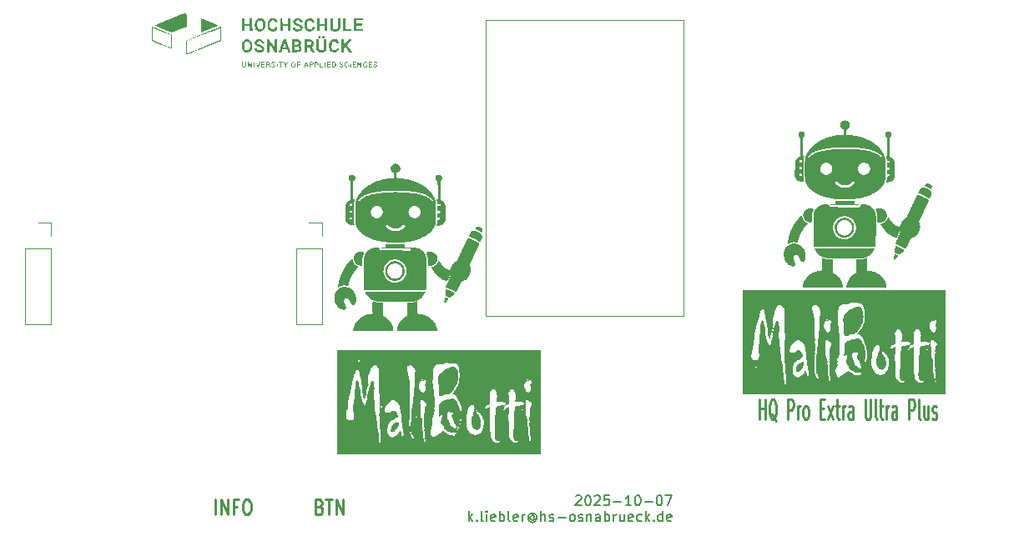
<source format=gbr>
%TF.GenerationSoftware,KiCad,Pcbnew,9.0.4*%
%TF.CreationDate,2025-10-07T21:08:39+02:00*%
%TF.ProjectId,malibotti,6d616c69-626f-4747-9469-2e6b69636164,rev?*%
%TF.SameCoordinates,Original*%
%TF.FileFunction,Legend,Top*%
%TF.FilePolarity,Positive*%
%FSLAX46Y46*%
G04 Gerber Fmt 4.6, Leading zero omitted, Abs format (unit mm)*
G04 Created by KiCad (PCBNEW 9.0.4) date 2025-10-07 21:08:39*
%MOMM*%
%LPD*%
G01*
G04 APERTURE LIST*
%ADD10C,0.150000*%
%ADD11C,0.500000*%
%ADD12C,0.250000*%
%ADD13C,0.000000*%
%ADD14C,0.120000*%
%ADD15C,0.100000*%
%ADD16R,1.700000X1.700000*%
%ADD17C,1.700000*%
G04 APERTURE END LIST*
D10*
X156596554Y-122655113D02*
X156644173Y-122607494D01*
X156644173Y-122607494D02*
X156739411Y-122559875D01*
X156739411Y-122559875D02*
X156977506Y-122559875D01*
X156977506Y-122559875D02*
X157072744Y-122607494D01*
X157072744Y-122607494D02*
X157120363Y-122655113D01*
X157120363Y-122655113D02*
X157167982Y-122750351D01*
X157167982Y-122750351D02*
X157167982Y-122845589D01*
X157167982Y-122845589D02*
X157120363Y-122988446D01*
X157120363Y-122988446D02*
X156548935Y-123559875D01*
X156548935Y-123559875D02*
X157167982Y-123559875D01*
X157787030Y-122559875D02*
X157882268Y-122559875D01*
X157882268Y-122559875D02*
X157977506Y-122607494D01*
X157977506Y-122607494D02*
X158025125Y-122655113D01*
X158025125Y-122655113D02*
X158072744Y-122750351D01*
X158072744Y-122750351D02*
X158120363Y-122940827D01*
X158120363Y-122940827D02*
X158120363Y-123178922D01*
X158120363Y-123178922D02*
X158072744Y-123369398D01*
X158072744Y-123369398D02*
X158025125Y-123464636D01*
X158025125Y-123464636D02*
X157977506Y-123512256D01*
X157977506Y-123512256D02*
X157882268Y-123559875D01*
X157882268Y-123559875D02*
X157787030Y-123559875D01*
X157787030Y-123559875D02*
X157691792Y-123512256D01*
X157691792Y-123512256D02*
X157644173Y-123464636D01*
X157644173Y-123464636D02*
X157596554Y-123369398D01*
X157596554Y-123369398D02*
X157548935Y-123178922D01*
X157548935Y-123178922D02*
X157548935Y-122940827D01*
X157548935Y-122940827D02*
X157596554Y-122750351D01*
X157596554Y-122750351D02*
X157644173Y-122655113D01*
X157644173Y-122655113D02*
X157691792Y-122607494D01*
X157691792Y-122607494D02*
X157787030Y-122559875D01*
X158501316Y-122655113D02*
X158548935Y-122607494D01*
X158548935Y-122607494D02*
X158644173Y-122559875D01*
X158644173Y-122559875D02*
X158882268Y-122559875D01*
X158882268Y-122559875D02*
X158977506Y-122607494D01*
X158977506Y-122607494D02*
X159025125Y-122655113D01*
X159025125Y-122655113D02*
X159072744Y-122750351D01*
X159072744Y-122750351D02*
X159072744Y-122845589D01*
X159072744Y-122845589D02*
X159025125Y-122988446D01*
X159025125Y-122988446D02*
X158453697Y-123559875D01*
X158453697Y-123559875D02*
X159072744Y-123559875D01*
X159977506Y-122559875D02*
X159501316Y-122559875D01*
X159501316Y-122559875D02*
X159453697Y-123036065D01*
X159453697Y-123036065D02*
X159501316Y-122988446D01*
X159501316Y-122988446D02*
X159596554Y-122940827D01*
X159596554Y-122940827D02*
X159834649Y-122940827D01*
X159834649Y-122940827D02*
X159929887Y-122988446D01*
X159929887Y-122988446D02*
X159977506Y-123036065D01*
X159977506Y-123036065D02*
X160025125Y-123131303D01*
X160025125Y-123131303D02*
X160025125Y-123369398D01*
X160025125Y-123369398D02*
X159977506Y-123464636D01*
X159977506Y-123464636D02*
X159929887Y-123512256D01*
X159929887Y-123512256D02*
X159834649Y-123559875D01*
X159834649Y-123559875D02*
X159596554Y-123559875D01*
X159596554Y-123559875D02*
X159501316Y-123512256D01*
X159501316Y-123512256D02*
X159453697Y-123464636D01*
X160453697Y-123178922D02*
X161215602Y-123178922D01*
X162215601Y-123559875D02*
X161644173Y-123559875D01*
X161929887Y-123559875D02*
X161929887Y-122559875D01*
X161929887Y-122559875D02*
X161834649Y-122702732D01*
X161834649Y-122702732D02*
X161739411Y-122797970D01*
X161739411Y-122797970D02*
X161644173Y-122845589D01*
X162834649Y-122559875D02*
X162929887Y-122559875D01*
X162929887Y-122559875D02*
X163025125Y-122607494D01*
X163025125Y-122607494D02*
X163072744Y-122655113D01*
X163072744Y-122655113D02*
X163120363Y-122750351D01*
X163120363Y-122750351D02*
X163167982Y-122940827D01*
X163167982Y-122940827D02*
X163167982Y-123178922D01*
X163167982Y-123178922D02*
X163120363Y-123369398D01*
X163120363Y-123369398D02*
X163072744Y-123464636D01*
X163072744Y-123464636D02*
X163025125Y-123512256D01*
X163025125Y-123512256D02*
X162929887Y-123559875D01*
X162929887Y-123559875D02*
X162834649Y-123559875D01*
X162834649Y-123559875D02*
X162739411Y-123512256D01*
X162739411Y-123512256D02*
X162691792Y-123464636D01*
X162691792Y-123464636D02*
X162644173Y-123369398D01*
X162644173Y-123369398D02*
X162596554Y-123178922D01*
X162596554Y-123178922D02*
X162596554Y-122940827D01*
X162596554Y-122940827D02*
X162644173Y-122750351D01*
X162644173Y-122750351D02*
X162691792Y-122655113D01*
X162691792Y-122655113D02*
X162739411Y-122607494D01*
X162739411Y-122607494D02*
X162834649Y-122559875D01*
X163596554Y-123178922D02*
X164358459Y-123178922D01*
X165025125Y-122559875D02*
X165120363Y-122559875D01*
X165120363Y-122559875D02*
X165215601Y-122607494D01*
X165215601Y-122607494D02*
X165263220Y-122655113D01*
X165263220Y-122655113D02*
X165310839Y-122750351D01*
X165310839Y-122750351D02*
X165358458Y-122940827D01*
X165358458Y-122940827D02*
X165358458Y-123178922D01*
X165358458Y-123178922D02*
X165310839Y-123369398D01*
X165310839Y-123369398D02*
X165263220Y-123464636D01*
X165263220Y-123464636D02*
X165215601Y-123512256D01*
X165215601Y-123512256D02*
X165120363Y-123559875D01*
X165120363Y-123559875D02*
X165025125Y-123559875D01*
X165025125Y-123559875D02*
X164929887Y-123512256D01*
X164929887Y-123512256D02*
X164882268Y-123464636D01*
X164882268Y-123464636D02*
X164834649Y-123369398D01*
X164834649Y-123369398D02*
X164787030Y-123178922D01*
X164787030Y-123178922D02*
X164787030Y-122940827D01*
X164787030Y-122940827D02*
X164834649Y-122750351D01*
X164834649Y-122750351D02*
X164882268Y-122655113D01*
X164882268Y-122655113D02*
X164929887Y-122607494D01*
X164929887Y-122607494D02*
X165025125Y-122559875D01*
X165691792Y-122559875D02*
X166358458Y-122559875D01*
X166358458Y-122559875D02*
X165929887Y-123559875D01*
X145739409Y-125169819D02*
X145739409Y-124169819D01*
X145834647Y-124788866D02*
X146120361Y-125169819D01*
X146120361Y-124503152D02*
X145739409Y-124884104D01*
X146548933Y-125074580D02*
X146596552Y-125122200D01*
X146596552Y-125122200D02*
X146548933Y-125169819D01*
X146548933Y-125169819D02*
X146501314Y-125122200D01*
X146501314Y-125122200D02*
X146548933Y-125074580D01*
X146548933Y-125074580D02*
X146548933Y-125169819D01*
X147167980Y-125169819D02*
X147072742Y-125122200D01*
X147072742Y-125122200D02*
X147025123Y-125026961D01*
X147025123Y-125026961D02*
X147025123Y-124169819D01*
X147548933Y-125169819D02*
X147548933Y-124503152D01*
X147548933Y-124169819D02*
X147501314Y-124217438D01*
X147501314Y-124217438D02*
X147548933Y-124265057D01*
X147548933Y-124265057D02*
X147596552Y-124217438D01*
X147596552Y-124217438D02*
X147548933Y-124169819D01*
X147548933Y-124169819D02*
X147548933Y-124265057D01*
X148406075Y-125122200D02*
X148310837Y-125169819D01*
X148310837Y-125169819D02*
X148120361Y-125169819D01*
X148120361Y-125169819D02*
X148025123Y-125122200D01*
X148025123Y-125122200D02*
X147977504Y-125026961D01*
X147977504Y-125026961D02*
X147977504Y-124646009D01*
X147977504Y-124646009D02*
X148025123Y-124550771D01*
X148025123Y-124550771D02*
X148120361Y-124503152D01*
X148120361Y-124503152D02*
X148310837Y-124503152D01*
X148310837Y-124503152D02*
X148406075Y-124550771D01*
X148406075Y-124550771D02*
X148453694Y-124646009D01*
X148453694Y-124646009D02*
X148453694Y-124741247D01*
X148453694Y-124741247D02*
X147977504Y-124836485D01*
X148882266Y-125169819D02*
X148882266Y-124169819D01*
X148882266Y-124550771D02*
X148977504Y-124503152D01*
X148977504Y-124503152D02*
X149167980Y-124503152D01*
X149167980Y-124503152D02*
X149263218Y-124550771D01*
X149263218Y-124550771D02*
X149310837Y-124598390D01*
X149310837Y-124598390D02*
X149358456Y-124693628D01*
X149358456Y-124693628D02*
X149358456Y-124979342D01*
X149358456Y-124979342D02*
X149310837Y-125074580D01*
X149310837Y-125074580D02*
X149263218Y-125122200D01*
X149263218Y-125122200D02*
X149167980Y-125169819D01*
X149167980Y-125169819D02*
X148977504Y-125169819D01*
X148977504Y-125169819D02*
X148882266Y-125122200D01*
X149929885Y-125169819D02*
X149834647Y-125122200D01*
X149834647Y-125122200D02*
X149787028Y-125026961D01*
X149787028Y-125026961D02*
X149787028Y-124169819D01*
X150691790Y-125122200D02*
X150596552Y-125169819D01*
X150596552Y-125169819D02*
X150406076Y-125169819D01*
X150406076Y-125169819D02*
X150310838Y-125122200D01*
X150310838Y-125122200D02*
X150263219Y-125026961D01*
X150263219Y-125026961D02*
X150263219Y-124646009D01*
X150263219Y-124646009D02*
X150310838Y-124550771D01*
X150310838Y-124550771D02*
X150406076Y-124503152D01*
X150406076Y-124503152D02*
X150596552Y-124503152D01*
X150596552Y-124503152D02*
X150691790Y-124550771D01*
X150691790Y-124550771D02*
X150739409Y-124646009D01*
X150739409Y-124646009D02*
X150739409Y-124741247D01*
X150739409Y-124741247D02*
X150263219Y-124836485D01*
X151167981Y-125169819D02*
X151167981Y-124503152D01*
X151167981Y-124693628D02*
X151215600Y-124598390D01*
X151215600Y-124598390D02*
X151263219Y-124550771D01*
X151263219Y-124550771D02*
X151358457Y-124503152D01*
X151358457Y-124503152D02*
X151453695Y-124503152D01*
X152406076Y-124693628D02*
X152358457Y-124646009D01*
X152358457Y-124646009D02*
X152263219Y-124598390D01*
X152263219Y-124598390D02*
X152167981Y-124598390D01*
X152167981Y-124598390D02*
X152072743Y-124646009D01*
X152072743Y-124646009D02*
X152025124Y-124693628D01*
X152025124Y-124693628D02*
X151977505Y-124788866D01*
X151977505Y-124788866D02*
X151977505Y-124884104D01*
X151977505Y-124884104D02*
X152025124Y-124979342D01*
X152025124Y-124979342D02*
X152072743Y-125026961D01*
X152072743Y-125026961D02*
X152167981Y-125074580D01*
X152167981Y-125074580D02*
X152263219Y-125074580D01*
X152263219Y-125074580D02*
X152358457Y-125026961D01*
X152358457Y-125026961D02*
X152406076Y-124979342D01*
X152406076Y-124598390D02*
X152406076Y-124979342D01*
X152406076Y-124979342D02*
X152453695Y-125026961D01*
X152453695Y-125026961D02*
X152501314Y-125026961D01*
X152501314Y-125026961D02*
X152596553Y-124979342D01*
X152596553Y-124979342D02*
X152644172Y-124884104D01*
X152644172Y-124884104D02*
X152644172Y-124646009D01*
X152644172Y-124646009D02*
X152548934Y-124503152D01*
X152548934Y-124503152D02*
X152406076Y-124407914D01*
X152406076Y-124407914D02*
X152215600Y-124360295D01*
X152215600Y-124360295D02*
X152025124Y-124407914D01*
X152025124Y-124407914D02*
X151882267Y-124503152D01*
X151882267Y-124503152D02*
X151787029Y-124646009D01*
X151787029Y-124646009D02*
X151739410Y-124836485D01*
X151739410Y-124836485D02*
X151787029Y-125026961D01*
X151787029Y-125026961D02*
X151882267Y-125169819D01*
X151882267Y-125169819D02*
X152025124Y-125265057D01*
X152025124Y-125265057D02*
X152215600Y-125312676D01*
X152215600Y-125312676D02*
X152406076Y-125265057D01*
X152406076Y-125265057D02*
X152548934Y-125169819D01*
X153072743Y-125169819D02*
X153072743Y-124169819D01*
X153501314Y-125169819D02*
X153501314Y-124646009D01*
X153501314Y-124646009D02*
X153453695Y-124550771D01*
X153453695Y-124550771D02*
X153358457Y-124503152D01*
X153358457Y-124503152D02*
X153215600Y-124503152D01*
X153215600Y-124503152D02*
X153120362Y-124550771D01*
X153120362Y-124550771D02*
X153072743Y-124598390D01*
X153929886Y-125122200D02*
X154025124Y-125169819D01*
X154025124Y-125169819D02*
X154215600Y-125169819D01*
X154215600Y-125169819D02*
X154310838Y-125122200D01*
X154310838Y-125122200D02*
X154358457Y-125026961D01*
X154358457Y-125026961D02*
X154358457Y-124979342D01*
X154358457Y-124979342D02*
X154310838Y-124884104D01*
X154310838Y-124884104D02*
X154215600Y-124836485D01*
X154215600Y-124836485D02*
X154072743Y-124836485D01*
X154072743Y-124836485D02*
X153977505Y-124788866D01*
X153977505Y-124788866D02*
X153929886Y-124693628D01*
X153929886Y-124693628D02*
X153929886Y-124646009D01*
X153929886Y-124646009D02*
X153977505Y-124550771D01*
X153977505Y-124550771D02*
X154072743Y-124503152D01*
X154072743Y-124503152D02*
X154215600Y-124503152D01*
X154215600Y-124503152D02*
X154310838Y-124550771D01*
X154787029Y-124788866D02*
X155548934Y-124788866D01*
X156167981Y-125169819D02*
X156072743Y-125122200D01*
X156072743Y-125122200D02*
X156025124Y-125074580D01*
X156025124Y-125074580D02*
X155977505Y-124979342D01*
X155977505Y-124979342D02*
X155977505Y-124693628D01*
X155977505Y-124693628D02*
X156025124Y-124598390D01*
X156025124Y-124598390D02*
X156072743Y-124550771D01*
X156072743Y-124550771D02*
X156167981Y-124503152D01*
X156167981Y-124503152D02*
X156310838Y-124503152D01*
X156310838Y-124503152D02*
X156406076Y-124550771D01*
X156406076Y-124550771D02*
X156453695Y-124598390D01*
X156453695Y-124598390D02*
X156501314Y-124693628D01*
X156501314Y-124693628D02*
X156501314Y-124979342D01*
X156501314Y-124979342D02*
X156453695Y-125074580D01*
X156453695Y-125074580D02*
X156406076Y-125122200D01*
X156406076Y-125122200D02*
X156310838Y-125169819D01*
X156310838Y-125169819D02*
X156167981Y-125169819D01*
X156882267Y-125122200D02*
X156977505Y-125169819D01*
X156977505Y-125169819D02*
X157167981Y-125169819D01*
X157167981Y-125169819D02*
X157263219Y-125122200D01*
X157263219Y-125122200D02*
X157310838Y-125026961D01*
X157310838Y-125026961D02*
X157310838Y-124979342D01*
X157310838Y-124979342D02*
X157263219Y-124884104D01*
X157263219Y-124884104D02*
X157167981Y-124836485D01*
X157167981Y-124836485D02*
X157025124Y-124836485D01*
X157025124Y-124836485D02*
X156929886Y-124788866D01*
X156929886Y-124788866D02*
X156882267Y-124693628D01*
X156882267Y-124693628D02*
X156882267Y-124646009D01*
X156882267Y-124646009D02*
X156929886Y-124550771D01*
X156929886Y-124550771D02*
X157025124Y-124503152D01*
X157025124Y-124503152D02*
X157167981Y-124503152D01*
X157167981Y-124503152D02*
X157263219Y-124550771D01*
X157739410Y-124503152D02*
X157739410Y-125169819D01*
X157739410Y-124598390D02*
X157787029Y-124550771D01*
X157787029Y-124550771D02*
X157882267Y-124503152D01*
X157882267Y-124503152D02*
X158025124Y-124503152D01*
X158025124Y-124503152D02*
X158120362Y-124550771D01*
X158120362Y-124550771D02*
X158167981Y-124646009D01*
X158167981Y-124646009D02*
X158167981Y-125169819D01*
X159072743Y-125169819D02*
X159072743Y-124646009D01*
X159072743Y-124646009D02*
X159025124Y-124550771D01*
X159025124Y-124550771D02*
X158929886Y-124503152D01*
X158929886Y-124503152D02*
X158739410Y-124503152D01*
X158739410Y-124503152D02*
X158644172Y-124550771D01*
X159072743Y-125122200D02*
X158977505Y-125169819D01*
X158977505Y-125169819D02*
X158739410Y-125169819D01*
X158739410Y-125169819D02*
X158644172Y-125122200D01*
X158644172Y-125122200D02*
X158596553Y-125026961D01*
X158596553Y-125026961D02*
X158596553Y-124931723D01*
X158596553Y-124931723D02*
X158644172Y-124836485D01*
X158644172Y-124836485D02*
X158739410Y-124788866D01*
X158739410Y-124788866D02*
X158977505Y-124788866D01*
X158977505Y-124788866D02*
X159072743Y-124741247D01*
X159548934Y-125169819D02*
X159548934Y-124169819D01*
X159548934Y-124550771D02*
X159644172Y-124503152D01*
X159644172Y-124503152D02*
X159834648Y-124503152D01*
X159834648Y-124503152D02*
X159929886Y-124550771D01*
X159929886Y-124550771D02*
X159977505Y-124598390D01*
X159977505Y-124598390D02*
X160025124Y-124693628D01*
X160025124Y-124693628D02*
X160025124Y-124979342D01*
X160025124Y-124979342D02*
X159977505Y-125074580D01*
X159977505Y-125074580D02*
X159929886Y-125122200D01*
X159929886Y-125122200D02*
X159834648Y-125169819D01*
X159834648Y-125169819D02*
X159644172Y-125169819D01*
X159644172Y-125169819D02*
X159548934Y-125122200D01*
X160453696Y-125169819D02*
X160453696Y-124503152D01*
X160453696Y-124693628D02*
X160501315Y-124598390D01*
X160501315Y-124598390D02*
X160548934Y-124550771D01*
X160548934Y-124550771D02*
X160644172Y-124503152D01*
X160644172Y-124503152D02*
X160739410Y-124503152D01*
X161501315Y-124503152D02*
X161501315Y-125169819D01*
X161072744Y-124503152D02*
X161072744Y-125026961D01*
X161072744Y-125026961D02*
X161120363Y-125122200D01*
X161120363Y-125122200D02*
X161215601Y-125169819D01*
X161215601Y-125169819D02*
X161358458Y-125169819D01*
X161358458Y-125169819D02*
X161453696Y-125122200D01*
X161453696Y-125122200D02*
X161501315Y-125074580D01*
X162358458Y-125122200D02*
X162263220Y-125169819D01*
X162263220Y-125169819D02*
X162072744Y-125169819D01*
X162072744Y-125169819D02*
X161977506Y-125122200D01*
X161977506Y-125122200D02*
X161929887Y-125026961D01*
X161929887Y-125026961D02*
X161929887Y-124646009D01*
X161929887Y-124646009D02*
X161977506Y-124550771D01*
X161977506Y-124550771D02*
X162072744Y-124503152D01*
X162072744Y-124503152D02*
X162263220Y-124503152D01*
X162263220Y-124503152D02*
X162358458Y-124550771D01*
X162358458Y-124550771D02*
X162406077Y-124646009D01*
X162406077Y-124646009D02*
X162406077Y-124741247D01*
X162406077Y-124741247D02*
X161929887Y-124836485D01*
X163263220Y-125122200D02*
X163167982Y-125169819D01*
X163167982Y-125169819D02*
X162977506Y-125169819D01*
X162977506Y-125169819D02*
X162882268Y-125122200D01*
X162882268Y-125122200D02*
X162834649Y-125074580D01*
X162834649Y-125074580D02*
X162787030Y-124979342D01*
X162787030Y-124979342D02*
X162787030Y-124693628D01*
X162787030Y-124693628D02*
X162834649Y-124598390D01*
X162834649Y-124598390D02*
X162882268Y-124550771D01*
X162882268Y-124550771D02*
X162977506Y-124503152D01*
X162977506Y-124503152D02*
X163167982Y-124503152D01*
X163167982Y-124503152D02*
X163263220Y-124550771D01*
X163691792Y-125169819D02*
X163691792Y-124169819D01*
X163787030Y-124788866D02*
X164072744Y-125169819D01*
X164072744Y-124503152D02*
X163691792Y-124884104D01*
X164501316Y-125074580D02*
X164548935Y-125122200D01*
X164548935Y-125122200D02*
X164501316Y-125169819D01*
X164501316Y-125169819D02*
X164453697Y-125122200D01*
X164453697Y-125122200D02*
X164501316Y-125074580D01*
X164501316Y-125074580D02*
X164501316Y-125169819D01*
X165406077Y-125169819D02*
X165406077Y-124169819D01*
X165406077Y-125122200D02*
X165310839Y-125169819D01*
X165310839Y-125169819D02*
X165120363Y-125169819D01*
X165120363Y-125169819D02*
X165025125Y-125122200D01*
X165025125Y-125122200D02*
X164977506Y-125074580D01*
X164977506Y-125074580D02*
X164929887Y-124979342D01*
X164929887Y-124979342D02*
X164929887Y-124693628D01*
X164929887Y-124693628D02*
X164977506Y-124598390D01*
X164977506Y-124598390D02*
X165025125Y-124550771D01*
X165025125Y-124550771D02*
X165120363Y-124503152D01*
X165120363Y-124503152D02*
X165310839Y-124503152D01*
X165310839Y-124503152D02*
X165406077Y-124550771D01*
X166263220Y-125122200D02*
X166167982Y-125169819D01*
X166167982Y-125169819D02*
X165977506Y-125169819D01*
X165977506Y-125169819D02*
X165882268Y-125122200D01*
X165882268Y-125122200D02*
X165834649Y-125026961D01*
X165834649Y-125026961D02*
X165834649Y-124646009D01*
X165834649Y-124646009D02*
X165882268Y-124550771D01*
X165882268Y-124550771D02*
X165977506Y-124503152D01*
X165977506Y-124503152D02*
X166167982Y-124503152D01*
X166167982Y-124503152D02*
X166263220Y-124550771D01*
X166263220Y-124550771D02*
X166310839Y-124646009D01*
X166310839Y-124646009D02*
X166310839Y-124741247D01*
X166310839Y-124741247D02*
X165834649Y-124836485D01*
D11*
G36*
X179710930Y-109030788D02*
G01*
X179734133Y-109086475D01*
X179727721Y-109216901D01*
X179721310Y-109363447D01*
X179664523Y-109474333D01*
X179610790Y-109613063D01*
X179533853Y-109692686D01*
X179374790Y-109864633D01*
X179305181Y-109892477D01*
X179254195Y-109978939D01*
X179148560Y-110020949D01*
X179052390Y-110020949D01*
X178965684Y-109979916D01*
X178934237Y-109875868D01*
X178934237Y-109752770D01*
X178961409Y-109650676D01*
X178974537Y-109543698D01*
X179024912Y-109421577D01*
X179064602Y-109326322D01*
X179127800Y-109252561D01*
X179200767Y-109194919D01*
X179286252Y-109172937D01*
X179375706Y-109096734D01*
X179460581Y-109053258D01*
X179535075Y-108999525D01*
X179616896Y-108989267D01*
X179710930Y-109030788D01*
G37*
G36*
X185478419Y-103522135D02*
G01*
X185537953Y-103522135D01*
X185663738Y-103696036D01*
X185760214Y-103944187D01*
X185746781Y-104038953D01*
X185760825Y-104144954D01*
X185781280Y-104440000D01*
X185747086Y-104630020D01*
X185753498Y-104726252D01*
X185713198Y-104860586D01*
X185699764Y-105100432D01*
X185602983Y-105195687D01*
X185541312Y-105343698D01*
X185435371Y-105468750D01*
X185370952Y-105640697D01*
X185317524Y-105672449D01*
X185224712Y-105831207D01*
X185130068Y-105922554D01*
X185031149Y-106030997D01*
X184832091Y-106175589D01*
X184707528Y-106186824D01*
X184480992Y-106220530D01*
X184180268Y-106367076D01*
X184035249Y-106394431D01*
X183911601Y-106367564D01*
X183835886Y-106317250D01*
X183816347Y-106104270D01*
X183816347Y-105846350D01*
X183785511Y-105688569D01*
X183778794Y-105379357D01*
X183744600Y-105025205D01*
X183737883Y-104815157D01*
X183771772Y-104447815D01*
X183821842Y-104251444D01*
X183914960Y-104113203D01*
X183999529Y-104043349D01*
X184220874Y-103831346D01*
X184445272Y-103690174D01*
X184676692Y-103576357D01*
X184905364Y-103489406D01*
X185064733Y-103424438D01*
X185437508Y-103424438D01*
X185478419Y-103522135D01*
G37*
G36*
X194134536Y-112261477D02*
G01*
X173514033Y-112261477D01*
X173514033Y-109570565D01*
X174836453Y-109570565D01*
X174904841Y-109584242D01*
X174966512Y-109493384D01*
X174912474Y-109395687D01*
X174844391Y-109395687D01*
X174836453Y-109570565D01*
X173514033Y-109570565D01*
X173514033Y-108448513D01*
X174402922Y-108448513D01*
X174445664Y-108669309D01*
X174527791Y-108765540D01*
X174640143Y-108844187D01*
X174806228Y-108832951D01*
X174936287Y-108832951D01*
X175074284Y-108799246D01*
X175155495Y-108613621D01*
X175226020Y-108427997D01*
X175191216Y-108221856D01*
X175184194Y-107983963D01*
X175122828Y-107875519D01*
X175129850Y-107567285D01*
X175198238Y-106980125D01*
X175232432Y-106488709D01*
X175232432Y-106353398D01*
X175276701Y-105989476D01*
X175331045Y-105354445D01*
X175395769Y-105056468D01*
X175450418Y-104812226D01*
X175487055Y-104680334D01*
X175562770Y-104737976D01*
X175628105Y-104800013D01*
X175684586Y-104994919D01*
X175725497Y-105238185D01*
X175793580Y-105508806D01*
X175838154Y-105805317D01*
X175865326Y-106048094D01*
X175940431Y-106581032D01*
X175999354Y-106815994D01*
X176105600Y-107071472D01*
X176168492Y-107232672D01*
X176268327Y-107303014D01*
X176334883Y-107243907D01*
X176391669Y-107153538D01*
X176444181Y-106982079D01*
X176505547Y-106683126D01*
X176563860Y-106379288D01*
X176625226Y-106081311D01*
X176693614Y-105724228D01*
X176771772Y-105405247D01*
X176863363Y-105130718D01*
X176965029Y-104908946D01*
X177052041Y-104769239D01*
X177120124Y-104813691D01*
X177200724Y-104917250D01*
X177207440Y-105167355D01*
X177228201Y-105392547D01*
X177271554Y-105600642D01*
X177228201Y-105787243D01*
X177200724Y-106133091D01*
X177207440Y-106483335D01*
X177228201Y-106731486D01*
X177278881Y-106882916D01*
X177272165Y-107340628D01*
X177320097Y-107564842D01*
X177320097Y-107837418D01*
X177375357Y-108174473D01*
X177439776Y-108354235D01*
X177460232Y-108674193D01*
X177521903Y-109112854D01*
X177572889Y-109412295D01*
X177600366Y-109860725D01*
X177682187Y-110275938D01*
X177695926Y-110710690D01*
X177695926Y-110790802D01*
X177740806Y-110918297D01*
X177788738Y-111207969D01*
X177842166Y-111372588D01*
X177898037Y-111310551D01*
X177913607Y-111249002D01*
X177913607Y-110797641D01*
X177899869Y-110528974D01*
X177855600Y-109928136D01*
X177828122Y-109600851D01*
X177821101Y-109193942D01*
X177780190Y-109074263D01*
X177780190Y-108481242D01*
X177739890Y-108194989D01*
X177779885Y-108050397D01*
X177796444Y-107755840D01*
X178306838Y-107755840D01*
X178313860Y-107902386D01*
X178379195Y-108007899D01*
X178467733Y-108082637D01*
X178577337Y-108082637D01*
X178697016Y-108027927D01*
X178798988Y-108027927D01*
X178894243Y-108002526D01*
X178970568Y-107915575D01*
X179053306Y-107844745D01*
X179123525Y-107844745D01*
X179164131Y-107832533D01*
X179274651Y-107843279D01*
X179411427Y-107906782D01*
X179545455Y-108103154D01*
X179609569Y-108242372D01*
X179661776Y-108392337D01*
X179637962Y-108491988D01*
X179573543Y-108523251D01*
X179507597Y-108567704D01*
X179373874Y-108678590D01*
X179272208Y-108782637D01*
X179154972Y-108826113D01*
X179049337Y-108848094D01*
X178927521Y-108882288D01*
X178836540Y-108989267D01*
X178749529Y-109113342D01*
X178687247Y-109286755D01*
X178621606Y-109471402D01*
X178600541Y-109651653D01*
X178600541Y-109752770D01*
X178600541Y-109813831D01*
X178607257Y-110054654D01*
X178656716Y-110208039D01*
X178723273Y-110344326D01*
X178831045Y-110451793D01*
X178949502Y-110529951D01*
X179048726Y-110551933D01*
X179123220Y-110586615D01*
X179194356Y-110540209D01*
X179286252Y-110495757D01*
X179389140Y-110439581D01*
X179509124Y-110366308D01*
X179616896Y-110275450D01*
X179644142Y-110230997D01*
X179826945Y-110230997D01*
X179899912Y-110272030D01*
X179937159Y-110227090D01*
X179902660Y-110095198D01*
X179849537Y-110145024D01*
X179826945Y-110230997D01*
X179644142Y-110230997D01*
X179678873Y-110174333D01*
X179778096Y-110078590D01*
X179840073Y-109955980D01*
X179896249Y-109896385D01*
X179930443Y-109868053D01*
X179950593Y-109901270D01*
X179977765Y-110061493D01*
X180022339Y-110178729D01*
X180049511Y-110324787D01*
X180108740Y-110427369D01*
X180168580Y-110427369D01*
X180221397Y-110336510D01*
X180228724Y-110253956D01*
X180222008Y-110092267D01*
X180194225Y-109899316D01*
X180159726Y-109745443D01*
X180122479Y-109576915D01*
X180074727Y-109228136D01*
X180110267Y-109228136D01*
X180110267Y-109314110D01*
X180158810Y-109342930D01*
X180209490Y-109288220D01*
X180191783Y-109166099D01*
X180110267Y-109228136D01*
X180074727Y-109228136D01*
X180061418Y-109130928D01*
X180040963Y-108873496D01*
X180006769Y-108629253D01*
X180013791Y-108417250D01*
X180006769Y-108244815D01*
X179961889Y-108046489D01*
X179914262Y-107784661D01*
X179880068Y-107587313D01*
X179835188Y-107383126D01*
X179772296Y-107221926D01*
X179709403Y-107121297D01*
X179587892Y-106993314D01*
X179481647Y-106938604D01*
X179382423Y-106856538D01*
X179260301Y-106800851D01*
X179090553Y-106822833D01*
X178894243Y-106884382D01*
X178786165Y-106963517D01*
X178673203Y-107112993D01*
X178570621Y-107201898D01*
X178476893Y-107325973D01*
X178401177Y-107487173D01*
X178328210Y-107627857D01*
X178306838Y-107755840D01*
X177796444Y-107755840D01*
X177800645Y-107681102D01*
X177800645Y-107437348D01*
X177906280Y-107437348D01*
X177948412Y-107595617D01*
X178035729Y-107439790D01*
X177964288Y-107289337D01*
X177906280Y-107437348D01*
X177800645Y-107437348D01*
X177800645Y-107380683D01*
X177807667Y-107052909D01*
X177821406Y-106648932D01*
X177828122Y-106347536D01*
X177766451Y-105735464D01*
X177766451Y-105386685D01*
X177753018Y-104781451D01*
X177759735Y-104459539D01*
X177766451Y-104202595D01*
X177759735Y-103922693D01*
X177738974Y-103682847D01*
X177658374Y-103509923D01*
X177639957Y-103482568D01*
X180580434Y-103482568D01*
X180580434Y-103692128D01*
X180615544Y-103859678D01*
X180673857Y-104008178D01*
X180727896Y-104163517D01*
X180755068Y-104395547D01*
X180789262Y-104619762D01*
X180826509Y-104830300D01*
X180833531Y-105062330D01*
X180826509Y-105296315D01*
X180840247Y-105862958D01*
X180833531Y-106118925D01*
X180840247Y-106425694D01*
X180874441Y-106735394D01*
X180860703Y-107012365D01*
X180874441Y-107237557D01*
X180894591Y-107415366D01*
X180874441Y-107582916D01*
X180874441Y-107801270D01*
X180860703Y-108003503D01*
X180874441Y-108182777D01*
X180854291Y-108349351D01*
X180833531Y-108502735D01*
X180826509Y-108714738D01*
X180788956Y-108927718D01*
X180788956Y-109143140D01*
X180806053Y-109335115D01*
X180826509Y-109524647D01*
X180826509Y-109692686D01*
X180833225Y-109916413D01*
X180840553Y-110094221D01*
X180903140Y-110277892D01*
X180996258Y-110492826D01*
X181097924Y-110620809D01*
X181182798Y-110677473D01*
X181264009Y-110677473D01*
X181280800Y-110563168D01*
X181164785Y-110383893D01*
X181116852Y-110279846D01*
X181025261Y-110150397D01*
X180985877Y-110030230D01*
X180972444Y-109876357D01*
X180972444Y-109724438D01*
X180965727Y-109567145D01*
X180965727Y-109080125D01*
X180999921Y-108878869D01*
X180999921Y-108698129D01*
X181016068Y-108531556D01*
X181472226Y-108531556D01*
X181544583Y-108585289D01*
X181601369Y-108514947D01*
X181593126Y-108407480D01*
X181513747Y-108394291D01*
X181472226Y-108531556D01*
X181016068Y-108531556D01*
X181020377Y-108487103D01*
X181027093Y-108334696D01*
X181040527Y-108145652D01*
X181068004Y-107998129D01*
X181068004Y-107842791D01*
X181061592Y-107732393D01*
X181105251Y-107581939D01*
X181132728Y-107378729D01*
X181160206Y-107085150D01*
X181164026Y-107055352D01*
X181897208Y-107055352D01*
X181925296Y-107184801D01*
X181932013Y-107314738D01*
X181952774Y-107515994D01*
X181939035Y-107706503D01*
X181939035Y-108147606D01*
X181953079Y-108270216D01*
X181994905Y-108488080D01*
X182038259Y-108563796D01*
X182095045Y-108617529D01*
X182126797Y-108719623D01*
X182126797Y-108853468D01*
X182133513Y-109011737D01*
X182126797Y-109154375D01*
X182133513Y-109370286D01*
X182147252Y-109463586D01*
X182160991Y-109797711D01*
X182184804Y-109934487D01*
X182184804Y-110087383D01*
X182198543Y-110202177D01*
X182198543Y-110357515D01*
X182246170Y-110527508D01*
X182246170Y-110632044D01*
X182280975Y-110743419D01*
X182294408Y-110840628D01*
X182315169Y-110968122D01*
X182347531Y-111082916D01*
X182381725Y-111117110D01*
X182430574Y-111084382D01*
X182468737Y-110973496D01*
X182440038Y-110869937D01*
X182440038Y-110765401D01*
X182412866Y-110654515D01*
X182406149Y-110494780D01*
X182378672Y-110345792D01*
X182371955Y-110248583D01*
X182371955Y-109987243D01*
X182355249Y-109921297D01*
X182970045Y-109921297D01*
X183005155Y-110219762D01*
X183133993Y-110447885D01*
X183237186Y-110585150D01*
X183369382Y-110528974D01*
X183565387Y-110371681D01*
X183612709Y-110328695D01*
X183878934Y-110188988D01*
X184090204Y-110011667D01*
X184260258Y-109958911D01*
X184380547Y-110022903D01*
X184440387Y-109991639D01*
X184506027Y-110062470D01*
X184597924Y-110104968D01*
X184704780Y-110237836D01*
X184829954Y-110258841D01*
X184870865Y-110332114D01*
X185056184Y-110364842D01*
X185293405Y-110364842D01*
X185349276Y-110415157D01*
X185401483Y-110389755D01*
X185450331Y-110259330D01*
X185525131Y-110159678D01*
X185558409Y-110082009D01*
X185558409Y-109962330D01*
X185439951Y-110072728D01*
X185162430Y-110072728D01*
X185009778Y-110083475D01*
X184864759Y-110027787D01*
X184751797Y-109960865D01*
X184670891Y-109938883D01*
X184552433Y-109822135D01*
X184444967Y-109743000D01*
X184356734Y-109710272D01*
X184303611Y-109512435D01*
X184223621Y-109361493D01*
X184134168Y-109228625D01*
X184018457Y-109073775D01*
X184037997Y-108794849D01*
X184102721Y-108624856D01*
X184130504Y-108440209D01*
X184137831Y-108298060D01*
X184091120Y-108247745D01*
X184004413Y-108205247D01*
X183952207Y-108313203D01*
X183903358Y-108457794D01*
X183835886Y-108457794D01*
X183823063Y-108237487D01*
X183828163Y-108154445D01*
X184633644Y-108154445D01*
X184633644Y-108298548D01*
X184657763Y-108475380D01*
X184699590Y-108657096D01*
X184795455Y-108936022D01*
X184916355Y-109244745D01*
X185095874Y-109409364D01*
X185212500Y-109535394D01*
X185392934Y-109645792D01*
X185478724Y-109645792D01*
X185549860Y-109597920D01*
X185565736Y-109497780D01*
X185497653Y-109253538D01*
X185435982Y-109209085D01*
X185358740Y-108979009D01*
X185255547Y-108765052D01*
X185144722Y-108555980D01*
X185131900Y-108326392D01*
X185203035Y-108269727D01*
X185258906Y-108152002D01*
X185232039Y-108041605D01*
X185171894Y-107975659D01*
X184967952Y-108020111D01*
X184812552Y-107986894D01*
X184675165Y-108082637D01*
X184633644Y-108154445D01*
X183828163Y-108154445D01*
X183836802Y-108013761D01*
X183843824Y-107710900D01*
X183836802Y-107464214D01*
X183843824Y-107286406D01*
X183875575Y-107122274D01*
X183972051Y-107112016D01*
X184034639Y-106995268D01*
X184451378Y-106772030D01*
X184652268Y-106717320D01*
X184836366Y-106662609D01*
X185084577Y-106613272D01*
X185381638Y-106651374D01*
X185542838Y-106802316D01*
X185642367Y-106945443D01*
X185656106Y-107034347D01*
X185715640Y-107107131D01*
X185783112Y-107292267D01*
X185893937Y-107469588D01*
X185893937Y-107572170D01*
X185942175Y-107682568D01*
X185948892Y-107810062D01*
X185993771Y-107886755D01*
X186013616Y-108138325D01*
X186020333Y-108573077D01*
X185942480Y-108904270D01*
X185894853Y-109105526D01*
X185790439Y-109403503D01*
X185722662Y-109496315D01*
X185693353Y-109555422D01*
X185686331Y-109631625D01*
X185624049Y-109743000D01*
X185661296Y-109803084D01*
X185749529Y-109778660D01*
X185827381Y-109569099D01*
X185878061Y-109325833D01*
X185990718Y-109156817D01*
X186025523Y-108979497D01*
X186042578Y-108929672D01*
X186572322Y-108929672D01*
X186582702Y-109144605D01*
X186589419Y-109317529D01*
X186638267Y-109467494D01*
X186679483Y-109620879D01*
X186739017Y-109772798D01*
X186821755Y-109849490D01*
X186899607Y-109995547D01*
X186989977Y-110128904D01*
X187076989Y-110190453D01*
X187183845Y-110256399D01*
X187294059Y-110289616D01*
X187429004Y-110333579D01*
X187556926Y-110311598D01*
X187690038Y-110278381D01*
X187824066Y-110255910D01*
X187938555Y-110188988D01*
X188054265Y-110093733D01*
X188109220Y-109960865D01*
X188191347Y-109867076D01*
X188250881Y-109709295D01*
X188285075Y-109560307D01*
X188333313Y-109422065D01*
X188357737Y-109243279D01*
X188371476Y-109047885D01*
X188350715Y-108841256D01*
X188319269Y-108711318D01*
X188264009Y-108577962D01*
X188202643Y-108429462D01*
X188150436Y-108306852D01*
X188073805Y-108211109D01*
X187960842Y-108090453D01*
X187905277Y-108018157D01*
X187819792Y-107962958D01*
X187756594Y-107895059D01*
X187683321Y-107895059D01*
X187650959Y-107982986D01*
X187666224Y-108106573D01*
X187716599Y-108177892D01*
X187781629Y-108256050D01*
X187863145Y-108362051D01*
X187940998Y-108483684D01*
X188001448Y-108621926D01*
X188058845Y-108793872D01*
X188092123Y-108924298D01*
X188092123Y-109149979D01*
X188071973Y-109319972D01*
X188015492Y-109500223D01*
X187941913Y-109620879D01*
X187817960Y-109758143D01*
X187708051Y-109790872D01*
X187588067Y-109801618D01*
X187574633Y-109769378D01*
X187458313Y-109758143D01*
X187372828Y-109715645D01*
X187302303Y-109601828D01*
X187227503Y-109514389D01*
X187171022Y-109401060D01*
X187124311Y-109260865D01*
X187104161Y-109083056D01*
X187104161Y-108914040D01*
X187110877Y-108713272D01*
X187144461Y-108582847D01*
X187181402Y-108381591D01*
X187250706Y-108276078D01*
X187257728Y-108129043D01*
X187297723Y-107984452D01*
X187361837Y-107854026D01*
X187389732Y-107794919D01*
X187560589Y-107794919D01*
X187618597Y-107865261D01*
X187673857Y-107838883D01*
X187654928Y-107749979D01*
X187600279Y-107737766D01*
X187560589Y-107794919D01*
X187389732Y-107794919D01*
X187418318Y-107734347D01*
X187425340Y-107578520D01*
X187419663Y-107532114D01*
X188517105Y-107532114D01*
X188517105Y-107600013D01*
X188549162Y-107664494D01*
X188602285Y-107676217D01*
X188670978Y-107653747D01*
X188739977Y-107573147D01*
X188837369Y-107520879D01*
X188925296Y-107478381D01*
X189005591Y-107459818D01*
X189005591Y-108146629D01*
X188978419Y-108348862D01*
X188971397Y-108531556D01*
X188978419Y-108729392D01*
X188991852Y-108977543D01*
X189025741Y-109189057D01*
X189005591Y-109346838D01*
X189019330Y-109517808D01*
X189019330Y-109740558D01*
X189005591Y-109956468D01*
X189033374Y-110101549D01*
X189060240Y-110301828D01*
X189066957Y-110506503D01*
X189119775Y-110692128D01*
X189228463Y-110877752D01*
X189332266Y-110932951D01*
X189431184Y-111031625D01*
X189538956Y-111087313D01*
X189643065Y-111115157D01*
X189805792Y-111115157D01*
X189929745Y-111053119D01*
X189981647Y-110948094D01*
X189810982Y-110948094D01*
X189737709Y-110958353D01*
X189614672Y-110883614D01*
X189549337Y-110804480D01*
X189505984Y-110654026D01*
X189479117Y-110562191D01*
X189452250Y-110186545D01*
X189465989Y-109973565D01*
X189472706Y-109848025D01*
X189499878Y-109687801D01*
X189506900Y-109476287D01*
X189499878Y-109304829D01*
X189499878Y-108595547D01*
X189513311Y-108415785D01*
X189550863Y-108201828D01*
X189571624Y-108050886D01*
X189571624Y-107920460D01*
X189598796Y-107833021D01*
X189602336Y-107745094D01*
X190305574Y-107745094D01*
X190322365Y-107871612D01*
X190420978Y-107896524D01*
X190471048Y-107757306D01*
X190378236Y-107706503D01*
X190305574Y-107745094D01*
X189602336Y-107745094D01*
X189605818Y-107658632D01*
X189605818Y-107558004D01*
X189615895Y-107532114D01*
X190417315Y-107532114D01*
X190417315Y-107600013D01*
X190449372Y-107664494D01*
X190502494Y-107676217D01*
X190571188Y-107653747D01*
X190640186Y-107573147D01*
X190737578Y-107520879D01*
X190825506Y-107478381D01*
X190905800Y-107459818D01*
X190905800Y-108146629D01*
X190878628Y-108348862D01*
X190871606Y-108531556D01*
X190878628Y-108729392D01*
X190892062Y-108977543D01*
X190925950Y-109189057D01*
X190905800Y-109346838D01*
X190919539Y-109517808D01*
X190919539Y-109740558D01*
X190905800Y-109956468D01*
X190933583Y-110101549D01*
X190960450Y-110301828D01*
X190967166Y-110506503D01*
X191019984Y-110692128D01*
X191128672Y-110877752D01*
X191232475Y-110932951D01*
X191331394Y-111031625D01*
X191439166Y-111087313D01*
X191543274Y-111115157D01*
X191706001Y-111115157D01*
X191829954Y-111053119D01*
X191881856Y-110948094D01*
X191711191Y-110948094D01*
X191637918Y-110958353D01*
X191514881Y-110883614D01*
X191449546Y-110804480D01*
X191406193Y-110654026D01*
X191379326Y-110562191D01*
X191352460Y-110186545D01*
X191366198Y-109973565D01*
X191372915Y-109848025D01*
X191400087Y-109687801D01*
X191407109Y-109476287D01*
X191400087Y-109304829D01*
X191400087Y-108595547D01*
X191413520Y-108415785D01*
X191451073Y-108201828D01*
X191471833Y-108050886D01*
X191471833Y-107920460D01*
X191499005Y-107833021D01*
X191502545Y-107745094D01*
X192205783Y-107745094D01*
X192222575Y-107871612D01*
X192321188Y-107896524D01*
X192371258Y-107757306D01*
X192278445Y-107706503D01*
X192205783Y-107745094D01*
X191502545Y-107745094D01*
X191506027Y-107658632D01*
X191506027Y-107558004D01*
X191537779Y-107476427D01*
X191606472Y-107402665D01*
X191697758Y-107355282D01*
X191775916Y-107393384D01*
X191911165Y-107343558D01*
X192015579Y-107332323D01*
X192112360Y-107332323D01*
X192218300Y-107285917D01*
X192317524Y-107274193D01*
X192409115Y-107238046D01*
X192465291Y-107174054D01*
X192473534Y-107067564D01*
X192453336Y-107055352D01*
X192590160Y-107055352D01*
X192618248Y-107184801D01*
X192624965Y-107314738D01*
X192645725Y-107515994D01*
X192631987Y-107706503D01*
X192631987Y-108147606D01*
X192646031Y-108270216D01*
X192687857Y-108488080D01*
X192731210Y-108563796D01*
X192787997Y-108617529D01*
X192819748Y-108719623D01*
X192819748Y-108853468D01*
X192826465Y-109011737D01*
X192819748Y-109154375D01*
X192826465Y-109370286D01*
X192840204Y-109463586D01*
X192853942Y-109797711D01*
X192877756Y-109934487D01*
X192877756Y-110087383D01*
X192891495Y-110202177D01*
X192891495Y-110357515D01*
X192939122Y-110527508D01*
X192939122Y-110632044D01*
X192973927Y-110743419D01*
X192987360Y-110840628D01*
X193008121Y-110968122D01*
X193040483Y-111082916D01*
X193074677Y-111117110D01*
X193123525Y-111084382D01*
X193161688Y-110973496D01*
X193132990Y-110869937D01*
X193132990Y-110765401D01*
X193105818Y-110654515D01*
X193099101Y-110494780D01*
X193071624Y-110345792D01*
X193064907Y-110248583D01*
X193064907Y-109987243D01*
X193027660Y-109840209D01*
X193058496Y-109669239D01*
X193026744Y-109522205D01*
X193006594Y-109376147D01*
X193006594Y-109185150D01*
X193020333Y-109007829D01*
X193006594Y-108769937D01*
X193006594Y-108577962D01*
X193020333Y-108385498D01*
X193027050Y-108205247D01*
X193058191Y-108070425D01*
X193034377Y-107909713D01*
X193071319Y-107730439D01*
X193085363Y-107547745D01*
X193104902Y-107420739D01*
X193149171Y-107359190D01*
X193222444Y-107297152D01*
X193245647Y-107237069D01*
X193245647Y-107130579D01*
X193200767Y-107066587D01*
X193149782Y-107013831D01*
X193092995Y-106925903D01*
X193013922Y-106925903D01*
X192955303Y-106853119D01*
X192891800Y-106769588D01*
X192802041Y-106737836D01*
X192720525Y-106771542D01*
X192662517Y-106807201D01*
X192619164Y-106917110D01*
X192590160Y-107055352D01*
X192453336Y-107055352D01*
X192407283Y-107027508D01*
X192359045Y-107015785D01*
X192259516Y-106968890D01*
X192125793Y-106957166D01*
X192050383Y-106935184D01*
X191789349Y-106935184D01*
X191698063Y-106957166D01*
X191606167Y-106925903D01*
X191553044Y-106867285D01*
X191540832Y-106776915D01*
X191574110Y-106672379D01*
X191584185Y-106538534D01*
X191611968Y-106420321D01*
X191618684Y-106260097D01*
X191604030Y-106191221D01*
X191552739Y-106057376D01*
X191531978Y-105970425D01*
X191476718Y-105867843D01*
X191448935Y-105791151D01*
X191367725Y-105708597D01*
X191290483Y-105652421D01*
X191201029Y-105641186D01*
X191091120Y-105709085D01*
X191022732Y-105823391D01*
X190921982Y-105900083D01*
X190878628Y-106043698D01*
X190878628Y-106168750D01*
X190906106Y-106305526D01*
X190919539Y-106438883D01*
X190926256Y-106588360D01*
X190919539Y-106819413D01*
X190905800Y-106999665D01*
X190919234Y-107156468D01*
X190907632Y-107239511D01*
X190809019Y-107249281D01*
X190719260Y-107271751D01*
X190627974Y-107304480D01*
X190551343Y-107292756D01*
X190475933Y-107356748D01*
X190431969Y-107427578D01*
X190417315Y-107532114D01*
X189615895Y-107532114D01*
X189637569Y-107476427D01*
X189706263Y-107402665D01*
X189797549Y-107355282D01*
X189875706Y-107393384D01*
X190010956Y-107343558D01*
X190115370Y-107332323D01*
X190212151Y-107332323D01*
X190318091Y-107285917D01*
X190417315Y-107274193D01*
X190508906Y-107238046D01*
X190565082Y-107174054D01*
X190573325Y-107067564D01*
X190507074Y-107027508D01*
X190458836Y-107015785D01*
X190359307Y-106968890D01*
X190225584Y-106957166D01*
X190150174Y-106935184D01*
X189889140Y-106935184D01*
X189797854Y-106957166D01*
X189705957Y-106925903D01*
X189652835Y-106867285D01*
X189640622Y-106776915D01*
X189673901Y-106672379D01*
X189683976Y-106538534D01*
X189711758Y-106420321D01*
X189718475Y-106260097D01*
X189703820Y-106191221D01*
X189652529Y-106057376D01*
X189631769Y-105970425D01*
X189576509Y-105867843D01*
X189548726Y-105791151D01*
X189467515Y-105708597D01*
X189390274Y-105652421D01*
X189300820Y-105641186D01*
X189190910Y-105709085D01*
X189122522Y-105823391D01*
X189021772Y-105900083D01*
X188978419Y-106043698D01*
X188978419Y-106168750D01*
X189005896Y-106305526D01*
X189019330Y-106438883D01*
X189026046Y-106588360D01*
X189019330Y-106819413D01*
X189005591Y-106999665D01*
X189019024Y-107156468D01*
X189007423Y-107239511D01*
X188908810Y-107249281D01*
X188819051Y-107271751D01*
X188727765Y-107304480D01*
X188651134Y-107292756D01*
X188575724Y-107356748D01*
X188531760Y-107427578D01*
X188517105Y-107532114D01*
X187419663Y-107532114D01*
X187411296Y-107463726D01*
X187368248Y-107331346D01*
X187292533Y-107261004D01*
X187206743Y-107238046D01*
X187077294Y-107282986D01*
X186990282Y-107366517D01*
X186900828Y-107465191D01*
X186826029Y-107556538D01*
X186811985Y-107683056D01*
X186737491Y-107791500D01*
X186665134Y-108133928D01*
X186623613Y-108349351D01*
X186623613Y-108562819D01*
X186589724Y-108774333D01*
X186572322Y-108929672D01*
X186042578Y-108929672D01*
X186086889Y-108800223D01*
X186121694Y-108660027D01*
X186132074Y-108444117D01*
X186132074Y-108240907D01*
X186121694Y-108067006D01*
X186132074Y-107886266D01*
X186094216Y-107615645D01*
X186066128Y-107443698D01*
X185990413Y-107283963D01*
X185911950Y-107038255D01*
X185778838Y-106759818D01*
X185709534Y-106533161D01*
X185609089Y-106444256D01*
X185509255Y-106284521D01*
X185386523Y-106228834D01*
X185256769Y-106206852D01*
X185170673Y-106165819D01*
X185160598Y-106104759D01*
X185222575Y-106054933D01*
X185336453Y-105916203D01*
X185420717Y-105775519D01*
X185510476Y-105720321D01*
X185610921Y-105481939D01*
X185716556Y-105322693D01*
X185726281Y-105297292D01*
X192471092Y-105297292D01*
X192485441Y-105411109D01*
X192520551Y-105563028D01*
X192599930Y-105718855D01*
X192662212Y-105836092D01*
X192731821Y-105914249D01*
X192792271Y-105976775D01*
X192894243Y-105988011D01*
X192986750Y-105976775D01*
X193061854Y-105879078D01*
X193118030Y-105766238D01*
X193153445Y-105624089D01*
X193153445Y-105457027D01*
X193117725Y-105376427D01*
X193085057Y-105282149D01*
X193085057Y-105186894D01*
X193130853Y-105081870D01*
X193190082Y-104974891D01*
X193205652Y-104876706D01*
X193162910Y-104778032D01*
X193096353Y-104765819D01*
X193008731Y-104777055D01*
X192885694Y-104831277D01*
X192759909Y-104853258D01*
X192672592Y-104875729D01*
X192570315Y-104966587D01*
X192520856Y-105063796D01*
X192485441Y-105187871D01*
X192471092Y-105297292D01*
X185726281Y-105297292D01*
X185865239Y-104934347D01*
X185875563Y-104710621D01*
X192725104Y-104710621D01*
X192797156Y-104738464D01*
X192864323Y-104670076D01*
X192805094Y-104546489D01*
X192746170Y-104588011D01*
X192725104Y-104710621D01*
X185875563Y-104710621D01*
X185879283Y-104630020D01*
X185913477Y-104328136D01*
X185913477Y-104051165D01*
X185878977Y-103781032D01*
X185834403Y-103520669D01*
X185736706Y-103225624D01*
X185592603Y-103072728D01*
X185429571Y-103061981D01*
X185163041Y-103018018D01*
X184876360Y-103018018D01*
X184751186Y-102996524D01*
X184680966Y-102962819D01*
X184586627Y-103007759D01*
X184412604Y-103054166D01*
X184231865Y-103119134D01*
X183987316Y-103143070D01*
X183799250Y-103143070D01*
X183605382Y-103176287D01*
X183536383Y-103242233D01*
X183402355Y-103286196D01*
X183286340Y-103449839D01*
X183236880Y-103602735D01*
X183216120Y-103950537D01*
X183216120Y-104675450D01*
X183178567Y-104800502D01*
X183178025Y-104815157D01*
X183171851Y-104982219D01*
X183202686Y-105109225D01*
X183236880Y-105579637D01*
X183284813Y-105781870D01*
X183305268Y-106038325D01*
X183342821Y-106207829D01*
X183376709Y-106664075D01*
X183369687Y-107053398D01*
X183383426Y-107167704D01*
X183376709Y-107420251D01*
X183348927Y-107530648D01*
X183369687Y-107915087D01*
X183349232Y-108050886D01*
X183349232Y-108243838D01*
X183239017Y-108441674D01*
X183172461Y-108559399D01*
X183137351Y-108825136D01*
X183171240Y-108956050D01*
X183144068Y-109124577D01*
X183171240Y-109313133D01*
X183091861Y-109508527D01*
X183059194Y-109561284D01*
X183008819Y-109622833D01*
X183024389Y-109677055D01*
X182970045Y-109921297D01*
X182355249Y-109921297D01*
X182334708Y-109840209D01*
X182365544Y-109669239D01*
X182333792Y-109522205D01*
X182313642Y-109376147D01*
X182313642Y-109185150D01*
X182327381Y-109007829D01*
X182313642Y-108769937D01*
X182313642Y-108577962D01*
X182327381Y-108385498D01*
X182334098Y-108205247D01*
X182365239Y-108070425D01*
X182341425Y-107909713D01*
X182378367Y-107730439D01*
X182392411Y-107547745D01*
X182411950Y-107420739D01*
X182456219Y-107359190D01*
X182529492Y-107297152D01*
X182552695Y-107237069D01*
X182552695Y-107130579D01*
X182507815Y-107066587D01*
X182456830Y-107013831D01*
X182400043Y-106925903D01*
X182320970Y-106925903D01*
X182262351Y-106853119D01*
X182198848Y-106769588D01*
X182109089Y-106737836D01*
X182027573Y-106771542D01*
X181969565Y-106807201D01*
X181926212Y-106917110D01*
X181897208Y-107055352D01*
X181164026Y-107055352D01*
X181194400Y-106818436D01*
X181214550Y-106576147D01*
X181272863Y-106394919D01*
X181266146Y-106136022D01*
X181272863Y-105964563D01*
X181300340Y-105807271D01*
X181326802Y-105297292D01*
X181778140Y-105297292D01*
X181792489Y-105411109D01*
X181827599Y-105563028D01*
X181906978Y-105718855D01*
X181969260Y-105836092D01*
X182038869Y-105914249D01*
X182099319Y-105976775D01*
X182201291Y-105988011D01*
X182293798Y-105976775D01*
X182368902Y-105879078D01*
X182425078Y-105766238D01*
X182460493Y-105624089D01*
X182460493Y-105457027D01*
X182424773Y-105376427D01*
X182392105Y-105282149D01*
X182392105Y-105186894D01*
X182437901Y-105081870D01*
X182497130Y-104974891D01*
X182512700Y-104876706D01*
X182469958Y-104778032D01*
X182403402Y-104765819D01*
X182315780Y-104777055D01*
X182192742Y-104831277D01*
X182066957Y-104853258D01*
X181979640Y-104875729D01*
X181877364Y-104966587D01*
X181827904Y-105063796D01*
X181792489Y-105187871D01*
X181778140Y-105297292D01*
X181326802Y-105297292D01*
X181327512Y-105283614D01*
X181341251Y-105073077D01*
X181369033Y-104901618D01*
X181341556Y-104710621D01*
X182032153Y-104710621D01*
X182104204Y-104738464D01*
X182171371Y-104670076D01*
X182112142Y-104546489D01*
X182053218Y-104588011D01*
X182032153Y-104710621D01*
X181341556Y-104710621D01*
X181368423Y-104469797D01*
X181399258Y-104289546D01*
X181406280Y-104086336D01*
X181406280Y-103957864D01*
X181427346Y-103850886D01*
X181367201Y-103636441D01*
X181296982Y-103519692D01*
X181224930Y-103431765D01*
X181128759Y-103294989D01*
X181026483Y-103216831D01*
X180938860Y-103205596D01*
X180847880Y-103205596D01*
X180746825Y-103272519D01*
X180645158Y-103350188D01*
X180580434Y-103482568D01*
X177639957Y-103482568D01*
X177564646Y-103370704D01*
X177445577Y-103259330D01*
X177331699Y-103236859D01*
X177215378Y-103192407D01*
X177136915Y-103272030D01*
X177008993Y-103399525D01*
X176916181Y-103597850D01*
X176847182Y-103713621D01*
X176753759Y-103974473D01*
X176726587Y-104187452D01*
X176655146Y-104410690D01*
X176592559Y-104649071D01*
X176585842Y-104879148D01*
X176627974Y-105065261D01*
X176673159Y-105147327D01*
X176627364Y-105315366D01*
X176579736Y-105556189D01*
X176494251Y-105871263D01*
X176419147Y-106224438D01*
X176354117Y-106433510D01*
X176320228Y-106613272D01*
X176273211Y-106701200D01*
X176230164Y-106646978D01*
X176143152Y-106473565D01*
X176092777Y-106224926D01*
X176072627Y-105963586D01*
X176045150Y-105640697D01*
X176017672Y-105408178D01*
X175959665Y-105112644D01*
X175925471Y-104860586D01*
X175857083Y-104494710D01*
X175805792Y-104218227D01*
X175764576Y-103962749D01*
X175702294Y-103758562D01*
X175640317Y-103643279D01*
X175544147Y-103643279D01*
X175434543Y-103744884D01*
X175313642Y-104023810D01*
X175220219Y-104216273D01*
X175199764Y-104415087D01*
X175138703Y-104490802D01*
X175110921Y-104653468D01*
X174912168Y-105422833D01*
X174912168Y-105579148D01*
X174816303Y-105824856D01*
X174823020Y-105983126D01*
X174738145Y-106226392D01*
X174717690Y-106495059D01*
X174598011Y-107154515D01*
X174584577Y-107702107D01*
X174525654Y-107743628D01*
X174444443Y-107984940D01*
X174402922Y-108448513D01*
X173514033Y-108448513D01*
X173514033Y-102852909D01*
X175632074Y-102852909D01*
X175705347Y-102896873D01*
X175736445Y-102801130D01*
X183759255Y-102801130D01*
X183869469Y-102787452D01*
X183878018Y-102705387D01*
X183842297Y-102599385D01*
X183791312Y-102699525D01*
X183759255Y-102801130D01*
X175736445Y-102801130D01*
X175745647Y-102772798D01*
X175721223Y-102674124D01*
X175640012Y-102674124D01*
X175632074Y-102852909D01*
X173514033Y-102852909D01*
X173514033Y-101710496D01*
X194134536Y-101710496D01*
X194134536Y-112261477D01*
G37*
D12*
X120028571Y-124480928D02*
X120028571Y-122980928D01*
X120600000Y-124480928D02*
X120600000Y-122980928D01*
X120600000Y-122980928D02*
X121285714Y-124480928D01*
X121285714Y-124480928D02*
X121285714Y-122980928D01*
X122257143Y-123695214D02*
X121857143Y-123695214D01*
X121857143Y-124480928D02*
X121857143Y-122980928D01*
X121857143Y-122980928D02*
X122428571Y-122980928D01*
X123114285Y-122980928D02*
X123342857Y-122980928D01*
X123342857Y-122980928D02*
X123457142Y-123052357D01*
X123457142Y-123052357D02*
X123571428Y-123195214D01*
X123571428Y-123195214D02*
X123628571Y-123480928D01*
X123628571Y-123480928D02*
X123628571Y-123980928D01*
X123628571Y-123980928D02*
X123571428Y-124266642D01*
X123571428Y-124266642D02*
X123457142Y-124409500D01*
X123457142Y-124409500D02*
X123342857Y-124480928D01*
X123342857Y-124480928D02*
X123114285Y-124480928D01*
X123114285Y-124480928D02*
X123000000Y-124409500D01*
X123000000Y-124409500D02*
X122885714Y-124266642D01*
X122885714Y-124266642D02*
X122828571Y-123980928D01*
X122828571Y-123980928D02*
X122828571Y-123480928D01*
X122828571Y-123480928D02*
X122885714Y-123195214D01*
X122885714Y-123195214D02*
X123000000Y-123052357D01*
X123000000Y-123052357D02*
X123114285Y-122980928D01*
D11*
G36*
X138610930Y-115130788D02*
G01*
X138634133Y-115186475D01*
X138627721Y-115316901D01*
X138621310Y-115463447D01*
X138564523Y-115574333D01*
X138510790Y-115713063D01*
X138433853Y-115792686D01*
X138274790Y-115964633D01*
X138205181Y-115992477D01*
X138154195Y-116078939D01*
X138048560Y-116120949D01*
X137952390Y-116120949D01*
X137865684Y-116079916D01*
X137834237Y-115975868D01*
X137834237Y-115852770D01*
X137861409Y-115750676D01*
X137874537Y-115643698D01*
X137924912Y-115521577D01*
X137964602Y-115426322D01*
X138027800Y-115352561D01*
X138100767Y-115294919D01*
X138186252Y-115272937D01*
X138275706Y-115196734D01*
X138360581Y-115153258D01*
X138435075Y-115099525D01*
X138516896Y-115089267D01*
X138610930Y-115130788D01*
G37*
G36*
X144378419Y-109622135D02*
G01*
X144437953Y-109622135D01*
X144563738Y-109796036D01*
X144660214Y-110044187D01*
X144646781Y-110138953D01*
X144660825Y-110244954D01*
X144681280Y-110540000D01*
X144647086Y-110730020D01*
X144653498Y-110826252D01*
X144613198Y-110960586D01*
X144599764Y-111200432D01*
X144502983Y-111295687D01*
X144441312Y-111443698D01*
X144335371Y-111568750D01*
X144270952Y-111740697D01*
X144217524Y-111772449D01*
X144124712Y-111931207D01*
X144030068Y-112022554D01*
X143931149Y-112130997D01*
X143732091Y-112275589D01*
X143607528Y-112286824D01*
X143380992Y-112320530D01*
X143080268Y-112467076D01*
X142935249Y-112494431D01*
X142811601Y-112467564D01*
X142735886Y-112417250D01*
X142716347Y-112204270D01*
X142716347Y-111946350D01*
X142685511Y-111788569D01*
X142678794Y-111479357D01*
X142644600Y-111125205D01*
X142637883Y-110915157D01*
X142671772Y-110547815D01*
X142721842Y-110351444D01*
X142814960Y-110213203D01*
X142899529Y-110143349D01*
X143120874Y-109931346D01*
X143345272Y-109790174D01*
X143576692Y-109676357D01*
X143805364Y-109589406D01*
X143964733Y-109524438D01*
X144337508Y-109524438D01*
X144378419Y-109622135D01*
G37*
G36*
X153034536Y-118361477D02*
G01*
X132414033Y-118361477D01*
X132414033Y-115670565D01*
X133736453Y-115670565D01*
X133804841Y-115684242D01*
X133866512Y-115593384D01*
X133812474Y-115495687D01*
X133744391Y-115495687D01*
X133736453Y-115670565D01*
X132414033Y-115670565D01*
X132414033Y-114548513D01*
X133302922Y-114548513D01*
X133345664Y-114769309D01*
X133427791Y-114865540D01*
X133540143Y-114944187D01*
X133706228Y-114932951D01*
X133836287Y-114932951D01*
X133974284Y-114899246D01*
X134055495Y-114713621D01*
X134126020Y-114527997D01*
X134091216Y-114321856D01*
X134084194Y-114083963D01*
X134022828Y-113975519D01*
X134029850Y-113667285D01*
X134098238Y-113080125D01*
X134132432Y-112588709D01*
X134132432Y-112453398D01*
X134176701Y-112089476D01*
X134231045Y-111454445D01*
X134295769Y-111156468D01*
X134350418Y-110912226D01*
X134387055Y-110780334D01*
X134462770Y-110837976D01*
X134528105Y-110900013D01*
X134584586Y-111094919D01*
X134625497Y-111338185D01*
X134693580Y-111608806D01*
X134738154Y-111905317D01*
X134765326Y-112148094D01*
X134840431Y-112681032D01*
X134899354Y-112915994D01*
X135005600Y-113171472D01*
X135068492Y-113332672D01*
X135168327Y-113403014D01*
X135234883Y-113343907D01*
X135291669Y-113253538D01*
X135344181Y-113082079D01*
X135405547Y-112783126D01*
X135463860Y-112479288D01*
X135525226Y-112181311D01*
X135593614Y-111824228D01*
X135671772Y-111505247D01*
X135763363Y-111230718D01*
X135865029Y-111008946D01*
X135952041Y-110869239D01*
X136020124Y-110913691D01*
X136100724Y-111017250D01*
X136107440Y-111267355D01*
X136128201Y-111492547D01*
X136171554Y-111700642D01*
X136128201Y-111887243D01*
X136100724Y-112233091D01*
X136107440Y-112583335D01*
X136128201Y-112831486D01*
X136178881Y-112982916D01*
X136172165Y-113440628D01*
X136220097Y-113664842D01*
X136220097Y-113937418D01*
X136275357Y-114274473D01*
X136339776Y-114454235D01*
X136360232Y-114774193D01*
X136421903Y-115212854D01*
X136472889Y-115512295D01*
X136500366Y-115960725D01*
X136582187Y-116375938D01*
X136595926Y-116810690D01*
X136595926Y-116890802D01*
X136640806Y-117018297D01*
X136688738Y-117307969D01*
X136742166Y-117472588D01*
X136798037Y-117410551D01*
X136813607Y-117349002D01*
X136813607Y-116897641D01*
X136799869Y-116628974D01*
X136755600Y-116028136D01*
X136728122Y-115700851D01*
X136721101Y-115293942D01*
X136680190Y-115174263D01*
X136680190Y-114581242D01*
X136639890Y-114294989D01*
X136679885Y-114150397D01*
X136696444Y-113855840D01*
X137206838Y-113855840D01*
X137213860Y-114002386D01*
X137279195Y-114107899D01*
X137367733Y-114182637D01*
X137477337Y-114182637D01*
X137597016Y-114127927D01*
X137698988Y-114127927D01*
X137794243Y-114102526D01*
X137870568Y-114015575D01*
X137953306Y-113944745D01*
X138023525Y-113944745D01*
X138064131Y-113932533D01*
X138174651Y-113943279D01*
X138311427Y-114006782D01*
X138445455Y-114203154D01*
X138509569Y-114342372D01*
X138561776Y-114492337D01*
X138537962Y-114591988D01*
X138473543Y-114623251D01*
X138407597Y-114667704D01*
X138273874Y-114778590D01*
X138172208Y-114882637D01*
X138054972Y-114926113D01*
X137949337Y-114948094D01*
X137827521Y-114982288D01*
X137736540Y-115089267D01*
X137649529Y-115213342D01*
X137587247Y-115386755D01*
X137521606Y-115571402D01*
X137500541Y-115751653D01*
X137500541Y-115852770D01*
X137500541Y-115913831D01*
X137507257Y-116154654D01*
X137556716Y-116308039D01*
X137623273Y-116444326D01*
X137731045Y-116551793D01*
X137849502Y-116629951D01*
X137948726Y-116651933D01*
X138023220Y-116686615D01*
X138094356Y-116640209D01*
X138186252Y-116595757D01*
X138289140Y-116539581D01*
X138409124Y-116466308D01*
X138516896Y-116375450D01*
X138544142Y-116330997D01*
X138726945Y-116330997D01*
X138799912Y-116372030D01*
X138837159Y-116327090D01*
X138802660Y-116195198D01*
X138749537Y-116245024D01*
X138726945Y-116330997D01*
X138544142Y-116330997D01*
X138578873Y-116274333D01*
X138678096Y-116178590D01*
X138740073Y-116055980D01*
X138796249Y-115996385D01*
X138830443Y-115968053D01*
X138850593Y-116001270D01*
X138877765Y-116161493D01*
X138922339Y-116278729D01*
X138949511Y-116424787D01*
X139008740Y-116527369D01*
X139068580Y-116527369D01*
X139121397Y-116436510D01*
X139128724Y-116353956D01*
X139122008Y-116192267D01*
X139094225Y-115999316D01*
X139059726Y-115845443D01*
X139022479Y-115676915D01*
X138974727Y-115328136D01*
X139010267Y-115328136D01*
X139010267Y-115414110D01*
X139058810Y-115442930D01*
X139109490Y-115388220D01*
X139091783Y-115266099D01*
X139010267Y-115328136D01*
X138974727Y-115328136D01*
X138961418Y-115230928D01*
X138940963Y-114973496D01*
X138906769Y-114729253D01*
X138913791Y-114517250D01*
X138906769Y-114344815D01*
X138861889Y-114146489D01*
X138814262Y-113884661D01*
X138780068Y-113687313D01*
X138735188Y-113483126D01*
X138672296Y-113321926D01*
X138609403Y-113221297D01*
X138487892Y-113093314D01*
X138381647Y-113038604D01*
X138282423Y-112956538D01*
X138160301Y-112900851D01*
X137990553Y-112922833D01*
X137794243Y-112984382D01*
X137686165Y-113063517D01*
X137573203Y-113212993D01*
X137470621Y-113301898D01*
X137376893Y-113425973D01*
X137301177Y-113587173D01*
X137228210Y-113727857D01*
X137206838Y-113855840D01*
X136696444Y-113855840D01*
X136700645Y-113781102D01*
X136700645Y-113537348D01*
X136806280Y-113537348D01*
X136848412Y-113695617D01*
X136935729Y-113539790D01*
X136864288Y-113389337D01*
X136806280Y-113537348D01*
X136700645Y-113537348D01*
X136700645Y-113480683D01*
X136707667Y-113152909D01*
X136721406Y-112748932D01*
X136728122Y-112447536D01*
X136666451Y-111835464D01*
X136666451Y-111486685D01*
X136653018Y-110881451D01*
X136659735Y-110559539D01*
X136666451Y-110302595D01*
X136659735Y-110022693D01*
X136638974Y-109782847D01*
X136558374Y-109609923D01*
X136539957Y-109582568D01*
X139480434Y-109582568D01*
X139480434Y-109792128D01*
X139515544Y-109959678D01*
X139573857Y-110108178D01*
X139627896Y-110263517D01*
X139655068Y-110495547D01*
X139689262Y-110719762D01*
X139726509Y-110930300D01*
X139733531Y-111162330D01*
X139726509Y-111396315D01*
X139740247Y-111962958D01*
X139733531Y-112218925D01*
X139740247Y-112525694D01*
X139774441Y-112835394D01*
X139760703Y-113112365D01*
X139774441Y-113337557D01*
X139794591Y-113515366D01*
X139774441Y-113682916D01*
X139774441Y-113901270D01*
X139760703Y-114103503D01*
X139774441Y-114282777D01*
X139754291Y-114449351D01*
X139733531Y-114602735D01*
X139726509Y-114814738D01*
X139688956Y-115027718D01*
X139688956Y-115243140D01*
X139706053Y-115435115D01*
X139726509Y-115624647D01*
X139726509Y-115792686D01*
X139733225Y-116016413D01*
X139740553Y-116194221D01*
X139803140Y-116377892D01*
X139896258Y-116592826D01*
X139997924Y-116720809D01*
X140082798Y-116777473D01*
X140164009Y-116777473D01*
X140180800Y-116663168D01*
X140064785Y-116483893D01*
X140016852Y-116379846D01*
X139925261Y-116250397D01*
X139885877Y-116130230D01*
X139872444Y-115976357D01*
X139872444Y-115824438D01*
X139865727Y-115667145D01*
X139865727Y-115180125D01*
X139899921Y-114978869D01*
X139899921Y-114798129D01*
X139916068Y-114631556D01*
X140372226Y-114631556D01*
X140444583Y-114685289D01*
X140501369Y-114614947D01*
X140493126Y-114507480D01*
X140413747Y-114494291D01*
X140372226Y-114631556D01*
X139916068Y-114631556D01*
X139920377Y-114587103D01*
X139927093Y-114434696D01*
X139940527Y-114245652D01*
X139968004Y-114098129D01*
X139968004Y-113942791D01*
X139961592Y-113832393D01*
X140005251Y-113681939D01*
X140032728Y-113478729D01*
X140060206Y-113185150D01*
X140064026Y-113155352D01*
X140797208Y-113155352D01*
X140825296Y-113284801D01*
X140832013Y-113414738D01*
X140852774Y-113615994D01*
X140839035Y-113806503D01*
X140839035Y-114247606D01*
X140853079Y-114370216D01*
X140894905Y-114588080D01*
X140938259Y-114663796D01*
X140995045Y-114717529D01*
X141026797Y-114819623D01*
X141026797Y-114953468D01*
X141033513Y-115111737D01*
X141026797Y-115254375D01*
X141033513Y-115470286D01*
X141047252Y-115563586D01*
X141060991Y-115897711D01*
X141084804Y-116034487D01*
X141084804Y-116187383D01*
X141098543Y-116302177D01*
X141098543Y-116457515D01*
X141146170Y-116627508D01*
X141146170Y-116732044D01*
X141180975Y-116843419D01*
X141194408Y-116940628D01*
X141215169Y-117068122D01*
X141247531Y-117182916D01*
X141281725Y-117217110D01*
X141330574Y-117184382D01*
X141368737Y-117073496D01*
X141340038Y-116969937D01*
X141340038Y-116865401D01*
X141312866Y-116754515D01*
X141306149Y-116594780D01*
X141278672Y-116445792D01*
X141271955Y-116348583D01*
X141271955Y-116087243D01*
X141255249Y-116021297D01*
X141870045Y-116021297D01*
X141905155Y-116319762D01*
X142033993Y-116547885D01*
X142137186Y-116685150D01*
X142269382Y-116628974D01*
X142465387Y-116471681D01*
X142512709Y-116428695D01*
X142778934Y-116288988D01*
X142990204Y-116111667D01*
X143160258Y-116058911D01*
X143280547Y-116122903D01*
X143340387Y-116091639D01*
X143406027Y-116162470D01*
X143497924Y-116204968D01*
X143604780Y-116337836D01*
X143729954Y-116358841D01*
X143770865Y-116432114D01*
X143956184Y-116464842D01*
X144193405Y-116464842D01*
X144249276Y-116515157D01*
X144301483Y-116489755D01*
X144350331Y-116359330D01*
X144425131Y-116259678D01*
X144458409Y-116182009D01*
X144458409Y-116062330D01*
X144339951Y-116172728D01*
X144062430Y-116172728D01*
X143909778Y-116183475D01*
X143764759Y-116127787D01*
X143651797Y-116060865D01*
X143570891Y-116038883D01*
X143452433Y-115922135D01*
X143344967Y-115843000D01*
X143256734Y-115810272D01*
X143203611Y-115612435D01*
X143123621Y-115461493D01*
X143034168Y-115328625D01*
X142918457Y-115173775D01*
X142937997Y-114894849D01*
X143002721Y-114724856D01*
X143030504Y-114540209D01*
X143037831Y-114398060D01*
X142991120Y-114347745D01*
X142904413Y-114305247D01*
X142852207Y-114413203D01*
X142803358Y-114557794D01*
X142735886Y-114557794D01*
X142723063Y-114337487D01*
X142728163Y-114254445D01*
X143533644Y-114254445D01*
X143533644Y-114398548D01*
X143557763Y-114575380D01*
X143599590Y-114757096D01*
X143695455Y-115036022D01*
X143816355Y-115344745D01*
X143995874Y-115509364D01*
X144112500Y-115635394D01*
X144292934Y-115745792D01*
X144378724Y-115745792D01*
X144449860Y-115697920D01*
X144465736Y-115597780D01*
X144397653Y-115353538D01*
X144335982Y-115309085D01*
X144258740Y-115079009D01*
X144155547Y-114865052D01*
X144044722Y-114655980D01*
X144031900Y-114426392D01*
X144103035Y-114369727D01*
X144158906Y-114252002D01*
X144132039Y-114141605D01*
X144071894Y-114075659D01*
X143867952Y-114120111D01*
X143712552Y-114086894D01*
X143575165Y-114182637D01*
X143533644Y-114254445D01*
X142728163Y-114254445D01*
X142736802Y-114113761D01*
X142743824Y-113810900D01*
X142736802Y-113564214D01*
X142743824Y-113386406D01*
X142775575Y-113222274D01*
X142872051Y-113212016D01*
X142934639Y-113095268D01*
X143351378Y-112872030D01*
X143552268Y-112817320D01*
X143736366Y-112762609D01*
X143984577Y-112713272D01*
X144281638Y-112751374D01*
X144442838Y-112902316D01*
X144542367Y-113045443D01*
X144556106Y-113134347D01*
X144615640Y-113207131D01*
X144683112Y-113392267D01*
X144793937Y-113569588D01*
X144793937Y-113672170D01*
X144842175Y-113782568D01*
X144848892Y-113910062D01*
X144893771Y-113986755D01*
X144913616Y-114238325D01*
X144920333Y-114673077D01*
X144842480Y-115004270D01*
X144794853Y-115205526D01*
X144690439Y-115503503D01*
X144622662Y-115596315D01*
X144593353Y-115655422D01*
X144586331Y-115731625D01*
X144524049Y-115843000D01*
X144561296Y-115903084D01*
X144649529Y-115878660D01*
X144727381Y-115669099D01*
X144778061Y-115425833D01*
X144890718Y-115256817D01*
X144925523Y-115079497D01*
X144942578Y-115029672D01*
X145472322Y-115029672D01*
X145482702Y-115244605D01*
X145489419Y-115417529D01*
X145538267Y-115567494D01*
X145579483Y-115720879D01*
X145639017Y-115872798D01*
X145721755Y-115949490D01*
X145799607Y-116095547D01*
X145889977Y-116228904D01*
X145976989Y-116290453D01*
X146083845Y-116356399D01*
X146194059Y-116389616D01*
X146329004Y-116433579D01*
X146456926Y-116411598D01*
X146590038Y-116378381D01*
X146724066Y-116355910D01*
X146838555Y-116288988D01*
X146954265Y-116193733D01*
X147009220Y-116060865D01*
X147091347Y-115967076D01*
X147150881Y-115809295D01*
X147185075Y-115660307D01*
X147233313Y-115522065D01*
X147257737Y-115343279D01*
X147271476Y-115147885D01*
X147250715Y-114941256D01*
X147219269Y-114811318D01*
X147164009Y-114677962D01*
X147102643Y-114529462D01*
X147050436Y-114406852D01*
X146973805Y-114311109D01*
X146860842Y-114190453D01*
X146805277Y-114118157D01*
X146719792Y-114062958D01*
X146656594Y-113995059D01*
X146583321Y-113995059D01*
X146550959Y-114082986D01*
X146566224Y-114206573D01*
X146616599Y-114277892D01*
X146681629Y-114356050D01*
X146763145Y-114462051D01*
X146840998Y-114583684D01*
X146901448Y-114721926D01*
X146958845Y-114893872D01*
X146992123Y-115024298D01*
X146992123Y-115249979D01*
X146971973Y-115419972D01*
X146915492Y-115600223D01*
X146841913Y-115720879D01*
X146717960Y-115858143D01*
X146608051Y-115890872D01*
X146488067Y-115901618D01*
X146474633Y-115869378D01*
X146358313Y-115858143D01*
X146272828Y-115815645D01*
X146202303Y-115701828D01*
X146127503Y-115614389D01*
X146071022Y-115501060D01*
X146024311Y-115360865D01*
X146004161Y-115183056D01*
X146004161Y-115014040D01*
X146010877Y-114813272D01*
X146044461Y-114682847D01*
X146081402Y-114481591D01*
X146150706Y-114376078D01*
X146157728Y-114229043D01*
X146197723Y-114084452D01*
X146261837Y-113954026D01*
X146289732Y-113894919D01*
X146460589Y-113894919D01*
X146518597Y-113965261D01*
X146573857Y-113938883D01*
X146554928Y-113849979D01*
X146500279Y-113837766D01*
X146460589Y-113894919D01*
X146289732Y-113894919D01*
X146318318Y-113834347D01*
X146325340Y-113678520D01*
X146319663Y-113632114D01*
X147417105Y-113632114D01*
X147417105Y-113700013D01*
X147449162Y-113764494D01*
X147502285Y-113776217D01*
X147570978Y-113753747D01*
X147639977Y-113673147D01*
X147737369Y-113620879D01*
X147825296Y-113578381D01*
X147905591Y-113559818D01*
X147905591Y-114246629D01*
X147878419Y-114448862D01*
X147871397Y-114631556D01*
X147878419Y-114829392D01*
X147891852Y-115077543D01*
X147925741Y-115289057D01*
X147905591Y-115446838D01*
X147919330Y-115617808D01*
X147919330Y-115840558D01*
X147905591Y-116056468D01*
X147933374Y-116201549D01*
X147960240Y-116401828D01*
X147966957Y-116606503D01*
X148019775Y-116792128D01*
X148128463Y-116977752D01*
X148232266Y-117032951D01*
X148331184Y-117131625D01*
X148438956Y-117187313D01*
X148543065Y-117215157D01*
X148705792Y-117215157D01*
X148829745Y-117153119D01*
X148881647Y-117048094D01*
X148710982Y-117048094D01*
X148637709Y-117058353D01*
X148514672Y-116983614D01*
X148449337Y-116904480D01*
X148405984Y-116754026D01*
X148379117Y-116662191D01*
X148352250Y-116286545D01*
X148365989Y-116073565D01*
X148372706Y-115948025D01*
X148399878Y-115787801D01*
X148406900Y-115576287D01*
X148399878Y-115404829D01*
X148399878Y-114695547D01*
X148413311Y-114515785D01*
X148450863Y-114301828D01*
X148471624Y-114150886D01*
X148471624Y-114020460D01*
X148498796Y-113933021D01*
X148502336Y-113845094D01*
X149205574Y-113845094D01*
X149222365Y-113971612D01*
X149320978Y-113996524D01*
X149371048Y-113857306D01*
X149278236Y-113806503D01*
X149205574Y-113845094D01*
X148502336Y-113845094D01*
X148505818Y-113758632D01*
X148505818Y-113658004D01*
X148515895Y-113632114D01*
X149317315Y-113632114D01*
X149317315Y-113700013D01*
X149349372Y-113764494D01*
X149402494Y-113776217D01*
X149471188Y-113753747D01*
X149540186Y-113673147D01*
X149637578Y-113620879D01*
X149725506Y-113578381D01*
X149805800Y-113559818D01*
X149805800Y-114246629D01*
X149778628Y-114448862D01*
X149771606Y-114631556D01*
X149778628Y-114829392D01*
X149792062Y-115077543D01*
X149825950Y-115289057D01*
X149805800Y-115446838D01*
X149819539Y-115617808D01*
X149819539Y-115840558D01*
X149805800Y-116056468D01*
X149833583Y-116201549D01*
X149860450Y-116401828D01*
X149867166Y-116606503D01*
X149919984Y-116792128D01*
X150028672Y-116977752D01*
X150132475Y-117032951D01*
X150231394Y-117131625D01*
X150339166Y-117187313D01*
X150443274Y-117215157D01*
X150606001Y-117215157D01*
X150729954Y-117153119D01*
X150781856Y-117048094D01*
X150611191Y-117048094D01*
X150537918Y-117058353D01*
X150414881Y-116983614D01*
X150349546Y-116904480D01*
X150306193Y-116754026D01*
X150279326Y-116662191D01*
X150252460Y-116286545D01*
X150266198Y-116073565D01*
X150272915Y-115948025D01*
X150300087Y-115787801D01*
X150307109Y-115576287D01*
X150300087Y-115404829D01*
X150300087Y-114695547D01*
X150313520Y-114515785D01*
X150351073Y-114301828D01*
X150371833Y-114150886D01*
X150371833Y-114020460D01*
X150399005Y-113933021D01*
X150402545Y-113845094D01*
X151105783Y-113845094D01*
X151122575Y-113971612D01*
X151221188Y-113996524D01*
X151271258Y-113857306D01*
X151178445Y-113806503D01*
X151105783Y-113845094D01*
X150402545Y-113845094D01*
X150406027Y-113758632D01*
X150406027Y-113658004D01*
X150437779Y-113576427D01*
X150506472Y-113502665D01*
X150597758Y-113455282D01*
X150675916Y-113493384D01*
X150811165Y-113443558D01*
X150915579Y-113432323D01*
X151012360Y-113432323D01*
X151118300Y-113385917D01*
X151217524Y-113374193D01*
X151309115Y-113338046D01*
X151365291Y-113274054D01*
X151373534Y-113167564D01*
X151353336Y-113155352D01*
X151490160Y-113155352D01*
X151518248Y-113284801D01*
X151524965Y-113414738D01*
X151545725Y-113615994D01*
X151531987Y-113806503D01*
X151531987Y-114247606D01*
X151546031Y-114370216D01*
X151587857Y-114588080D01*
X151631210Y-114663796D01*
X151687997Y-114717529D01*
X151719748Y-114819623D01*
X151719748Y-114953468D01*
X151726465Y-115111737D01*
X151719748Y-115254375D01*
X151726465Y-115470286D01*
X151740204Y-115563586D01*
X151753942Y-115897711D01*
X151777756Y-116034487D01*
X151777756Y-116187383D01*
X151791495Y-116302177D01*
X151791495Y-116457515D01*
X151839122Y-116627508D01*
X151839122Y-116732044D01*
X151873927Y-116843419D01*
X151887360Y-116940628D01*
X151908121Y-117068122D01*
X151940483Y-117182916D01*
X151974677Y-117217110D01*
X152023525Y-117184382D01*
X152061688Y-117073496D01*
X152032990Y-116969937D01*
X152032990Y-116865401D01*
X152005818Y-116754515D01*
X151999101Y-116594780D01*
X151971624Y-116445792D01*
X151964907Y-116348583D01*
X151964907Y-116087243D01*
X151927660Y-115940209D01*
X151958496Y-115769239D01*
X151926744Y-115622205D01*
X151906594Y-115476147D01*
X151906594Y-115285150D01*
X151920333Y-115107829D01*
X151906594Y-114869937D01*
X151906594Y-114677962D01*
X151920333Y-114485498D01*
X151927050Y-114305247D01*
X151958191Y-114170425D01*
X151934377Y-114009713D01*
X151971319Y-113830439D01*
X151985363Y-113647745D01*
X152004902Y-113520739D01*
X152049171Y-113459190D01*
X152122444Y-113397152D01*
X152145647Y-113337069D01*
X152145647Y-113230579D01*
X152100767Y-113166587D01*
X152049782Y-113113831D01*
X151992995Y-113025903D01*
X151913922Y-113025903D01*
X151855303Y-112953119D01*
X151791800Y-112869588D01*
X151702041Y-112837836D01*
X151620525Y-112871542D01*
X151562517Y-112907201D01*
X151519164Y-113017110D01*
X151490160Y-113155352D01*
X151353336Y-113155352D01*
X151307283Y-113127508D01*
X151259045Y-113115785D01*
X151159516Y-113068890D01*
X151025793Y-113057166D01*
X150950383Y-113035184D01*
X150689349Y-113035184D01*
X150598063Y-113057166D01*
X150506167Y-113025903D01*
X150453044Y-112967285D01*
X150440832Y-112876915D01*
X150474110Y-112772379D01*
X150484185Y-112638534D01*
X150511968Y-112520321D01*
X150518684Y-112360097D01*
X150504030Y-112291221D01*
X150452739Y-112157376D01*
X150431978Y-112070425D01*
X150376718Y-111967843D01*
X150348935Y-111891151D01*
X150267725Y-111808597D01*
X150190483Y-111752421D01*
X150101029Y-111741186D01*
X149991120Y-111809085D01*
X149922732Y-111923391D01*
X149821982Y-112000083D01*
X149778628Y-112143698D01*
X149778628Y-112268750D01*
X149806106Y-112405526D01*
X149819539Y-112538883D01*
X149826256Y-112688360D01*
X149819539Y-112919413D01*
X149805800Y-113099665D01*
X149819234Y-113256468D01*
X149807632Y-113339511D01*
X149709019Y-113349281D01*
X149619260Y-113371751D01*
X149527974Y-113404480D01*
X149451343Y-113392756D01*
X149375933Y-113456748D01*
X149331969Y-113527578D01*
X149317315Y-113632114D01*
X148515895Y-113632114D01*
X148537569Y-113576427D01*
X148606263Y-113502665D01*
X148697549Y-113455282D01*
X148775706Y-113493384D01*
X148910956Y-113443558D01*
X149015370Y-113432323D01*
X149112151Y-113432323D01*
X149218091Y-113385917D01*
X149317315Y-113374193D01*
X149408906Y-113338046D01*
X149465082Y-113274054D01*
X149473325Y-113167564D01*
X149407074Y-113127508D01*
X149358836Y-113115785D01*
X149259307Y-113068890D01*
X149125584Y-113057166D01*
X149050174Y-113035184D01*
X148789140Y-113035184D01*
X148697854Y-113057166D01*
X148605957Y-113025903D01*
X148552835Y-112967285D01*
X148540622Y-112876915D01*
X148573901Y-112772379D01*
X148583976Y-112638534D01*
X148611758Y-112520321D01*
X148618475Y-112360097D01*
X148603820Y-112291221D01*
X148552529Y-112157376D01*
X148531769Y-112070425D01*
X148476509Y-111967843D01*
X148448726Y-111891151D01*
X148367515Y-111808597D01*
X148290274Y-111752421D01*
X148200820Y-111741186D01*
X148090910Y-111809085D01*
X148022522Y-111923391D01*
X147921772Y-112000083D01*
X147878419Y-112143698D01*
X147878419Y-112268750D01*
X147905896Y-112405526D01*
X147919330Y-112538883D01*
X147926046Y-112688360D01*
X147919330Y-112919413D01*
X147905591Y-113099665D01*
X147919024Y-113256468D01*
X147907423Y-113339511D01*
X147808810Y-113349281D01*
X147719051Y-113371751D01*
X147627765Y-113404480D01*
X147551134Y-113392756D01*
X147475724Y-113456748D01*
X147431760Y-113527578D01*
X147417105Y-113632114D01*
X146319663Y-113632114D01*
X146311296Y-113563726D01*
X146268248Y-113431346D01*
X146192533Y-113361004D01*
X146106743Y-113338046D01*
X145977294Y-113382986D01*
X145890282Y-113466517D01*
X145800828Y-113565191D01*
X145726029Y-113656538D01*
X145711985Y-113783056D01*
X145637491Y-113891500D01*
X145565134Y-114233928D01*
X145523613Y-114449351D01*
X145523613Y-114662819D01*
X145489724Y-114874333D01*
X145472322Y-115029672D01*
X144942578Y-115029672D01*
X144986889Y-114900223D01*
X145021694Y-114760027D01*
X145032074Y-114544117D01*
X145032074Y-114340907D01*
X145021694Y-114167006D01*
X145032074Y-113986266D01*
X144994216Y-113715645D01*
X144966128Y-113543698D01*
X144890413Y-113383963D01*
X144811950Y-113138255D01*
X144678838Y-112859818D01*
X144609534Y-112633161D01*
X144509089Y-112544256D01*
X144409255Y-112384521D01*
X144286523Y-112328834D01*
X144156769Y-112306852D01*
X144070673Y-112265819D01*
X144060598Y-112204759D01*
X144122575Y-112154933D01*
X144236453Y-112016203D01*
X144320717Y-111875519D01*
X144410476Y-111820321D01*
X144510921Y-111581939D01*
X144616556Y-111422693D01*
X144626281Y-111397292D01*
X151371092Y-111397292D01*
X151385441Y-111511109D01*
X151420551Y-111663028D01*
X151499930Y-111818855D01*
X151562212Y-111936092D01*
X151631821Y-112014249D01*
X151692271Y-112076775D01*
X151794243Y-112088011D01*
X151886750Y-112076775D01*
X151961854Y-111979078D01*
X152018030Y-111866238D01*
X152053445Y-111724089D01*
X152053445Y-111557027D01*
X152017725Y-111476427D01*
X151985057Y-111382149D01*
X151985057Y-111286894D01*
X152030853Y-111181870D01*
X152090082Y-111074891D01*
X152105652Y-110976706D01*
X152062910Y-110878032D01*
X151996353Y-110865819D01*
X151908731Y-110877055D01*
X151785694Y-110931277D01*
X151659909Y-110953258D01*
X151572592Y-110975729D01*
X151470315Y-111066587D01*
X151420856Y-111163796D01*
X151385441Y-111287871D01*
X151371092Y-111397292D01*
X144626281Y-111397292D01*
X144765239Y-111034347D01*
X144775563Y-110810621D01*
X151625104Y-110810621D01*
X151697156Y-110838464D01*
X151764323Y-110770076D01*
X151705094Y-110646489D01*
X151646170Y-110688011D01*
X151625104Y-110810621D01*
X144775563Y-110810621D01*
X144779283Y-110730020D01*
X144813477Y-110428136D01*
X144813477Y-110151165D01*
X144778977Y-109881032D01*
X144734403Y-109620669D01*
X144636706Y-109325624D01*
X144492603Y-109172728D01*
X144329571Y-109161981D01*
X144063041Y-109118018D01*
X143776360Y-109118018D01*
X143651186Y-109096524D01*
X143580966Y-109062819D01*
X143486627Y-109107759D01*
X143312604Y-109154166D01*
X143131865Y-109219134D01*
X142887316Y-109243070D01*
X142699250Y-109243070D01*
X142505382Y-109276287D01*
X142436383Y-109342233D01*
X142302355Y-109386196D01*
X142186340Y-109549839D01*
X142136880Y-109702735D01*
X142116120Y-110050537D01*
X142116120Y-110775450D01*
X142078567Y-110900502D01*
X142078025Y-110915157D01*
X142071851Y-111082219D01*
X142102686Y-111209225D01*
X142136880Y-111679637D01*
X142184813Y-111881870D01*
X142205268Y-112138325D01*
X142242821Y-112307829D01*
X142276709Y-112764075D01*
X142269687Y-113153398D01*
X142283426Y-113267704D01*
X142276709Y-113520251D01*
X142248927Y-113630648D01*
X142269687Y-114015087D01*
X142249232Y-114150886D01*
X142249232Y-114343838D01*
X142139017Y-114541674D01*
X142072461Y-114659399D01*
X142037351Y-114925136D01*
X142071240Y-115056050D01*
X142044068Y-115224577D01*
X142071240Y-115413133D01*
X141991861Y-115608527D01*
X141959194Y-115661284D01*
X141908819Y-115722833D01*
X141924389Y-115777055D01*
X141870045Y-116021297D01*
X141255249Y-116021297D01*
X141234708Y-115940209D01*
X141265544Y-115769239D01*
X141233792Y-115622205D01*
X141213642Y-115476147D01*
X141213642Y-115285150D01*
X141227381Y-115107829D01*
X141213642Y-114869937D01*
X141213642Y-114677962D01*
X141227381Y-114485498D01*
X141234098Y-114305247D01*
X141265239Y-114170425D01*
X141241425Y-114009713D01*
X141278367Y-113830439D01*
X141292411Y-113647745D01*
X141311950Y-113520739D01*
X141356219Y-113459190D01*
X141429492Y-113397152D01*
X141452695Y-113337069D01*
X141452695Y-113230579D01*
X141407815Y-113166587D01*
X141356830Y-113113831D01*
X141300043Y-113025903D01*
X141220970Y-113025903D01*
X141162351Y-112953119D01*
X141098848Y-112869588D01*
X141009089Y-112837836D01*
X140927573Y-112871542D01*
X140869565Y-112907201D01*
X140826212Y-113017110D01*
X140797208Y-113155352D01*
X140064026Y-113155352D01*
X140094400Y-112918436D01*
X140114550Y-112676147D01*
X140172863Y-112494919D01*
X140166146Y-112236022D01*
X140172863Y-112064563D01*
X140200340Y-111907271D01*
X140226802Y-111397292D01*
X140678140Y-111397292D01*
X140692489Y-111511109D01*
X140727599Y-111663028D01*
X140806978Y-111818855D01*
X140869260Y-111936092D01*
X140938869Y-112014249D01*
X140999319Y-112076775D01*
X141101291Y-112088011D01*
X141193798Y-112076775D01*
X141268902Y-111979078D01*
X141325078Y-111866238D01*
X141360493Y-111724089D01*
X141360493Y-111557027D01*
X141324773Y-111476427D01*
X141292105Y-111382149D01*
X141292105Y-111286894D01*
X141337901Y-111181870D01*
X141397130Y-111074891D01*
X141412700Y-110976706D01*
X141369958Y-110878032D01*
X141303402Y-110865819D01*
X141215780Y-110877055D01*
X141092742Y-110931277D01*
X140966957Y-110953258D01*
X140879640Y-110975729D01*
X140777364Y-111066587D01*
X140727904Y-111163796D01*
X140692489Y-111287871D01*
X140678140Y-111397292D01*
X140226802Y-111397292D01*
X140227512Y-111383614D01*
X140241251Y-111173077D01*
X140269033Y-111001618D01*
X140241556Y-110810621D01*
X140932153Y-110810621D01*
X141004204Y-110838464D01*
X141071371Y-110770076D01*
X141012142Y-110646489D01*
X140953218Y-110688011D01*
X140932153Y-110810621D01*
X140241556Y-110810621D01*
X140268423Y-110569797D01*
X140299258Y-110389546D01*
X140306280Y-110186336D01*
X140306280Y-110057864D01*
X140327346Y-109950886D01*
X140267201Y-109736441D01*
X140196982Y-109619692D01*
X140124930Y-109531765D01*
X140028759Y-109394989D01*
X139926483Y-109316831D01*
X139838860Y-109305596D01*
X139747880Y-109305596D01*
X139646825Y-109372519D01*
X139545158Y-109450188D01*
X139480434Y-109582568D01*
X136539957Y-109582568D01*
X136464646Y-109470704D01*
X136345577Y-109359330D01*
X136231699Y-109336859D01*
X136115378Y-109292407D01*
X136036915Y-109372030D01*
X135908993Y-109499525D01*
X135816181Y-109697850D01*
X135747182Y-109813621D01*
X135653759Y-110074473D01*
X135626587Y-110287452D01*
X135555146Y-110510690D01*
X135492559Y-110749071D01*
X135485842Y-110979148D01*
X135527974Y-111165261D01*
X135573159Y-111247327D01*
X135527364Y-111415366D01*
X135479736Y-111656189D01*
X135394251Y-111971263D01*
X135319147Y-112324438D01*
X135254117Y-112533510D01*
X135220228Y-112713272D01*
X135173211Y-112801200D01*
X135130164Y-112746978D01*
X135043152Y-112573565D01*
X134992777Y-112324926D01*
X134972627Y-112063586D01*
X134945150Y-111740697D01*
X134917672Y-111508178D01*
X134859665Y-111212644D01*
X134825471Y-110960586D01*
X134757083Y-110594710D01*
X134705792Y-110318227D01*
X134664576Y-110062749D01*
X134602294Y-109858562D01*
X134540317Y-109743279D01*
X134444147Y-109743279D01*
X134334543Y-109844884D01*
X134213642Y-110123810D01*
X134120219Y-110316273D01*
X134099764Y-110515087D01*
X134038703Y-110590802D01*
X134010921Y-110753468D01*
X133812168Y-111522833D01*
X133812168Y-111679148D01*
X133716303Y-111924856D01*
X133723020Y-112083126D01*
X133638145Y-112326392D01*
X133617690Y-112595059D01*
X133498011Y-113254515D01*
X133484577Y-113802107D01*
X133425654Y-113843628D01*
X133344443Y-114084940D01*
X133302922Y-114548513D01*
X132414033Y-114548513D01*
X132414033Y-108952909D01*
X134532074Y-108952909D01*
X134605347Y-108996873D01*
X134636445Y-108901130D01*
X142659255Y-108901130D01*
X142769469Y-108887452D01*
X142778018Y-108805387D01*
X142742297Y-108699385D01*
X142691312Y-108799525D01*
X142659255Y-108901130D01*
X134636445Y-108901130D01*
X134645647Y-108872798D01*
X134621223Y-108774124D01*
X134540012Y-108774124D01*
X134532074Y-108952909D01*
X132414033Y-108952909D01*
X132414033Y-107810496D01*
X153034536Y-107810496D01*
X153034536Y-118361477D01*
G37*
D12*
X175247617Y-114812238D02*
X175247617Y-112812238D01*
X175247617Y-113764619D02*
X175819045Y-113764619D01*
X175819045Y-114812238D02*
X175819045Y-112812238D01*
X176961902Y-115002714D02*
X176866664Y-114907476D01*
X176866664Y-114907476D02*
X176771426Y-114717000D01*
X176771426Y-114717000D02*
X176628569Y-114431285D01*
X176628569Y-114431285D02*
X176533331Y-114336047D01*
X176533331Y-114336047D02*
X176438093Y-114336047D01*
X176485712Y-114812238D02*
X176390474Y-114717000D01*
X176390474Y-114717000D02*
X176295236Y-114526523D01*
X176295236Y-114526523D02*
X176247617Y-114145571D01*
X176247617Y-114145571D02*
X176247617Y-113478904D01*
X176247617Y-113478904D02*
X176295236Y-113097952D01*
X176295236Y-113097952D02*
X176390474Y-112907476D01*
X176390474Y-112907476D02*
X176485712Y-112812238D01*
X176485712Y-112812238D02*
X176676188Y-112812238D01*
X176676188Y-112812238D02*
X176771426Y-112907476D01*
X176771426Y-112907476D02*
X176866664Y-113097952D01*
X176866664Y-113097952D02*
X176914283Y-113478904D01*
X176914283Y-113478904D02*
X176914283Y-114145571D01*
X176914283Y-114145571D02*
X176866664Y-114526523D01*
X176866664Y-114526523D02*
X176771426Y-114717000D01*
X176771426Y-114717000D02*
X176676188Y-114812238D01*
X176676188Y-114812238D02*
X176485712Y-114812238D01*
X178104760Y-114812238D02*
X178104760Y-112812238D01*
X178104760Y-112812238D02*
X178485712Y-112812238D01*
X178485712Y-112812238D02*
X178580950Y-112907476D01*
X178580950Y-112907476D02*
X178628569Y-113002714D01*
X178628569Y-113002714D02*
X178676188Y-113193190D01*
X178676188Y-113193190D02*
X178676188Y-113478904D01*
X178676188Y-113478904D02*
X178628569Y-113669380D01*
X178628569Y-113669380D02*
X178580950Y-113764619D01*
X178580950Y-113764619D02*
X178485712Y-113859857D01*
X178485712Y-113859857D02*
X178104760Y-113859857D01*
X179104760Y-114812238D02*
X179104760Y-113478904D01*
X179104760Y-113859857D02*
X179152379Y-113669380D01*
X179152379Y-113669380D02*
X179199998Y-113574142D01*
X179199998Y-113574142D02*
X179295236Y-113478904D01*
X179295236Y-113478904D02*
X179390474Y-113478904D01*
X179866665Y-114812238D02*
X179771427Y-114717000D01*
X179771427Y-114717000D02*
X179723808Y-114621761D01*
X179723808Y-114621761D02*
X179676189Y-114431285D01*
X179676189Y-114431285D02*
X179676189Y-113859857D01*
X179676189Y-113859857D02*
X179723808Y-113669380D01*
X179723808Y-113669380D02*
X179771427Y-113574142D01*
X179771427Y-113574142D02*
X179866665Y-113478904D01*
X179866665Y-113478904D02*
X180009522Y-113478904D01*
X180009522Y-113478904D02*
X180104760Y-113574142D01*
X180104760Y-113574142D02*
X180152379Y-113669380D01*
X180152379Y-113669380D02*
X180199998Y-113859857D01*
X180199998Y-113859857D02*
X180199998Y-114431285D01*
X180199998Y-114431285D02*
X180152379Y-114621761D01*
X180152379Y-114621761D02*
X180104760Y-114717000D01*
X180104760Y-114717000D02*
X180009522Y-114812238D01*
X180009522Y-114812238D02*
X179866665Y-114812238D01*
X181390475Y-113764619D02*
X181723808Y-113764619D01*
X181866665Y-114812238D02*
X181390475Y-114812238D01*
X181390475Y-114812238D02*
X181390475Y-112812238D01*
X181390475Y-112812238D02*
X181866665Y-112812238D01*
X182199999Y-114812238D02*
X182723808Y-113478904D01*
X182199999Y-113478904D02*
X182723808Y-114812238D01*
X182961904Y-113478904D02*
X183342856Y-113478904D01*
X183104761Y-112812238D02*
X183104761Y-114526523D01*
X183104761Y-114526523D02*
X183152380Y-114717000D01*
X183152380Y-114717000D02*
X183247618Y-114812238D01*
X183247618Y-114812238D02*
X183342856Y-114812238D01*
X183676190Y-114812238D02*
X183676190Y-113478904D01*
X183676190Y-113859857D02*
X183723809Y-113669380D01*
X183723809Y-113669380D02*
X183771428Y-113574142D01*
X183771428Y-113574142D02*
X183866666Y-113478904D01*
X183866666Y-113478904D02*
X183961904Y-113478904D01*
X184723809Y-114812238D02*
X184723809Y-113764619D01*
X184723809Y-113764619D02*
X184676190Y-113574142D01*
X184676190Y-113574142D02*
X184580952Y-113478904D01*
X184580952Y-113478904D02*
X184390476Y-113478904D01*
X184390476Y-113478904D02*
X184295238Y-113574142D01*
X184723809Y-114717000D02*
X184628571Y-114812238D01*
X184628571Y-114812238D02*
X184390476Y-114812238D01*
X184390476Y-114812238D02*
X184295238Y-114717000D01*
X184295238Y-114717000D02*
X184247619Y-114526523D01*
X184247619Y-114526523D02*
X184247619Y-114336047D01*
X184247619Y-114336047D02*
X184295238Y-114145571D01*
X184295238Y-114145571D02*
X184390476Y-114050333D01*
X184390476Y-114050333D02*
X184628571Y-114050333D01*
X184628571Y-114050333D02*
X184723809Y-113955095D01*
X185961905Y-112812238D02*
X185961905Y-114431285D01*
X185961905Y-114431285D02*
X186009524Y-114621761D01*
X186009524Y-114621761D02*
X186057143Y-114717000D01*
X186057143Y-114717000D02*
X186152381Y-114812238D01*
X186152381Y-114812238D02*
X186342857Y-114812238D01*
X186342857Y-114812238D02*
X186438095Y-114717000D01*
X186438095Y-114717000D02*
X186485714Y-114621761D01*
X186485714Y-114621761D02*
X186533333Y-114431285D01*
X186533333Y-114431285D02*
X186533333Y-112812238D01*
X187152381Y-114812238D02*
X187057143Y-114717000D01*
X187057143Y-114717000D02*
X187009524Y-114526523D01*
X187009524Y-114526523D02*
X187009524Y-112812238D01*
X187390477Y-113478904D02*
X187771429Y-113478904D01*
X187533334Y-112812238D02*
X187533334Y-114526523D01*
X187533334Y-114526523D02*
X187580953Y-114717000D01*
X187580953Y-114717000D02*
X187676191Y-114812238D01*
X187676191Y-114812238D02*
X187771429Y-114812238D01*
X188104763Y-114812238D02*
X188104763Y-113478904D01*
X188104763Y-113859857D02*
X188152382Y-113669380D01*
X188152382Y-113669380D02*
X188200001Y-113574142D01*
X188200001Y-113574142D02*
X188295239Y-113478904D01*
X188295239Y-113478904D02*
X188390477Y-113478904D01*
X189152382Y-114812238D02*
X189152382Y-113764619D01*
X189152382Y-113764619D02*
X189104763Y-113574142D01*
X189104763Y-113574142D02*
X189009525Y-113478904D01*
X189009525Y-113478904D02*
X188819049Y-113478904D01*
X188819049Y-113478904D02*
X188723811Y-113574142D01*
X189152382Y-114717000D02*
X189057144Y-114812238D01*
X189057144Y-114812238D02*
X188819049Y-114812238D01*
X188819049Y-114812238D02*
X188723811Y-114717000D01*
X188723811Y-114717000D02*
X188676192Y-114526523D01*
X188676192Y-114526523D02*
X188676192Y-114336047D01*
X188676192Y-114336047D02*
X188723811Y-114145571D01*
X188723811Y-114145571D02*
X188819049Y-114050333D01*
X188819049Y-114050333D02*
X189057144Y-114050333D01*
X189057144Y-114050333D02*
X189152382Y-113955095D01*
X190390478Y-114812238D02*
X190390478Y-112812238D01*
X190390478Y-112812238D02*
X190771430Y-112812238D01*
X190771430Y-112812238D02*
X190866668Y-112907476D01*
X190866668Y-112907476D02*
X190914287Y-113002714D01*
X190914287Y-113002714D02*
X190961906Y-113193190D01*
X190961906Y-113193190D02*
X190961906Y-113478904D01*
X190961906Y-113478904D02*
X190914287Y-113669380D01*
X190914287Y-113669380D02*
X190866668Y-113764619D01*
X190866668Y-113764619D02*
X190771430Y-113859857D01*
X190771430Y-113859857D02*
X190390478Y-113859857D01*
X191533335Y-114812238D02*
X191438097Y-114717000D01*
X191438097Y-114717000D02*
X191390478Y-114526523D01*
X191390478Y-114526523D02*
X191390478Y-112812238D01*
X192342859Y-113478904D02*
X192342859Y-114812238D01*
X191914288Y-113478904D02*
X191914288Y-114526523D01*
X191914288Y-114526523D02*
X191961907Y-114717000D01*
X191961907Y-114717000D02*
X192057145Y-114812238D01*
X192057145Y-114812238D02*
X192200002Y-114812238D01*
X192200002Y-114812238D02*
X192295240Y-114717000D01*
X192295240Y-114717000D02*
X192342859Y-114621761D01*
X192771431Y-114717000D02*
X192866669Y-114812238D01*
X192866669Y-114812238D02*
X193057145Y-114812238D01*
X193057145Y-114812238D02*
X193152383Y-114717000D01*
X193152383Y-114717000D02*
X193200002Y-114526523D01*
X193200002Y-114526523D02*
X193200002Y-114431285D01*
X193200002Y-114431285D02*
X193152383Y-114240809D01*
X193152383Y-114240809D02*
X193057145Y-114145571D01*
X193057145Y-114145571D02*
X192914288Y-114145571D01*
X192914288Y-114145571D02*
X192819050Y-114050333D01*
X192819050Y-114050333D02*
X192771431Y-113859857D01*
X192771431Y-113859857D02*
X192771431Y-113764619D01*
X192771431Y-113764619D02*
X192819050Y-113574142D01*
X192819050Y-113574142D02*
X192914288Y-113478904D01*
X192914288Y-113478904D02*
X193057145Y-113478904D01*
X193057145Y-113478904D02*
X193152383Y-113574142D01*
X130600000Y-123695214D02*
X130771428Y-123766642D01*
X130771428Y-123766642D02*
X130828571Y-123838071D01*
X130828571Y-123838071D02*
X130885714Y-123980928D01*
X130885714Y-123980928D02*
X130885714Y-124195214D01*
X130885714Y-124195214D02*
X130828571Y-124338071D01*
X130828571Y-124338071D02*
X130771428Y-124409500D01*
X130771428Y-124409500D02*
X130657143Y-124480928D01*
X130657143Y-124480928D02*
X130200000Y-124480928D01*
X130200000Y-124480928D02*
X130200000Y-122980928D01*
X130200000Y-122980928D02*
X130600000Y-122980928D01*
X130600000Y-122980928D02*
X130714286Y-123052357D01*
X130714286Y-123052357D02*
X130771428Y-123123785D01*
X130771428Y-123123785D02*
X130828571Y-123266642D01*
X130828571Y-123266642D02*
X130828571Y-123409500D01*
X130828571Y-123409500D02*
X130771428Y-123552357D01*
X130771428Y-123552357D02*
X130714286Y-123623785D01*
X130714286Y-123623785D02*
X130600000Y-123695214D01*
X130600000Y-123695214D02*
X130200000Y-123695214D01*
X131228571Y-122980928D02*
X131914286Y-122980928D01*
X131571428Y-124480928D02*
X131571428Y-122980928D01*
X132314286Y-124480928D02*
X132314286Y-122980928D01*
X132314286Y-122980928D02*
X133000000Y-124480928D01*
X133000000Y-124480928D02*
X133000000Y-122980928D01*
D13*
%TO.C,G\u002A\u002A\u002A*%
G36*
X123137422Y-78534726D02*
G01*
X123148099Y-78613126D01*
X123151706Y-78720030D01*
X123148543Y-78835995D01*
X123138911Y-78941578D01*
X123123109Y-79017338D01*
X123111107Y-79040080D01*
X123038225Y-79073280D01*
X122937365Y-79077912D01*
X122841428Y-79055300D01*
X122798149Y-79027484D01*
X122770851Y-78968698D01*
X122752440Y-78870013D01*
X122743764Y-78753566D01*
X122745669Y-78641489D01*
X122759004Y-78555917D01*
X122778771Y-78521228D01*
X122798205Y-78539679D01*
X122809803Y-78619057D01*
X122812683Y-78718546D01*
X122821643Y-78868976D01*
X122851815Y-78961649D01*
X122908136Y-79004651D01*
X122988854Y-79007076D01*
X123029563Y-78995923D01*
X123054054Y-78966718D01*
X123067511Y-78904342D01*
X123075121Y-78793674D01*
X123076985Y-78750133D01*
X123085923Y-78630813D01*
X123100287Y-78543424D01*
X123117171Y-78504827D01*
X123119375Y-78504272D01*
X123137422Y-78534726D01*
G37*
G36*
X123382478Y-78530628D02*
G01*
X123438852Y-78600264D01*
X123508708Y-78699029D01*
X123520139Y-78716221D01*
X123659865Y-78928171D01*
X123660173Y-78735179D01*
X123665864Y-78626514D01*
X123680238Y-78547602D01*
X123694392Y-78521228D01*
X123712100Y-78541496D01*
X123723575Y-78624698D01*
X123728230Y-78766179D01*
X123728304Y-78790522D01*
X123725118Y-78921274D01*
X123716612Y-79021446D01*
X123704365Y-79075524D01*
X123698777Y-79080774D01*
X123667186Y-79054418D01*
X123610813Y-78984782D01*
X123540956Y-78886017D01*
X123529525Y-78868825D01*
X123389799Y-78656876D01*
X123389492Y-78868825D01*
X123384369Y-78980445D01*
X123371215Y-79056671D01*
X123355273Y-79080774D01*
X123338758Y-79048895D01*
X123327063Y-78961216D01*
X123321592Y-78829674D01*
X123321361Y-78792523D01*
X123324568Y-78662266D01*
X123333126Y-78562644D01*
X123345440Y-78509222D01*
X123350887Y-78504272D01*
X123382478Y-78530628D01*
G37*
G36*
X123965687Y-78521228D02*
G01*
X123981610Y-78562809D01*
X123993522Y-78654372D01*
X123999340Y-78778101D01*
X123999599Y-78811480D01*
X123995605Y-78945110D01*
X123984714Y-79038926D01*
X123968556Y-79079969D01*
X123965687Y-79080774D01*
X123949204Y-79048878D01*
X123937521Y-78961083D01*
X123932022Y-78829225D01*
X123931775Y-78790522D01*
X123935422Y-78641206D01*
X123945971Y-78549514D01*
X123962837Y-78520100D01*
X123965687Y-78521228D01*
G37*
G36*
X124566501Y-78509402D02*
G01*
X124572627Y-78532478D01*
X124562005Y-78585029D01*
X124532351Y-78678582D01*
X124483757Y-78817957D01*
X124436545Y-78939069D01*
X124392546Y-79030683D01*
X124359336Y-79077648D01*
X124352320Y-79080774D01*
X124323535Y-79051140D01*
X124281368Y-78972480D01*
X124233749Y-78860155D01*
X124221449Y-78827315D01*
X124179746Y-78702607D01*
X124152261Y-78599770D01*
X124143761Y-78537299D01*
X124144991Y-78530586D01*
X124158531Y-78524437D01*
X124183699Y-78558194D01*
X124223862Y-78638312D01*
X124282386Y-78771248D01*
X124331843Y-78888982D01*
X124350513Y-78908523D01*
X124375483Y-78880433D01*
X124411317Y-78797707D01*
X124436774Y-78727901D01*
X124479852Y-78617170D01*
X124518571Y-78537194D01*
X124544920Y-78504383D01*
X124545911Y-78504272D01*
X124566501Y-78509402D01*
G37*
G36*
X124987937Y-78509718D02*
G01*
X125040017Y-78528572D01*
X125050867Y-78555140D01*
X125028468Y-78590510D01*
X124954217Y-78605085D01*
X124915219Y-78606008D01*
X124826474Y-78611695D01*
X124787252Y-78634684D01*
X124779572Y-78673831D01*
X124792849Y-78720577D01*
X124844681Y-78739438D01*
X124898263Y-78741655D01*
X124986050Y-78752686D01*
X125016741Y-78787890D01*
X125016955Y-78792523D01*
X124991217Y-78830146D01*
X124909073Y-78843299D01*
X124898263Y-78843391D01*
X124817997Y-78849725D01*
X124785138Y-78878229D01*
X124779572Y-78928171D01*
X124786976Y-78982793D01*
X124821898Y-79007070D01*
X124903406Y-79012920D01*
X124915219Y-79012950D01*
X125000162Y-79020472D01*
X125047408Y-79039261D01*
X125050867Y-79046862D01*
X125020368Y-79066207D01*
X124942385Y-79078486D01*
X124881308Y-79080774D01*
X124711748Y-79080774D01*
X124711748Y-78792523D01*
X124711748Y-78504272D01*
X124881308Y-78504272D01*
X124987937Y-78509718D01*
G37*
G36*
X125394408Y-78516412D02*
G01*
X125473937Y-78537869D01*
X125530099Y-78568084D01*
X125554033Y-78616698D01*
X125556620Y-78707237D01*
X125556277Y-78715906D01*
X125558988Y-78839867D01*
X125573445Y-78958293D01*
X125577000Y-78975102D01*
X125589769Y-79051370D01*
X125576807Y-79077099D01*
X125556215Y-79074040D01*
X125516744Y-79032239D01*
X125491573Y-78959285D01*
X125467208Y-78887826D01*
X125412089Y-78856735D01*
X125364404Y-78849720D01*
X125291184Y-78847585D01*
X125260742Y-78873139D01*
X125254374Y-78945112D01*
X125254338Y-78959934D01*
X125245962Y-79039235D01*
X125225318Y-79079511D01*
X125220426Y-79080774D01*
X125203911Y-79048895D01*
X125192216Y-78961216D01*
X125186745Y-78829674D01*
X125186514Y-78792523D01*
X125186514Y-78692936D01*
X125254338Y-78692936D01*
X125262273Y-78751932D01*
X125299766Y-78771854D01*
X125364552Y-78769238D01*
X125446926Y-78748966D01*
X125481960Y-78700745D01*
X125485602Y-78682309D01*
X125484182Y-78631272D01*
X125448281Y-78609930D01*
X125375388Y-78606008D01*
X125294203Y-78611951D01*
X125260522Y-78639331D01*
X125254338Y-78692936D01*
X125186514Y-78692936D01*
X125186514Y-78504272D01*
X125286042Y-78504272D01*
X125394408Y-78516412D01*
G37*
G36*
X126002799Y-78525898D02*
G01*
X126070818Y-78573102D01*
X126096016Y-78632124D01*
X126090967Y-78690803D01*
X126070582Y-78707743D01*
X126038015Y-78680483D01*
X126034312Y-78659161D01*
X126006298Y-78610018D01*
X125941917Y-78585206D01*
X125870662Y-78592846D01*
X125846169Y-78607358D01*
X125803949Y-78656520D01*
X125814119Y-78699321D01*
X125881967Y-78744685D01*
X125944636Y-78773468D01*
X126065664Y-78843683D01*
X126128482Y-78923191D01*
X126136047Y-78962434D01*
X126106682Y-79009538D01*
X126035404Y-79052710D01*
X125947439Y-79078407D01*
X125915620Y-79080774D01*
X125820546Y-79065432D01*
X125749450Y-79028433D01*
X125748483Y-79027484D01*
X125705678Y-78971891D01*
X125695193Y-78942704D01*
X125717304Y-78912993D01*
X125763790Y-78918512D01*
X125804875Y-78953651D01*
X125810063Y-78964354D01*
X125859461Y-79004374D01*
X125923905Y-79006743D01*
X125999026Y-78978051D01*
X126019953Y-78927235D01*
X125987523Y-78871815D01*
X125915620Y-78833185D01*
X125803117Y-78786180D01*
X125745299Y-78729723D01*
X125729105Y-78651996D01*
X125756523Y-78575469D01*
X125825027Y-78528199D01*
X125913994Y-78511303D01*
X126002799Y-78525898D01*
G37*
G36*
X126305607Y-78521228D02*
G01*
X126321530Y-78562809D01*
X126333442Y-78654372D01*
X126339260Y-78778101D01*
X126339518Y-78811480D01*
X126335525Y-78945110D01*
X126324634Y-79038926D01*
X126308476Y-79079969D01*
X126305607Y-79080774D01*
X126289124Y-79048878D01*
X126277441Y-78961083D01*
X126271941Y-78829225D01*
X126271695Y-78790522D01*
X126275341Y-78641206D01*
X126285891Y-78549514D01*
X126302757Y-78520100D01*
X126305607Y-78521228D01*
G37*
G36*
X126854246Y-78516603D02*
G01*
X126879849Y-78538321D01*
X126882109Y-78553522D01*
X126852825Y-78596097D01*
X126797329Y-78606008D01*
X126753036Y-78609498D01*
X126727686Y-78629823D01*
X126716002Y-78681762D01*
X126712704Y-78780092D01*
X126712549Y-78843391D01*
X126708068Y-78965163D01*
X126696059Y-79049306D01*
X126678670Y-79080774D01*
X126678637Y-79080774D01*
X126661199Y-79049436D01*
X126649164Y-78965565D01*
X126644725Y-78845643D01*
X126643307Y-78722035D01*
X126635433Y-78650690D01*
X126615673Y-78616057D01*
X126578597Y-78602583D01*
X126558891Y-78599782D01*
X126481971Y-78581903D01*
X126465844Y-78558957D01*
X126504232Y-78535944D01*
X126590858Y-78517869D01*
X126670159Y-78511132D01*
X126788960Y-78508462D01*
X126854246Y-78516603D01*
G37*
G36*
X127391212Y-78557661D02*
G01*
X127362261Y-78633531D01*
X127321453Y-78710304D01*
X127265499Y-78822394D01*
X127229119Y-78928263D01*
X127221227Y-78980531D01*
X127211270Y-79051315D01*
X127187328Y-79080774D01*
X127187316Y-79080774D01*
X127163370Y-79051340D01*
X127153404Y-78980569D01*
X127153404Y-78980531D01*
X127136214Y-78895414D01*
X127092055Y-78784132D01*
X127053178Y-78710304D01*
X127004568Y-78616356D01*
X126981088Y-78546711D01*
X126984832Y-78520618D01*
X127020165Y-78535176D01*
X127074226Y-78598107D01*
X127136885Y-78696404D01*
X127170225Y-78758611D01*
X127194395Y-78772658D01*
X127204406Y-78758611D01*
X127267510Y-78646804D01*
X127327404Y-78563447D01*
X127373958Y-78521545D01*
X127389799Y-78520618D01*
X127391212Y-78557661D01*
G37*
G36*
X128096691Y-78561807D02*
G01*
X128161094Y-78644557D01*
X128196654Y-78750882D01*
X128197357Y-78866321D01*
X128157194Y-78976414D01*
X128115249Y-79029705D01*
X128031744Y-79071891D01*
X127926695Y-79076110D01*
X127834690Y-79042465D01*
X127818440Y-79028816D01*
X127757030Y-78926928D01*
X127739628Y-78804402D01*
X127745350Y-78773987D01*
X127831641Y-78773987D01*
X127839347Y-78902582D01*
X127867076Y-78976817D01*
X127921744Y-79008877D01*
X127967289Y-79012950D01*
X128046927Y-78994813D01*
X128082352Y-78959309D01*
X128095916Y-78891125D01*
X128102743Y-78792512D01*
X128102936Y-78773987D01*
X128090743Y-78671764D01*
X128048965Y-78614460D01*
X128035113Y-78606008D01*
X127944326Y-78585331D01*
X127875146Y-78623845D01*
X127836606Y-78714094D01*
X127831641Y-78773987D01*
X127745350Y-78773987D01*
X127762636Y-78682104D01*
X127822454Y-78580897D01*
X127905394Y-78524873D01*
X128009453Y-78517092D01*
X128096691Y-78561807D01*
G37*
G36*
X128518357Y-78510978D02*
G01*
X128631648Y-78525301D01*
X128686920Y-78547830D01*
X128681788Y-78572344D01*
X128613869Y-78592623D01*
X128552269Y-78599480D01*
X128460967Y-78610798D01*
X128419088Y-78635014D01*
X128408235Y-78684030D01*
X128408143Y-78692737D01*
X128415722Y-78745869D01*
X128451050Y-78769680D01*
X128533011Y-78775532D01*
X128545792Y-78775567D01*
X128631743Y-78782718D01*
X128664503Y-78802044D01*
X128662482Y-78809479D01*
X128617388Y-78832413D01*
X128535210Y-78843259D01*
X128524834Y-78843391D01*
X128446610Y-78848773D01*
X128414529Y-78878777D01*
X128408155Y-78954189D01*
X128408143Y-78962082D01*
X128399626Y-79040534D01*
X128378682Y-79079749D01*
X128374231Y-79080774D01*
X128357745Y-79048880D01*
X128346061Y-78961098D01*
X128340564Y-78829276D01*
X128340320Y-78790751D01*
X128340320Y-78500728D01*
X128518357Y-78510978D01*
G37*
G36*
X129251418Y-78523320D02*
G01*
X129269343Y-78540789D01*
X129302030Y-78594953D01*
X129347310Y-78693500D01*
X129396148Y-78816528D01*
X129402878Y-78834913D01*
X129446918Y-78964862D01*
X129464779Y-79042350D01*
X129458099Y-79076773D01*
X129445692Y-79080774D01*
X129400731Y-79052369D01*
X129381762Y-79012950D01*
X129350311Y-78964304D01*
X129278366Y-78946067D01*
X129244444Y-78945127D01*
X129153957Y-78956647D01*
X129109466Y-78997233D01*
X129103337Y-79012950D01*
X129074596Y-79061077D01*
X129038864Y-79084728D01*
X129018829Y-79069949D01*
X129018557Y-79065090D01*
X129021874Y-79049735D01*
X129034029Y-79012432D01*
X129058331Y-78943953D01*
X129095247Y-78842852D01*
X129173811Y-78842852D01*
X129186044Y-78871948D01*
X129240112Y-78877303D01*
X129240749Y-78877303D01*
X129303682Y-78861842D01*
X129323764Y-78832917D01*
X129304991Y-78771449D01*
X129278027Y-78725980D01*
X129245205Y-78689276D01*
X129222441Y-78701586D01*
X129195011Y-78770367D01*
X129173811Y-78842852D01*
X129095247Y-78842852D01*
X129098090Y-78835065D01*
X129156615Y-78676538D01*
X129194347Y-78574701D01*
X129221732Y-78519924D01*
X129251418Y-78523320D01*
G37*
G36*
X129817293Y-78519330D02*
G01*
X129817302Y-78519331D01*
X129926968Y-78563501D01*
X129984794Y-78634469D01*
X129991691Y-78716399D01*
X129948569Y-78793457D01*
X129856340Y-78849809D01*
X129797460Y-78864451D01*
X129710433Y-78883887D01*
X129671958Y-78915825D01*
X129662909Y-78977170D01*
X129662883Y-78983373D01*
X129652659Y-79052909D01*
X129628971Y-79080774D01*
X129612195Y-79049035D01*
X129600400Y-78962342D01*
X129595179Y-78833478D01*
X129595059Y-78808415D01*
X129597366Y-78707743D01*
X129662883Y-78707743D01*
X129672172Y-78778852D01*
X129709876Y-78805994D01*
X129790753Y-78796531D01*
X129823964Y-78788105D01*
X129887284Y-78744321D01*
X129900266Y-78686832D01*
X129890646Y-78632024D01*
X129848660Y-78609617D01*
X129781575Y-78606008D01*
X129701830Y-78611679D01*
X129669122Y-78640445D01*
X129662883Y-78707743D01*
X129597366Y-78707743D01*
X129598514Y-78657627D01*
X129614312Y-78563929D01*
X129650606Y-78516716D01*
X129715549Y-78505384D01*
X129817293Y-78519330D01*
G37*
G36*
X130262969Y-78524018D02*
G01*
X130365593Y-78535852D01*
X130444679Y-78561829D01*
X130457962Y-78570560D01*
X130505881Y-78645318D01*
X130500615Y-78729731D01*
X130451573Y-78807335D01*
X130368162Y-78861663D01*
X130282707Y-78877303D01*
X130227086Y-78890017D01*
X130206934Y-78941203D01*
X130205473Y-78979038D01*
X130190948Y-79058876D01*
X130153234Y-79080774D01*
X130127440Y-79070367D01*
X130112963Y-79030818D01*
X130107908Y-78949635D01*
X130110385Y-78814326D01*
X130110844Y-78801001D01*
X130114127Y-78707743D01*
X130205473Y-78707743D01*
X130225843Y-78786850D01*
X130282236Y-78811461D01*
X130367576Y-78779448D01*
X130391017Y-78763515D01*
X130436540Y-78703638D01*
X130423422Y-78647863D01*
X130359859Y-78611796D01*
X130308273Y-78606008D01*
X130235716Y-78614192D01*
X130208764Y-78652985D01*
X130205473Y-78707743D01*
X130114127Y-78707743D01*
X130120693Y-78521228D01*
X130262969Y-78524018D01*
G37*
G36*
X130697327Y-78535831D02*
G01*
X130709237Y-78621259D01*
X130714120Y-78746684D01*
X130714151Y-78758611D01*
X130714151Y-79012950D01*
X130849799Y-79012950D01*
X130934742Y-79020472D01*
X130981987Y-79039261D01*
X130985446Y-79046862D01*
X130954947Y-79066207D01*
X130876965Y-79078486D01*
X130815887Y-79080774D01*
X130646328Y-79080774D01*
X130646328Y-78792523D01*
X130650078Y-78652146D01*
X130660393Y-78552737D01*
X130675869Y-78506234D01*
X130680239Y-78504272D01*
X130697327Y-78535831D01*
G37*
G36*
X131155006Y-78521228D02*
G01*
X131170929Y-78562809D01*
X131182841Y-78654372D01*
X131188659Y-78778101D01*
X131188918Y-78811480D01*
X131184924Y-78945110D01*
X131174033Y-79038926D01*
X131157875Y-79079969D01*
X131155006Y-79080774D01*
X131138523Y-79048878D01*
X131126840Y-78961083D01*
X131121341Y-78829225D01*
X131121094Y-78790522D01*
X131124741Y-78641206D01*
X131135290Y-78549514D01*
X131152156Y-78520100D01*
X131155006Y-78521228D01*
G37*
G36*
X131644582Y-78529485D02*
G01*
X131697875Y-78549236D01*
X131693132Y-78572955D01*
X131627091Y-78593114D01*
X131570426Y-78599480D01*
X131476501Y-78612598D01*
X131434055Y-78639398D01*
X131426301Y-78673734D01*
X131443019Y-78719063D01*
X131503663Y-78742157D01*
X131553470Y-78748086D01*
X131635275Y-78762856D01*
X131678577Y-78786270D01*
X131680640Y-78792523D01*
X131650643Y-78816820D01*
X131576277Y-78834522D01*
X131553470Y-78836960D01*
X131468921Y-78850335D01*
X131432967Y-78880754D01*
X131426301Y-78930218D01*
X131432940Y-78981312D01*
X131464936Y-79005520D01*
X131540405Y-79012663D01*
X131578904Y-79012950D01*
X131669913Y-79019686D01*
X131724506Y-79036728D01*
X131731508Y-79046862D01*
X131700834Y-79065375D01*
X131621656Y-79077692D01*
X131543621Y-79080774D01*
X131355734Y-79080774D01*
X131365584Y-78801001D01*
X131375433Y-78521228D01*
X131536514Y-78521228D01*
X131644582Y-78529485D01*
G37*
G36*
X132093543Y-78531790D02*
G01*
X132198096Y-78604968D01*
X132260055Y-78709746D01*
X132272199Y-78832061D01*
X132227305Y-78957852D01*
X132203813Y-78991421D01*
X132133327Y-79055771D01*
X132041152Y-79079481D01*
X132000342Y-79080774D01*
X131867155Y-79080774D01*
X131867155Y-78807330D01*
X131867155Y-78792523D01*
X131867894Y-78652946D01*
X131870844Y-78601711D01*
X131934979Y-78601711D01*
X131934979Y-78807330D01*
X131936867Y-78920938D01*
X131946662Y-78982544D01*
X131970558Y-79007948D01*
X132014752Y-79012950D01*
X132015606Y-79012950D01*
X132095683Y-78993783D01*
X132136370Y-78964589D01*
X132159080Y-78902227D01*
X132167306Y-78804782D01*
X132165957Y-78769595D01*
X132155306Y-78677480D01*
X132130660Y-78632964D01*
X132076499Y-78615841D01*
X132045193Y-78612337D01*
X131934979Y-78601711D01*
X131870844Y-78601711D01*
X131872798Y-78567763D01*
X131885893Y-78523543D01*
X131911210Y-78506856D01*
X131952776Y-78504272D01*
X131953619Y-78504272D01*
X132093543Y-78531790D01*
G37*
G36*
X132853740Y-78519963D02*
G01*
X132941128Y-78556067D01*
X133004077Y-78612326D01*
X133020159Y-78657657D01*
X133008134Y-78702900D01*
X132970387Y-78688403D01*
X132921754Y-78635612D01*
X132855105Y-78583775D01*
X132789149Y-78587029D01*
X132725809Y-78625445D01*
X132725346Y-78676032D01*
X132785281Y-78732830D01*
X132867556Y-78775567D01*
X132965339Y-78825618D01*
X133011208Y-78874642D01*
X133020159Y-78920183D01*
X133003665Y-79000249D01*
X132979465Y-79040080D01*
X132906583Y-79073280D01*
X132805722Y-79077912D01*
X132709786Y-79055300D01*
X132666507Y-79027484D01*
X132623702Y-78971891D01*
X132613217Y-78942704D01*
X132631269Y-78912127D01*
X132668171Y-78925639D01*
X132694135Y-78964248D01*
X132739653Y-79002923D01*
X132824933Y-79006638D01*
X132909591Y-78983990D01*
X132932494Y-78942872D01*
X132894858Y-78890010D01*
X132797900Y-78832124D01*
X132792944Y-78829862D01*
X132703166Y-78781126D01*
X132642937Y-78733347D01*
X132631984Y-78717192D01*
X132633590Y-78638036D01*
X132684072Y-78563623D01*
X132767046Y-78517890D01*
X132853740Y-78519963D01*
G37*
G36*
X133408920Y-78517890D02*
G01*
X133475758Y-78553177D01*
X133530486Y-78610816D01*
X133556558Y-78669206D01*
X133548183Y-78699702D01*
X133514011Y-78692304D01*
X133459812Y-78646441D01*
X133459335Y-78645930D01*
X133377208Y-78582238D01*
X133305168Y-78582793D01*
X133264325Y-78612790D01*
X133237715Y-78674174D01*
X133224802Y-78773005D01*
X133227285Y-78879975D01*
X133244215Y-78959309D01*
X133291401Y-79003334D01*
X133365449Y-79009036D01*
X133438506Y-78978173D01*
X133468884Y-78945127D01*
X133517629Y-78887892D01*
X133552452Y-78884386D01*
X133562749Y-78922915D01*
X133533347Y-78997460D01*
X133459927Y-79050511D01*
X133364672Y-79075325D01*
X133269763Y-79065163D01*
X133211318Y-79029705D01*
X133146215Y-78928249D01*
X133125732Y-78812690D01*
X133144026Y-78698163D01*
X133195253Y-78599802D01*
X133273571Y-78532741D01*
X133373137Y-78512115D01*
X133408920Y-78517890D01*
G37*
G36*
X133770782Y-78580231D02*
G01*
X133786067Y-78690859D01*
X133793026Y-78809254D01*
X133796063Y-78946446D01*
X133791542Y-79028869D01*
X133777398Y-79069355D01*
X133751560Y-79080736D01*
X133749265Y-79080774D01*
X133722848Y-79071113D01*
X133707936Y-79033679D01*
X133702547Y-78955793D01*
X133704697Y-78824777D01*
X133705503Y-78801001D01*
X133716144Y-78645722D01*
X133732671Y-78557365D01*
X133751933Y-78535634D01*
X133770782Y-78580231D01*
G37*
G36*
X134147729Y-78510978D02*
G01*
X134261021Y-78525301D01*
X134316292Y-78547830D01*
X134311160Y-78572344D01*
X134243241Y-78592623D01*
X134181641Y-78599480D01*
X134087716Y-78612598D01*
X134045270Y-78639398D01*
X134037516Y-78673734D01*
X134054234Y-78719063D01*
X134114878Y-78742157D01*
X134164685Y-78748086D01*
X134246490Y-78762856D01*
X134289792Y-78786270D01*
X134291855Y-78792523D01*
X134261858Y-78816820D01*
X134187492Y-78834522D01*
X134164685Y-78836960D01*
X134080136Y-78850335D01*
X134044182Y-78880754D01*
X134037516Y-78930218D01*
X134045412Y-78983867D01*
X134081826Y-79007504D01*
X134165846Y-79012944D01*
X134171162Y-79012950D01*
X134261460Y-79020833D01*
X134319339Y-79040413D01*
X134325767Y-79046862D01*
X134308303Y-79067193D01*
X134231175Y-79078729D01*
X134158209Y-79080774D01*
X133969692Y-79080774D01*
X133969692Y-78790751D01*
X133969692Y-78500728D01*
X134147729Y-78510978D01*
G37*
G36*
X134510598Y-78537777D02*
G01*
X134567330Y-78598526D01*
X134635357Y-78691249D01*
X134638264Y-78695622D01*
X134766621Y-78889506D01*
X134783577Y-78705367D01*
X134800391Y-78585487D01*
X134820722Y-78530242D01*
X134841712Y-78536745D01*
X134860503Y-78602107D01*
X134874239Y-78723442D01*
X134878206Y-78801001D01*
X134879286Y-78958070D01*
X134866701Y-79049221D01*
X134836828Y-79075617D01*
X134786042Y-79038415D01*
X134710718Y-78938777D01*
X134664886Y-78869273D01*
X134529238Y-78658365D01*
X134519142Y-78869570D01*
X134507584Y-79000136D01*
X134490955Y-79066219D01*
X134472835Y-79070607D01*
X134456808Y-79016084D01*
X134446456Y-78905439D01*
X134444458Y-78811480D01*
X134448313Y-78682682D01*
X134458540Y-78581782D01*
X134473131Y-78526534D01*
X134477182Y-78521962D01*
X134510598Y-78537777D01*
G37*
G36*
X135331149Y-78528937D02*
G01*
X135401585Y-78589098D01*
X135427903Y-78659298D01*
X135416012Y-78703048D01*
X135378245Y-78688344D01*
X135325250Y-78631442D01*
X135270450Y-78580515D01*
X135220259Y-78582270D01*
X135201122Y-78592565D01*
X135128636Y-78666997D01*
X135095084Y-78764661D01*
X135098822Y-78866057D01*
X135138205Y-78951688D01*
X135211591Y-79002054D01*
X135236056Y-79006968D01*
X135311513Y-79002283D01*
X135346801Y-78957272D01*
X135349601Y-78947622D01*
X135379217Y-78888904D01*
X135411472Y-78883376D01*
X135427831Y-78933234D01*
X135427903Y-78938344D01*
X135399895Y-79017663D01*
X135329649Y-79067712D01*
X135237834Y-79084578D01*
X135145118Y-79064348D01*
X135073751Y-79005405D01*
X135029135Y-78897116D01*
X135025344Y-78775576D01*
X135056387Y-78658692D01*
X135116271Y-78564373D01*
X135199005Y-78510528D01*
X135241427Y-78504272D01*
X135331149Y-78528937D01*
G37*
G36*
X135873651Y-78509718D02*
G01*
X135925731Y-78528572D01*
X135936581Y-78555140D01*
X135914182Y-78590510D01*
X135839931Y-78605085D01*
X135800934Y-78606008D01*
X135712188Y-78611695D01*
X135672966Y-78634684D01*
X135665286Y-78673831D01*
X135678563Y-78720577D01*
X135730395Y-78739438D01*
X135783978Y-78741655D01*
X135871764Y-78752686D01*
X135902455Y-78787890D01*
X135902669Y-78792523D01*
X135876931Y-78830146D01*
X135794788Y-78843299D01*
X135783978Y-78843391D01*
X135703712Y-78849725D01*
X135670852Y-78878229D01*
X135665286Y-78928171D01*
X135672839Y-78983089D01*
X135708282Y-79007290D01*
X135790788Y-79012936D01*
X135798932Y-79012950D01*
X135889231Y-79020833D01*
X135947110Y-79040413D01*
X135953537Y-79046862D01*
X135936073Y-79067193D01*
X135858945Y-79078729D01*
X135785979Y-79080774D01*
X135597462Y-79080774D01*
X135597462Y-78792523D01*
X135597462Y-78504272D01*
X135767022Y-78504272D01*
X135873651Y-78509718D01*
G37*
G36*
X136355002Y-78543127D02*
G01*
X136424572Y-78605811D01*
X136433445Y-78624133D01*
X136442511Y-78683520D01*
X136414546Y-78694259D01*
X136362216Y-78653857D01*
X136350745Y-78640416D01*
X136284502Y-78585537D01*
X136214249Y-78587029D01*
X136150910Y-78625445D01*
X136150446Y-78676032D01*
X136210381Y-78732830D01*
X136292656Y-78775567D01*
X136390439Y-78825618D01*
X136436308Y-78874642D01*
X136445259Y-78920183D01*
X136428765Y-79000249D01*
X136404565Y-79040080D01*
X136331683Y-79073280D01*
X136230823Y-79077912D01*
X136134886Y-79055300D01*
X136091607Y-79027484D01*
X136048803Y-78971891D01*
X136038317Y-78942704D01*
X136057589Y-78912412D01*
X136099167Y-78925624D01*
X136132799Y-78964872D01*
X136181298Y-78999607D01*
X136253898Y-79008340D01*
X136322600Y-78993218D01*
X136359403Y-78956391D01*
X136360480Y-78947401D01*
X136332731Y-78903682D01*
X136262756Y-78850192D01*
X136224832Y-78828627D01*
X136123576Y-78755359D01*
X136074755Y-78674440D01*
X136081199Y-78597807D01*
X136145735Y-78537395D01*
X136154784Y-78533027D01*
X136255908Y-78515869D01*
X136355002Y-78543127D01*
G37*
G36*
X120617337Y-74967084D02*
G01*
X120627897Y-75002865D01*
X120634952Y-75070294D01*
X120639181Y-75177488D01*
X120641266Y-75332568D01*
X120641888Y-75543654D01*
X120641870Y-75660524D01*
X120641418Y-76384779D01*
X118920842Y-77070365D01*
X118595916Y-77199802D01*
X118288879Y-77322045D01*
X118005705Y-77434721D01*
X117752364Y-77535459D01*
X117534828Y-77621884D01*
X117359068Y-77691624D01*
X117231057Y-77742305D01*
X117156766Y-77771555D01*
X117140920Y-77777665D01*
X117121307Y-77780818D01*
X117106560Y-77768563D01*
X117096000Y-77732781D01*
X117088945Y-77665353D01*
X117084715Y-77558159D01*
X117082630Y-77403079D01*
X117082009Y-77191993D01*
X117082027Y-77075123D01*
X117082052Y-77035681D01*
X117183310Y-77035681D01*
X117183773Y-77232423D01*
X117185060Y-77403482D01*
X117187018Y-77538247D01*
X117189494Y-77626105D01*
X117192250Y-77656475D01*
X117224500Y-77644249D01*
X117313896Y-77609112D01*
X117454624Y-77553379D01*
X117640871Y-77479364D01*
X117866824Y-77389380D01*
X118126669Y-77285742D01*
X118414594Y-77170764D01*
X118724785Y-77046759D01*
X118879366Y-76984915D01*
X120557543Y-76313356D01*
X120566785Y-75696264D01*
X120568366Y-75500169D01*
X120567149Y-75329781D01*
X120563422Y-75195736D01*
X120557477Y-75108675D01*
X120549976Y-75079172D01*
X120514400Y-75091412D01*
X120421783Y-75126584D01*
X120278029Y-75182362D01*
X120089044Y-75256422D01*
X119860733Y-75346439D01*
X119599000Y-75450088D01*
X119309750Y-75565044D01*
X118998889Y-75688983D01*
X118853617Y-75747029D01*
X117183310Y-76414887D01*
X117183310Y-77035681D01*
X117082052Y-77035681D01*
X117082439Y-76414887D01*
X117082479Y-76350868D01*
X118803055Y-75665282D01*
X119127981Y-75535845D01*
X119435017Y-75413602D01*
X119718192Y-75300925D01*
X119971533Y-75200188D01*
X120189069Y-75113763D01*
X120364829Y-75044023D01*
X120492839Y-74993342D01*
X120567130Y-74964092D01*
X120582976Y-74957982D01*
X120602590Y-74954829D01*
X120617337Y-74967084D01*
G37*
G36*
X123364487Y-76220815D02*
G01*
X123494757Y-76278813D01*
X123617762Y-76357781D01*
X123706916Y-76443236D01*
X123709362Y-76446531D01*
X123753688Y-76547033D01*
X123782628Y-76692245D01*
X123795518Y-76860668D01*
X123791698Y-77030804D01*
X123770504Y-77181157D01*
X123735139Y-77283444D01*
X123623701Y-77422089D01*
X123473789Y-77514678D01*
X123300409Y-77556865D01*
X123118571Y-77544303D01*
X122990931Y-77498966D01*
X122870829Y-77412940D01*
X122787820Y-77287394D01*
X122737996Y-77114146D01*
X122719124Y-76929989D01*
X122718721Y-76914779D01*
X122956905Y-76914779D01*
X122975200Y-77069749D01*
X123017873Y-77202327D01*
X123084038Y-77292780D01*
X123092496Y-77299159D01*
X123214489Y-77347731D01*
X123341656Y-77337960D01*
X123451709Y-77271903D01*
X123458038Y-77265393D01*
X123507445Y-77196278D01*
X123536418Y-77105874D01*
X123551920Y-76971774D01*
X123552624Y-76961057D01*
X123556886Y-76781746D01*
X123540810Y-76652555D01*
X123501130Y-76557965D01*
X123456146Y-76502608D01*
X123357208Y-76446798D01*
X123235400Y-76435368D01*
X123118512Y-76467604D01*
X123057161Y-76512874D01*
X122996999Y-76616606D01*
X122963875Y-76757153D01*
X122956905Y-76914779D01*
X122718721Y-76914779D01*
X122715180Y-76781169D01*
X122722699Y-76675783D01*
X122745372Y-76589889D01*
X122784857Y-76503471D01*
X122880871Y-76375745D01*
X123014175Y-76273204D01*
X123162141Y-76210585D01*
X123253537Y-76198264D01*
X123364487Y-76220815D01*
G37*
G36*
X124657296Y-76226804D02*
G01*
X124671541Y-76230481D01*
X124794030Y-76286851D01*
X124897850Y-76376066D01*
X124965856Y-76480158D01*
X124983043Y-76556941D01*
X124973441Y-76613019D01*
X124931375Y-76635647D01*
X124866710Y-76639119D01*
X124784269Y-76630418D01*
X124747562Y-76596039D01*
X124739541Y-76563134D01*
X124698661Y-76483821D01*
X124616387Y-76433933D01*
X124513305Y-76415360D01*
X124410004Y-76429991D01*
X124327071Y-76479714D01*
X124297648Y-76522594D01*
X124279989Y-76592871D01*
X124304023Y-76650549D01*
X124377310Y-76702835D01*
X124507411Y-76756936D01*
X124563869Y-76776338D01*
X124690744Y-76825210D01*
X124802284Y-76879655D01*
X124867107Y-76922375D01*
X124955277Y-77037645D01*
X124990821Y-77170620D01*
X124975360Y-77303984D01*
X124910516Y-77420423D01*
X124813484Y-77495341D01*
X124670537Y-77540522D01*
X124504365Y-77554355D01*
X124342991Y-77537106D01*
X124215506Y-77489694D01*
X124092683Y-77390373D01*
X124017822Y-77276966D01*
X123999599Y-77191119D01*
X124010016Y-77138579D01*
X124054188Y-77117141D01*
X124118290Y-77113885D01*
X124206076Y-77124916D01*
X124236767Y-77160120D01*
X124236982Y-77164753D01*
X124267942Y-77248279D01*
X124349982Y-77312942D01*
X124466842Y-77347968D01*
X124518450Y-77351268D01*
X124646489Y-77336574D01*
X124719770Y-77289170D01*
X124745437Y-77204069D01*
X124745660Y-77192664D01*
X124726737Y-77126543D01*
X124664392Y-77067871D01*
X124550258Y-77010896D01*
X124407032Y-76959745D01*
X124228949Y-76880647D01*
X124105665Y-76779835D01*
X124039992Y-76663819D01*
X124034741Y-76539110D01*
X124092723Y-76412219D01*
X124144535Y-76351753D01*
X124290630Y-76251560D01*
X124465202Y-76209070D01*
X124657296Y-76226804D01*
G37*
G36*
X125380277Y-76238607D02*
G01*
X125430947Y-76245190D01*
X125473403Y-76261377D01*
X125515666Y-76296226D01*
X125565756Y-76358797D01*
X125631695Y-76458150D01*
X125721503Y-76603343D01*
X125761786Y-76669506D01*
X126017356Y-77089880D01*
X126026847Y-76661028D01*
X126036338Y-76232176D01*
X126171705Y-76232176D01*
X126307071Y-76232176D01*
X126297861Y-76884980D01*
X126288651Y-77537783D01*
X126169959Y-77546946D01*
X126124823Y-77548949D01*
X126087302Y-77541551D01*
X126050233Y-77516532D01*
X126006454Y-77465671D01*
X125948803Y-77380747D01*
X125870117Y-77253539D01*
X125771494Y-77089600D01*
X125491721Y-76623092D01*
X125491721Y-77088916D01*
X125491721Y-77554739D01*
X125373030Y-77554739D01*
X125254338Y-77554739D01*
X125254338Y-76891411D01*
X125254338Y-76228082D01*
X125380277Y-76238607D01*
G37*
G36*
X127185903Y-76238699D02*
G01*
X127187316Y-76240458D01*
X127198407Y-76274661D01*
X127229280Y-76362466D01*
X127276326Y-76493809D01*
X127335942Y-76658628D01*
X127404522Y-76846859D01*
X127407743Y-76855669D01*
X127477022Y-77047585D01*
X127537373Y-77219450D01*
X127585127Y-77360427D01*
X127616615Y-77459680D01*
X127628167Y-77506372D01*
X127628170Y-77506621D01*
X127596922Y-77543752D01*
X127513886Y-77554739D01*
X127442473Y-77549190D01*
X127401034Y-77520773D01*
X127371406Y-77451837D01*
X127356875Y-77402136D01*
X127314149Y-77249532D01*
X127067043Y-77249532D01*
X126819937Y-77249532D01*
X126772100Y-77393658D01*
X126736522Y-77484276D01*
X126694952Y-77528478D01*
X126625330Y-77545738D01*
X126596723Y-77548487D01*
X126514693Y-77551098D01*
X126484269Y-77535180D01*
X126488851Y-77497619D01*
X126506425Y-77447188D01*
X126543337Y-77344385D01*
X126595498Y-77200488D01*
X126658820Y-77026777D01*
X126661765Y-77018734D01*
X126916020Y-77018734D01*
X126946343Y-77035034D01*
X127023058Y-77044809D01*
X127068624Y-77046061D01*
X127159644Y-77040144D01*
X127214233Y-77025173D01*
X127221227Y-77016278D01*
X127210033Y-76971347D01*
X127180737Y-76882693D01*
X127141276Y-76773817D01*
X127061324Y-76561140D01*
X126988672Y-76776274D01*
X126951733Y-76889478D01*
X126925575Y-76976938D01*
X126916020Y-77018734D01*
X126661765Y-77018734D01*
X126726257Y-76842590D01*
X126943997Y-76249132D01*
X127065656Y-76238607D01*
X127145150Y-76234756D01*
X127185903Y-76238699D01*
G37*
G36*
X128351949Y-76240066D02*
G01*
X128501468Y-76264051D01*
X128559401Y-76284678D01*
X128670479Y-76370961D01*
X128733617Y-76490644D01*
X128744474Y-76625176D01*
X128698708Y-76756003D01*
X128676977Y-76787149D01*
X128639443Y-76846247D01*
X128638251Y-76875744D01*
X128642283Y-76876502D01*
X128694678Y-76906764D01*
X128742989Y-76983488D01*
X128777096Y-77085583D01*
X128787337Y-77178844D01*
X128766970Y-77316374D01*
X128706422Y-77419350D01*
X128600069Y-77491019D01*
X128442287Y-77534628D01*
X128227451Y-77553422D01*
X128136162Y-77554739D01*
X127831641Y-77554739D01*
X127831641Y-77351268D01*
X128069024Y-77351268D01*
X128231038Y-77351268D01*
X128350358Y-77339750D01*
X128447715Y-77310307D01*
X128468421Y-77298477D01*
X128525780Y-77224016D01*
X128543886Y-77127172D01*
X128518929Y-77038655D01*
X128503097Y-77018932D01*
X128448733Y-76996707D01*
X128350999Y-76981927D01*
X128265713Y-76978237D01*
X128069024Y-76978237D01*
X128069024Y-77164753D01*
X128069024Y-77351268D01*
X127831641Y-77351268D01*
X127831641Y-77164753D01*
X127831641Y-76893458D01*
X127831641Y-76774766D01*
X128069024Y-76774766D01*
X128227436Y-76774766D01*
X128360820Y-76759865D01*
X128447863Y-76718642D01*
X128507328Y-76634589D01*
X128505869Y-76555304D01*
X128450249Y-76489831D01*
X128347234Y-76447212D01*
X128236162Y-76435647D01*
X128069024Y-76435647D01*
X128069024Y-76605207D01*
X128069024Y-76774766D01*
X127831641Y-76774766D01*
X127831641Y-76605207D01*
X127831641Y-76232176D01*
X128140201Y-76232176D01*
X128351949Y-76240066D01*
G37*
G36*
X129604794Y-76241498D02*
G01*
X129773000Y-76272554D01*
X129889635Y-76329974D01*
X129961728Y-76418391D01*
X129996309Y-76542437D01*
X130002002Y-76643323D01*
X129985568Y-76761072D01*
X129925692Y-76855421D01*
X129906495Y-76875490D01*
X129810988Y-76970997D01*
X129938728Y-77220478D01*
X129998204Y-77341132D01*
X130043376Y-77441303D01*
X130066606Y-77503766D01*
X130068147Y-77512350D01*
X130038575Y-77542943D01*
X129954979Y-77554722D01*
X129950856Y-77554739D01*
X129890993Y-77551381D01*
X129846700Y-77533141D01*
X129806190Y-77487778D01*
X129757679Y-77403045D01*
X129706037Y-77300400D01*
X129643225Y-77176224D01*
X129597801Y-77100909D01*
X129557642Y-77062249D01*
X129510627Y-77048037D01*
X129453461Y-77046061D01*
X129326735Y-77046061D01*
X129316772Y-77291922D01*
X129306808Y-77537783D01*
X129203854Y-77547869D01*
X129123442Y-77547812D01*
X129076684Y-77533739D01*
X129069082Y-77493703D01*
X129062458Y-77396843D01*
X129057213Y-77254155D01*
X129053750Y-77076635D01*
X129052470Y-76875280D01*
X129052469Y-76870850D01*
X129052469Y-76808678D01*
X129323764Y-76808678D01*
X129503497Y-76808678D01*
X129612988Y-76801407D01*
X129696698Y-76782803D01*
X129723924Y-76767984D01*
X129758946Y-76692040D01*
X129758830Y-76593150D01*
X129725119Y-76505422D01*
X129711329Y-76488937D01*
X129631634Y-76450335D01*
X129500166Y-76435696D01*
X129490901Y-76435647D01*
X129323764Y-76435647D01*
X129323764Y-76622163D01*
X129323764Y-76808678D01*
X129052469Y-76808678D01*
X129052469Y-76622163D01*
X129052469Y-76232176D01*
X129377985Y-76232176D01*
X129604794Y-76241498D01*
G37*
G36*
X130544592Y-76735598D02*
G01*
X130546299Y-76954033D01*
X130553989Y-77113787D01*
X130571511Y-77223973D01*
X130602718Y-77293700D01*
X130651459Y-77332080D01*
X130721586Y-77348222D01*
X130804823Y-77351268D01*
X130892691Y-77346786D01*
X130957078Y-77327314D01*
X131001597Y-77283815D01*
X131029860Y-77207251D01*
X131045480Y-77088583D01*
X131052070Y-76918773D01*
X131053270Y-76729706D01*
X131053270Y-76232176D01*
X131188918Y-76232176D01*
X131324565Y-76232176D01*
X131324565Y-76708031D01*
X131321287Y-76944357D01*
X131309552Y-77123663D01*
X131286506Y-77256522D01*
X131249298Y-77353506D01*
X131195075Y-77425188D01*
X131120984Y-77482141D01*
X131114657Y-77486046D01*
X130973634Y-77539950D01*
X130804610Y-77558131D01*
X130634919Y-77540966D01*
X130491891Y-77488828D01*
X130473305Y-77477263D01*
X130402471Y-77419157D01*
X130350377Y-77346807D01*
X130314314Y-77249564D01*
X130291573Y-77116779D01*
X130279447Y-76937805D01*
X130275226Y-76701992D01*
X130275211Y-76698464D01*
X130273297Y-76232176D01*
X130408944Y-76232176D01*
X130544592Y-76232176D01*
X130544592Y-76735598D01*
G37*
G36*
X132302465Y-76252889D02*
G01*
X132318244Y-76259621D01*
X132438747Y-76328327D01*
X132517898Y-76418635D01*
X132573555Y-76552075D01*
X132580661Y-76576022D01*
X132594557Y-76638409D01*
X132577393Y-76665925D01*
X132513658Y-76672838D01*
X132475202Y-76673030D01*
X132386472Y-76666573D01*
X132347978Y-76641943D01*
X132341922Y-76610463D01*
X132311787Y-76524997D01*
X132235205Y-76459083D01*
X132132913Y-76422962D01*
X132025645Y-76426878D01*
X131993483Y-76438338D01*
X131918997Y-76490545D01*
X131870045Y-76573992D01*
X131842780Y-76699934D01*
X131833358Y-76879629D01*
X131833243Y-76907436D01*
X131836633Y-77053144D01*
X131849435Y-77150878D01*
X131875599Y-77220266D01*
X131904914Y-77263677D01*
X131964653Y-77323598D01*
X132034485Y-77345811D01*
X132116864Y-77344552D01*
X132213067Y-77329630D01*
X132269337Y-77291628D01*
X132308010Y-77224832D01*
X132353525Y-77149823D01*
X132413862Y-77119457D01*
X132483680Y-77114619D01*
X132564701Y-77117577D01*
X132593647Y-77137975D01*
X132586233Y-77191117D01*
X132581071Y-77209462D01*
X132513939Y-77365421D01*
X132412736Y-77470329D01*
X132354067Y-77503881D01*
X132207990Y-77545666D01*
X132042302Y-77551767D01*
X131887040Y-77523044D01*
X131809456Y-77488288D01*
X131718832Y-77412686D01*
X131648410Y-77320499D01*
X131646188Y-77316312D01*
X131604600Y-77193476D01*
X131578291Y-77030443D01*
X131569161Y-76853510D01*
X131579108Y-76688971D01*
X131594990Y-76607255D01*
X131673056Y-76432697D01*
X131793602Y-76304807D01*
X131945862Y-76228760D01*
X132119072Y-76209729D01*
X132302465Y-76252889D01*
G37*
G36*
X133095090Y-76507448D02*
G01*
X133104939Y-76782719D01*
X133337059Y-76507448D01*
X133442539Y-76384342D01*
X133517774Y-76304629D01*
X133575153Y-76258953D01*
X133627066Y-76237960D01*
X133685902Y-76232295D01*
X133701612Y-76232176D01*
X133785396Y-76236695D01*
X133831160Y-76247954D01*
X133834045Y-76252083D01*
X133813340Y-76284633D01*
X133757537Y-76356413D01*
X133676099Y-76455524D01*
X133612680Y-76530391D01*
X133520840Y-76643403D01*
X133451072Y-76740486D01*
X133412194Y-76808687D01*
X133407700Y-76831488D01*
X133433677Y-76874297D01*
X133491958Y-76958549D01*
X133573706Y-77071762D01*
X133662976Y-77192008D01*
X133756631Y-77318415D01*
X133833051Y-77425001D01*
X133884147Y-77500246D01*
X133901868Y-77532286D01*
X133871649Y-77545847D01*
X133795657Y-77553401D01*
X133757743Y-77553999D01*
X133691180Y-77551446D01*
X133639779Y-77537918D01*
X133591188Y-77503403D01*
X133533052Y-77437894D01*
X133453019Y-77331379D01*
X133410146Y-77272341D01*
X133206675Y-76991423D01*
X133147329Y-77066481D01*
X133107145Y-77150977D01*
X133089435Y-77281246D01*
X133087983Y-77348139D01*
X133087983Y-77554739D01*
X132969292Y-77554739D01*
X132850600Y-77554739D01*
X132850600Y-76893458D01*
X132850600Y-76232176D01*
X132967920Y-76232176D01*
X133085240Y-76232176D01*
X133095090Y-76507448D01*
G37*
G36*
X113613399Y-74957737D02*
G01*
X113658836Y-74975369D01*
X113759136Y-75014906D01*
X113906167Y-75073122D01*
X114091795Y-75146791D01*
X114307887Y-75232687D01*
X114546311Y-75327584D01*
X114665353Y-75375007D01*
X115657275Y-75770282D01*
X115657275Y-76475996D01*
X115656893Y-76712345D01*
X115655272Y-76889310D01*
X115651698Y-77015329D01*
X115645459Y-77098840D01*
X115635843Y-77148279D01*
X115622137Y-77172086D01*
X115603627Y-77178696D01*
X115597930Y-77178639D01*
X115552733Y-77165545D01*
X115452879Y-77129912D01*
X115306491Y-77074856D01*
X115121694Y-77003498D01*
X114906612Y-76918957D01*
X114669370Y-76824350D01*
X114555139Y-76778351D01*
X113571695Y-76381133D01*
X113570936Y-76321250D01*
X113656474Y-76321250D01*
X114597529Y-76698913D01*
X114834127Y-76793809D01*
X115049482Y-76880081D01*
X115235799Y-76954612D01*
X115385280Y-77014288D01*
X115490129Y-77055994D01*
X115542549Y-77076616D01*
X115547062Y-77078274D01*
X115549742Y-77046683D01*
X115552073Y-76957814D01*
X115553912Y-76822214D01*
X115555116Y-76650430D01*
X115555540Y-76456059D01*
X115555540Y-75832146D01*
X114648397Y-75468770D01*
X114414138Y-75374941D01*
X114199392Y-75288943D01*
X114012505Y-75214117D01*
X113861826Y-75153805D01*
X113755702Y-75111349D01*
X113702480Y-75090091D01*
X113698864Y-75088655D01*
X113683308Y-75097099D01*
X113671814Y-75141142D01*
X113663889Y-75227824D01*
X113659045Y-75364183D01*
X113656790Y-75557258D01*
X113656474Y-75696583D01*
X113656474Y-76321250D01*
X113570936Y-76321250D01*
X113563015Y-75696583D01*
X113562531Y-75658437D01*
X113559809Y-75419582D01*
X113558921Y-75240397D01*
X113560457Y-75112742D01*
X113565009Y-75028474D01*
X113573167Y-74979453D01*
X113585523Y-74957536D01*
X113602667Y-74954582D01*
X113613399Y-74957737D01*
G37*
G36*
X130707738Y-75922768D02*
G01*
X130714116Y-75994697D01*
X130714151Y-76009600D01*
X130709202Y-76090087D01*
X130680586Y-76123471D01*
X130607649Y-76130405D01*
X130593311Y-76130440D01*
X130513357Y-76125949D01*
X130482439Y-76099987D01*
X130481826Y-76033823D01*
X130483098Y-76020227D01*
X130499539Y-75942537D01*
X130543751Y-75909074D01*
X130603938Y-75899386D01*
X130677256Y-75897242D01*
X130707738Y-75922768D01*
G37*
G36*
X131081953Y-75898307D02*
G01*
X131114578Y-75927925D01*
X131121079Y-76002715D01*
X131121094Y-76011749D01*
X131115844Y-76091300D01*
X131086226Y-76123924D01*
X131011437Y-76130426D01*
X131002402Y-76130440D01*
X130922851Y-76125191D01*
X130890227Y-76095573D01*
X130883725Y-76020783D01*
X130883711Y-76011749D01*
X130888960Y-75932198D01*
X130918578Y-75899573D01*
X130993368Y-75893072D01*
X131002402Y-75893057D01*
X131081953Y-75898307D01*
G37*
G36*
X117087663Y-73537150D02*
G01*
X117098677Y-73579934D01*
X117106536Y-73663707D01*
X117111634Y-73795120D01*
X117114367Y-73980827D01*
X117115129Y-74227479D01*
X117115125Y-74236225D01*
X117114764Y-74960480D01*
X116411454Y-75239081D01*
X116204746Y-75320808D01*
X116017455Y-75394565D01*
X115859393Y-75456510D01*
X115740373Y-75502803D01*
X115670211Y-75529603D01*
X115657275Y-75534252D01*
X115613379Y-75526438D01*
X115515490Y-75495977D01*
X115372343Y-75446018D01*
X115192673Y-75379706D01*
X114985216Y-75300187D01*
X114758706Y-75210608D01*
X114758611Y-75210570D01*
X114533057Y-75119485D01*
X114328025Y-75035616D01*
X114152010Y-74962522D01*
X114013506Y-74903767D01*
X113921010Y-74862910D01*
X113883017Y-74843515D01*
X113882985Y-74843484D01*
X113908554Y-74826381D01*
X113992489Y-74786397D01*
X114130045Y-74725488D01*
X114316475Y-74645610D01*
X114547033Y-74548719D01*
X114816974Y-74436770D01*
X115121551Y-74311721D01*
X115456017Y-74175526D01*
X115815628Y-74030143D01*
X116195638Y-73877526D01*
X116591299Y-73719633D01*
X116997866Y-73558419D01*
X117073097Y-73528703D01*
X117087663Y-73537150D01*
G37*
G36*
X119440768Y-74449152D02*
G01*
X119667702Y-74540943D01*
X119872901Y-74625733D01*
X120048230Y-74700017D01*
X120185551Y-74760285D01*
X120276728Y-74803033D01*
X120313625Y-74824753D01*
X120313999Y-74825522D01*
X120297492Y-74840697D01*
X120242174Y-74869973D01*
X120144773Y-74914726D01*
X120002017Y-74976330D01*
X119810637Y-75056158D01*
X119567361Y-75155586D01*
X119268918Y-75275986D01*
X118912037Y-75418734D01*
X118717823Y-75496068D01*
X118573697Y-75553389D01*
X118573697Y-74827697D01*
X118573697Y-74102004D01*
X119440768Y-74449152D01*
G37*
G36*
X124753198Y-74126044D02*
G01*
X124910421Y-74211137D01*
X125028001Y-74342225D01*
X125050864Y-74383972D01*
X125104326Y-74555966D01*
X125121553Y-74757186D01*
X125102853Y-74959719D01*
X125048537Y-75135656D01*
X125042389Y-75148288D01*
X124935301Y-75292535D01*
X124790441Y-75392320D01*
X124623516Y-75441787D01*
X124450236Y-75435077D01*
X124355673Y-75404331D01*
X124213606Y-75316190D01*
X124115343Y-75193360D01*
X124056857Y-75027814D01*
X124034122Y-74811523D01*
X124033510Y-74761987D01*
X124039998Y-74694944D01*
X124277286Y-74694944D01*
X124282285Y-74904879D01*
X124322050Y-75066512D01*
X124394258Y-75176125D01*
X124496590Y-75229996D01*
X124610012Y-75228277D01*
X124695506Y-75191593D01*
X124773862Y-75132900D01*
X124829303Y-75040681D01*
X124865265Y-74905678D01*
X124878909Y-74750857D01*
X124867395Y-74599184D01*
X124849062Y-74524675D01*
X124778686Y-74395879D01*
X124677685Y-74320033D01*
X124558827Y-74301113D01*
X124434882Y-74343100D01*
X124384338Y-74379890D01*
X124332946Y-74432148D01*
X124302502Y-74492420D01*
X124285855Y-74581751D01*
X124277286Y-74694944D01*
X124039998Y-74694944D01*
X124056135Y-74528197D01*
X124122836Y-74342496D01*
X124231855Y-74207065D01*
X124381434Y-74124082D01*
X124569814Y-74095728D01*
X124570954Y-74095727D01*
X124753198Y-74126044D01*
G37*
G36*
X125963262Y-74107047D02*
G01*
X126075164Y-74135269D01*
X126105319Y-74148242D01*
X126204598Y-74225636D01*
X126286775Y-74334951D01*
X126334139Y-74450011D01*
X126339392Y-74494192D01*
X126328423Y-74546751D01*
X126282367Y-74567717D01*
X126224503Y-74570494D01*
X126140859Y-74560663D01*
X126100098Y-74521748D01*
X126088805Y-74488085D01*
X126031735Y-74377083D01*
X125938813Y-74312180D01*
X125827622Y-74297704D01*
X125715746Y-74337985D01*
X125662159Y-74383044D01*
X125607820Y-74479992D01*
X125573894Y-74619298D01*
X125561867Y-74778191D01*
X125573225Y-74933899D01*
X125609451Y-75063651D01*
X125616779Y-75078808D01*
X125699858Y-75182801D01*
X125803515Y-75235064D01*
X125911720Y-75235609D01*
X126008447Y-75184450D01*
X126077668Y-75081600D01*
X126078884Y-75078429D01*
X126119088Y-75006148D01*
X126182267Y-74979654D01*
X126228262Y-74977436D01*
X126305794Y-74988437D01*
X126337341Y-75027724D01*
X126325157Y-75104729D01*
X126282745Y-75205518D01*
X126191385Y-75323986D01*
X126087752Y-75387936D01*
X125916295Y-75442202D01*
X125754574Y-75437703D01*
X125606822Y-75387480D01*
X125475936Y-75297510D01*
X125386453Y-75162864D01*
X125336258Y-74978952D01*
X125322907Y-74771736D01*
X125344379Y-74529178D01*
X125407090Y-74340082D01*
X125510863Y-74204677D01*
X125655524Y-74123192D01*
X125840898Y-74095854D01*
X125841002Y-74095854D01*
X125963262Y-74107047D01*
G37*
G36*
X128547416Y-74111854D02*
G01*
X128690173Y-74163643D01*
X128799599Y-74251032D01*
X128833536Y-74302087D01*
X128877843Y-74407566D01*
X128874727Y-74470284D01*
X128821282Y-74498646D01*
X128764218Y-74502670D01*
X128675228Y-74490608D01*
X128645526Y-74457058D01*
X128615694Y-74386179D01*
X128539976Y-74333485D01*
X128439044Y-74304103D01*
X128333568Y-74303163D01*
X128244218Y-74335792D01*
X128224050Y-74352489D01*
X128171846Y-74426210D01*
X128174009Y-74493149D01*
X128233824Y-74556848D01*
X128354578Y-74620848D01*
X128534312Y-74686984D01*
X128705911Y-74768238D01*
X128821700Y-74879627D01*
X128877931Y-75016957D01*
X128882910Y-75077201D01*
X128853122Y-75224292D01*
X128766120Y-75336751D01*
X128625446Y-75410089D01*
X128618462Y-75412233D01*
X128440477Y-75447664D01*
X128282575Y-75434523D01*
X128149820Y-75387304D01*
X128010958Y-75300168D01*
X127925034Y-75192802D01*
X127899465Y-75088582D01*
X127910785Y-75034767D01*
X127957790Y-75013806D01*
X128010722Y-75011348D01*
X128094913Y-75023144D01*
X128142274Y-75071359D01*
X128159531Y-75110835D01*
X128203886Y-75184635D01*
X128280312Y-75224078D01*
X128326085Y-75234523D01*
X128451604Y-75237013D01*
X128558151Y-75201619D01*
X128626675Y-75136459D01*
X128639781Y-75100917D01*
X128627453Y-75036463D01*
X128584092Y-74965410D01*
X128529908Y-74916634D01*
X128505895Y-74909613D01*
X128429684Y-74893375D01*
X128319401Y-74851916D01*
X128198392Y-74796114D01*
X128090003Y-74736847D01*
X128017581Y-74684993D01*
X128012221Y-74679576D01*
X127949892Y-74567131D01*
X127934315Y-74432558D01*
X127967317Y-74304540D01*
X127986303Y-74272639D01*
X128090771Y-74176059D01*
X128230553Y-74117466D01*
X128388489Y-74096263D01*
X128547416Y-74111854D01*
G37*
G36*
X129790456Y-74122511D02*
G01*
X129929278Y-74194149D01*
X130031052Y-74303200D01*
X130054910Y-74349720D01*
X130096000Y-74464121D01*
X130098584Y-74531586D01*
X130059127Y-74563293D01*
X129985046Y-74570494D01*
X129895362Y-74558229D01*
X129866354Y-74524199D01*
X129846670Y-74467125D01*
X129799003Y-74392321D01*
X129796069Y-74388552D01*
X129712796Y-74318082D01*
X129609554Y-74299199D01*
X129486171Y-74324617D01*
X129398372Y-74402255D01*
X129345165Y-74534184D01*
X129325559Y-74722477D01*
X129330784Y-74881978D01*
X129344775Y-75007316D01*
X129370124Y-75088279D01*
X129415603Y-75148265D01*
X129438403Y-75169067D01*
X129552206Y-75232001D01*
X129667168Y-75238277D01*
X129766872Y-75192166D01*
X129834905Y-75097935D01*
X129846170Y-75063007D01*
X129873464Y-75003533D01*
X129929782Y-74980166D01*
X129985692Y-74977436D01*
X130066778Y-74987702D01*
X130101122Y-75025015D01*
X130091349Y-75099150D01*
X130046964Y-75205518D01*
X129955604Y-75323986D01*
X129851971Y-75387936D01*
X129684261Y-75441645D01*
X129525941Y-75438808D01*
X129365009Y-75384779D01*
X129243980Y-75306148D01*
X129160047Y-75192390D01*
X129109421Y-75034946D01*
X129088313Y-74825254D01*
X129087178Y-74757009D01*
X129098863Y-74546990D01*
X129138567Y-74387935D01*
X129211432Y-74266959D01*
X129320301Y-74172705D01*
X129469107Y-74107726D01*
X129631445Y-74092349D01*
X129790456Y-74122511D01*
G37*
G36*
X131934979Y-74588991D02*
G01*
X131935453Y-74781817D01*
X131938037Y-74918899D01*
X131944476Y-75012317D01*
X131956514Y-75074149D01*
X131975894Y-75116474D01*
X132004360Y-75151372D01*
X132018217Y-75165493D01*
X132127481Y-75234836D01*
X132206274Y-75248731D01*
X132325296Y-75217030D01*
X132394331Y-75165493D01*
X132426790Y-75130225D01*
X132449487Y-75092214D01*
X132464165Y-75039380D01*
X132472567Y-74959645D01*
X132476439Y-74840928D01*
X132477525Y-74671152D01*
X132477569Y-74588991D01*
X132477569Y-74095727D01*
X132596261Y-74095727D01*
X132714952Y-74095727D01*
X132714952Y-74606090D01*
X132712649Y-74839339D01*
X132703536Y-75015241D01*
X132684310Y-75144184D01*
X132651670Y-75236553D01*
X132602311Y-75302736D01*
X132532930Y-75353119D01*
X132466842Y-75386299D01*
X132274315Y-75443256D01*
X132085814Y-75434106D01*
X131945706Y-75386299D01*
X131859404Y-75340918D01*
X131795565Y-75287415D01*
X131750886Y-75215402D01*
X131722063Y-75114493D01*
X131705794Y-74974302D01*
X131698776Y-74784441D01*
X131697596Y-74606090D01*
X131697596Y-74095727D01*
X131816288Y-74095727D01*
X131934979Y-74095727D01*
X131934979Y-74588991D01*
G37*
G36*
X122982242Y-74381830D02*
G01*
X122982242Y-74672229D01*
X123252166Y-74672229D01*
X123522089Y-74672229D01*
X123531939Y-74392456D01*
X123541788Y-74112683D01*
X123660480Y-74112683D01*
X123779171Y-74112683D01*
X123788382Y-74765487D01*
X123797592Y-75418291D01*
X123661212Y-75418291D01*
X123524832Y-75418291D01*
X123524832Y-75146996D01*
X123524832Y-74875701D01*
X123253537Y-74875701D01*
X122982242Y-74875701D01*
X122982242Y-75146996D01*
X122982242Y-75418291D01*
X122862818Y-75418291D01*
X122743394Y-75418291D01*
X122752605Y-74765487D01*
X122761815Y-74112683D01*
X122872028Y-74102057D01*
X122982242Y-74091430D01*
X122982242Y-74381830D01*
G37*
G36*
X126721027Y-74102057D02*
G01*
X126831241Y-74112683D01*
X126841090Y-74392456D01*
X126850940Y-74672229D01*
X127120863Y-74672229D01*
X127390787Y-74672229D01*
X127390787Y-74383978D01*
X127390787Y-74095727D01*
X127509478Y-74095727D01*
X127628170Y-74095727D01*
X127628170Y-74757009D01*
X127628170Y-75418291D01*
X127509478Y-75418291D01*
X127390787Y-75418291D01*
X127390787Y-75146996D01*
X127390787Y-74875701D01*
X127119492Y-74875701D01*
X126848197Y-74875701D01*
X126848197Y-75146996D01*
X126848197Y-75418291D01*
X126729505Y-75418291D01*
X126610814Y-75418291D01*
X126610814Y-74754860D01*
X126610814Y-74091430D01*
X126721027Y-74102057D01*
G37*
G36*
X131265219Y-74102057D02*
G01*
X131375433Y-74112683D01*
X131384643Y-74765487D01*
X131393853Y-75418291D01*
X131274430Y-75418291D01*
X131155006Y-75418291D01*
X131155006Y-75146996D01*
X131155006Y-74875701D01*
X130883711Y-74875701D01*
X130612416Y-74875701D01*
X130612416Y-75146996D01*
X130612416Y-75418291D01*
X130476036Y-75418291D01*
X130339656Y-75418291D01*
X130348866Y-74765487D01*
X130358077Y-74112683D01*
X130476768Y-74112683D01*
X130595460Y-74112683D01*
X130605309Y-74392456D01*
X130615159Y-74672229D01*
X130885082Y-74672229D01*
X131155006Y-74672229D01*
X131155006Y-74381830D01*
X131155006Y-74091430D01*
X131265219Y-74102057D01*
G37*
G36*
X133257543Y-74655273D02*
G01*
X133257543Y-75214819D01*
X133562749Y-75214819D01*
X133867956Y-75214819D01*
X133867956Y-75316555D01*
X133867956Y-75418291D01*
X133444058Y-75418291D01*
X133020159Y-75418291D01*
X133020159Y-74757009D01*
X133020159Y-74095727D01*
X133138851Y-74095727D01*
X133257543Y-74095727D01*
X133257543Y-74655273D01*
G37*
G36*
X134987049Y-74196450D02*
G01*
X134987049Y-74299199D01*
X134664886Y-74299199D01*
X134342723Y-74299199D01*
X134342723Y-74468758D01*
X134342723Y-74638317D01*
X134630974Y-74638317D01*
X134919225Y-74638317D01*
X134919225Y-74740053D01*
X134919225Y-74841789D01*
X134630974Y-74841789D01*
X134342723Y-74841789D01*
X134342723Y-75027076D01*
X134342723Y-75212363D01*
X134673364Y-75222069D01*
X135004004Y-75231775D01*
X135014735Y-75325033D01*
X135025465Y-75418291D01*
X134564670Y-75418291D01*
X134103875Y-75418291D01*
X134113085Y-74765487D01*
X134122296Y-74112683D01*
X134554672Y-74103192D01*
X134987049Y-74093701D01*
X134987049Y-74196450D01*
G37*
G36*
X169607487Y-104651436D02*
G01*
X169619913Y-104663141D01*
X169620513Y-104665230D01*
X169610435Y-104670825D01*
X169607487Y-104670974D01*
X169594962Y-104660961D01*
X169594462Y-104657180D01*
X169602441Y-104649400D01*
X169607487Y-104651436D01*
G37*
G36*
X199605520Y-104647808D02*
G01*
X199605538Y-104649841D01*
X199595787Y-104668112D01*
X199586000Y-104670974D01*
X199568620Y-104668297D01*
X199566462Y-104666056D01*
X199575093Y-104654818D01*
X199586000Y-104644923D01*
X199601408Y-104635841D01*
X199605520Y-104647808D01*
G37*
G36*
X186138395Y-98623957D02*
G01*
X186140461Y-98689781D01*
X186142474Y-98776338D01*
X186144349Y-98878308D01*
X186146001Y-98990373D01*
X186147346Y-99107213D01*
X186148299Y-99223510D01*
X186148496Y-99257627D01*
X186149033Y-99378859D01*
X186149696Y-99476633D01*
X186151139Y-99553533D01*
X186154015Y-99612147D01*
X186158979Y-99655060D01*
X186166683Y-99684860D01*
X186177783Y-99704133D01*
X186192933Y-99715465D01*
X186212785Y-99721442D01*
X186237994Y-99724652D01*
X186267282Y-99727470D01*
X186310085Y-99733029D01*
X186369726Y-99742021D01*
X186437438Y-99753078D01*
X186488718Y-99761989D01*
X186550493Y-99772904D01*
X186604729Y-99782231D01*
X186645175Y-99788909D01*
X186664564Y-99791775D01*
X186697388Y-99800469D01*
X186718266Y-99809666D01*
X186752078Y-99819474D01*
X186773973Y-99819175D01*
X186792999Y-99819158D01*
X186794979Y-99825179D01*
X186798964Y-99836782D01*
X186818016Y-99845799D01*
X186841175Y-99848498D01*
X186853319Y-99845046D01*
X186865438Y-99845245D01*
X186866462Y-99849444D01*
X186877504Y-99861849D01*
X186903367Y-99874452D01*
X186933153Y-99883293D01*
X186955966Y-99884412D01*
X186959137Y-99883126D01*
X186969881Y-99885779D01*
X186970667Y-99890564D01*
X186978601Y-99899058D01*
X186983692Y-99897077D01*
X186995660Y-99898889D01*
X186996718Y-99904214D01*
X187006210Y-99913443D01*
X187016933Y-99911645D01*
X187030473Y-99910548D01*
X187029769Y-99915827D01*
X187034115Y-99927578D01*
X187052300Y-99937720D01*
X187072490Y-99940230D01*
X187075802Y-99939254D01*
X187089467Y-99944990D01*
X187106789Y-99959698D01*
X187130936Y-99975169D01*
X187148192Y-99976389D01*
X187163983Y-99975427D01*
X187166051Y-99979077D01*
X187176453Y-99991618D01*
X187201973Y-100010038D01*
X187234085Y-100029280D01*
X187264263Y-100044289D01*
X187283979Y-100050008D01*
X187285331Y-100049805D01*
X187292243Y-100054378D01*
X187289994Y-100059575D01*
X187291847Y-100071702D01*
X187297770Y-100072923D01*
X187318997Y-100080874D01*
X187339854Y-100095718D01*
X187356848Y-100108696D01*
X187357716Y-100103034D01*
X187355733Y-100098974D01*
X187356342Y-100094184D01*
X187370494Y-100106524D01*
X187376288Y-100112615D01*
X187393151Y-100129082D01*
X187397066Y-100128990D01*
X187395358Y-100125641D01*
X187396715Y-100122962D01*
X187412117Y-100136533D01*
X187432679Y-100157590D01*
X187457021Y-100182216D01*
X187470271Y-100193033D01*
X187470398Y-100189539D01*
X187470295Y-100184346D01*
X187483990Y-100196381D01*
X187489865Y-100202564D01*
X187507058Y-100219198D01*
X187511660Y-100219381D01*
X187510226Y-100216205D01*
X187514099Y-100216399D01*
X187532778Y-100232403D01*
X187562991Y-100261266D01*
X187589556Y-100287846D01*
X187627416Y-100327636D01*
X187656744Y-100360970D01*
X187673709Y-100383347D01*
X187676335Y-100389763D01*
X187681313Y-100395100D01*
X187685013Y-100393326D01*
X187700884Y-100396751D01*
X187721157Y-100414136D01*
X187734655Y-100432217D01*
X187728625Y-100433581D01*
X187726154Y-100432423D01*
X187723851Y-100434725D01*
X187737919Y-100450633D01*
X187758718Y-100470563D01*
X187783752Y-100494650D01*
X187795135Y-100507961D01*
X187792313Y-100508439D01*
X187785116Y-100509042D01*
X187795309Y-100527052D01*
X187798826Y-100531847D01*
X187818769Y-100553065D01*
X187833299Y-100559379D01*
X187833938Y-100559074D01*
X187842311Y-100561202D01*
X187842165Y-100563673D01*
X187842035Y-100591239D01*
X187851898Y-100601451D01*
X187858423Y-100599218D01*
X187867551Y-100597611D01*
X187865645Y-100602571D01*
X187867179Y-100619410D01*
X187879902Y-100646476D01*
X187898830Y-100676358D01*
X187918983Y-100701646D01*
X187935377Y-100714931D01*
X187940909Y-100714508D01*
X187946341Y-100715794D01*
X187943693Y-100727117D01*
X187945278Y-100751171D01*
X187953718Y-100759681D01*
X187968957Y-100771935D01*
X187973463Y-100792273D01*
X187973641Y-100803128D01*
X187981600Y-100810952D01*
X187986517Y-100808964D01*
X187993706Y-100811170D01*
X187990817Y-100823358D01*
X187988281Y-100838517D01*
X187999491Y-100835047D01*
X188010719Y-100831477D01*
X188008629Y-100837514D01*
X188007309Y-100857074D01*
X188014480Y-100886439D01*
X188026320Y-100914841D01*
X188039004Y-100931512D01*
X188042394Y-100932615D01*
X188048251Y-100940322D01*
X188047072Y-100942745D01*
X188046661Y-100959942D01*
X188053718Y-100989734D01*
X188065338Y-101024252D01*
X188078612Y-101055627D01*
X188090631Y-101075989D01*
X188097428Y-101079027D01*
X188102106Y-101078619D01*
X188099052Y-101085104D01*
X188097910Y-101104349D01*
X188102858Y-101141584D01*
X188112862Y-101189738D01*
X188116502Y-101204505D01*
X188133455Y-101278256D01*
X188141163Y-101334351D01*
X188139846Y-101379404D01*
X188129722Y-101420032D01*
X188124101Y-101434521D01*
X188109026Y-101463853D01*
X188090037Y-101476695D01*
X188056614Y-101479680D01*
X188052459Y-101479692D01*
X188019588Y-101482547D01*
X188001142Y-101489689D01*
X187999692Y-101492718D01*
X187991595Y-101504833D01*
X187968484Y-101497058D01*
X187960615Y-101492041D01*
X187945056Y-101489976D01*
X187904707Y-101488140D01*
X187839456Y-101486534D01*
X187749193Y-101485156D01*
X187633807Y-101484006D01*
X187493184Y-101483083D01*
X187327215Y-101482387D01*
X187135787Y-101481917D01*
X186918790Y-101481673D01*
X186676112Y-101481654D01*
X186407641Y-101481860D01*
X186113267Y-101482290D01*
X186015490Y-101482471D01*
X185753409Y-101482967D01*
X185516139Y-101483380D01*
X185302438Y-101483699D01*
X185111065Y-101483911D01*
X184940778Y-101484005D01*
X184790337Y-101483968D01*
X184658501Y-101483788D01*
X184544029Y-101483453D01*
X184445678Y-101482952D01*
X184362209Y-101482272D01*
X184292380Y-101481400D01*
X184234951Y-101480326D01*
X184188679Y-101479037D01*
X184152324Y-101477520D01*
X184124645Y-101475765D01*
X184104400Y-101473758D01*
X184090349Y-101471488D01*
X184081251Y-101468942D01*
X184075864Y-101466110D01*
X184073381Y-101463613D01*
X184058034Y-101448013D01*
X184051029Y-101446851D01*
X184049734Y-101437719D01*
X184051331Y-101408324D01*
X184055462Y-101364249D01*
X184057519Y-101345700D01*
X184063553Y-101289548D01*
X184068327Y-101238119D01*
X184070964Y-101201053D01*
X184071151Y-101196384D01*
X184074287Y-101167545D01*
X184080162Y-101154167D01*
X184080781Y-101154051D01*
X184087844Y-101142795D01*
X184096841Y-101115325D01*
X184105208Y-101081084D01*
X184110377Y-101049519D01*
X184110860Y-101043333D01*
X184117682Y-101024864D01*
X184118720Y-101023795D01*
X184127691Y-101007999D01*
X184141395Y-100976494D01*
X184156353Y-100938291D01*
X184169084Y-100902402D01*
X184176105Y-100877840D01*
X184176578Y-100874000D01*
X184186270Y-100856122D01*
X184193520Y-100850238D01*
X184204146Y-100829745D01*
X184201893Y-100812787D01*
X184199518Y-100794111D01*
X184207835Y-100794984D01*
X184220738Y-100793647D01*
X184224541Y-100770156D01*
X184222929Y-100752206D01*
X184227487Y-100740792D01*
X184233046Y-100742361D01*
X184246460Y-100739877D01*
X184255466Y-100722359D01*
X184255460Y-100700828D01*
X184252850Y-100694966D01*
X184252378Y-100687456D01*
X184261534Y-100691765D01*
X184273255Y-100694674D01*
X184270629Y-100681169D01*
X184270643Y-100658674D01*
X184276940Y-100650969D01*
X184285128Y-100649882D01*
X184280872Y-100659077D01*
X184277405Y-100669950D01*
X184286260Y-100666285D01*
X184296731Y-100647355D01*
X184295354Y-100638638D01*
X184297391Y-100617551D01*
X184302992Y-100611892D01*
X184311300Y-100610923D01*
X184308167Y-100617987D01*
X184300902Y-100632955D01*
X184306086Y-100631666D01*
X184319196Y-100617631D01*
X184332827Y-100598858D01*
X184345174Y-100576385D01*
X184340270Y-100572672D01*
X184337582Y-100573937D01*
X184333997Y-100573094D01*
X184347561Y-100559254D01*
X184352513Y-100554872D01*
X184368943Y-100538751D01*
X184368303Y-100534768D01*
X184365538Y-100535920D01*
X184362524Y-100533777D01*
X184375987Y-100518135D01*
X184391590Y-100503045D01*
X184412618Y-100482550D01*
X184417976Y-100474984D01*
X184411637Y-100478532D01*
X184397079Y-100487460D01*
X184396987Y-100482160D01*
X184411858Y-100459528D01*
X184415500Y-100454317D01*
X184438409Y-100424837D01*
X184457679Y-100405247D01*
X184460581Y-100403232D01*
X184465816Y-100404539D01*
X184456718Y-100419288D01*
X184455320Y-100422751D01*
X184468807Y-100409769D01*
X184494414Y-100383058D01*
X184504133Y-100372681D01*
X184535330Y-100336672D01*
X184556691Y-100307021D01*
X184564290Y-100289299D01*
X184563916Y-100287846D01*
X184563659Y-100281664D01*
X184567405Y-100284477D01*
X184584069Y-100286018D01*
X184601006Y-100273766D01*
X184606833Y-100257005D01*
X184605401Y-100253483D01*
X184605466Y-100248769D01*
X187530769Y-100248769D01*
X187537282Y-100255282D01*
X187543795Y-100248769D01*
X187537282Y-100242256D01*
X187530769Y-100248769D01*
X184605466Y-100248769D01*
X184605522Y-100244661D01*
X184608801Y-100245145D01*
X184626648Y-100240520D01*
X184652929Y-100223487D01*
X184680310Y-100200352D01*
X184701458Y-100177422D01*
X184709042Y-100161004D01*
X184708503Y-100159397D01*
X184706329Y-100151059D01*
X184709969Y-100153502D01*
X184724746Y-100151504D01*
X184746842Y-100134391D01*
X184747878Y-100133325D01*
X184764589Y-100116594D01*
X184764900Y-100118829D01*
X184756401Y-100130900D01*
X184747568Y-100144855D01*
X184754387Y-100142364D01*
X184775939Y-100125221D01*
X184812372Y-100094611D01*
X184830420Y-100078378D01*
X184832046Y-100074629D01*
X184824692Y-100078294D01*
X184809031Y-100085021D01*
X184810483Y-100079412D01*
X184825940Y-100065553D01*
X184844231Y-100052608D01*
X184867745Y-100037769D01*
X184872579Y-100037412D01*
X184861781Y-100051649D01*
X184860513Y-100053202D01*
X184848224Y-100069387D01*
X184853951Y-100068732D01*
X184869439Y-100059383D01*
X184888968Y-100043510D01*
X184892943Y-100033629D01*
X184899575Y-100022543D01*
X184910523Y-100014308D01*
X184925641Y-100014308D01*
X184932154Y-100020820D01*
X184938667Y-100014308D01*
X184932154Y-100007795D01*
X184925641Y-100014308D01*
X184910523Y-100014308D01*
X184922281Y-100005463D01*
X184928277Y-100001797D01*
X184951548Y-99990399D01*
X184959754Y-99991398D01*
X184958561Y-99994194D01*
X184957788Y-100002928D01*
X184971398Y-99999091D01*
X184993271Y-99986182D01*
X185017288Y-99967702D01*
X185034233Y-99950911D01*
X185048440Y-99936237D01*
X185050077Y-99938754D01*
X185049746Y-99939410D01*
X185049694Y-99953820D01*
X185055129Y-99955692D01*
X185058553Y-99945061D01*
X185061465Y-99912739D01*
X185063878Y-99858081D01*
X185065805Y-99780443D01*
X185067259Y-99679181D01*
X185068252Y-99553650D01*
X185068799Y-99403208D01*
X185068923Y-99271410D01*
X185068923Y-98587127D01*
X185111256Y-98589371D01*
X185138813Y-98590036D01*
X185186748Y-98590387D01*
X185249389Y-98590411D01*
X185321067Y-98590100D01*
X185359512Y-98589807D01*
X185443156Y-98588460D01*
X185502559Y-98586013D01*
X185539515Y-98582316D01*
X185555817Y-98577223D01*
X185556488Y-98573523D01*
X185559153Y-98565666D01*
X185582853Y-98564735D01*
X185614334Y-98568232D01*
X185656854Y-98571732D01*
X185678806Y-98568122D01*
X185681128Y-98564390D01*
X185691470Y-98556719D01*
X185707179Y-98558174D01*
X185727932Y-98558541D01*
X185733231Y-98552248D01*
X185744219Y-98544846D01*
X185769051Y-98545236D01*
X185791730Y-98547398D01*
X185791632Y-98541886D01*
X185785333Y-98536935D01*
X185777962Y-98528670D01*
X185791970Y-98528333D01*
X185810154Y-98531436D01*
X185839933Y-98534467D01*
X185847052Y-98528083D01*
X185846368Y-98526787D01*
X185850399Y-98518567D01*
X185873651Y-98519260D01*
X185896227Y-98521408D01*
X185896132Y-98515798D01*
X185889538Y-98510470D01*
X185880573Y-98501431D01*
X185892992Y-98501598D01*
X185905820Y-98504350D01*
X185933244Y-98506427D01*
X185941641Y-98498641D01*
X185951285Y-98490679D01*
X185963316Y-98492930D01*
X185978031Y-98494732D01*
X185975665Y-98486157D01*
X185975170Y-98476394D01*
X185986554Y-98478825D01*
X186003685Y-98478267D01*
X186006769Y-98471394D01*
X186014667Y-98462321D01*
X186019795Y-98464256D01*
X186031778Y-98462791D01*
X186032820Y-98457743D01*
X186040257Y-98448774D01*
X186044490Y-98450393D01*
X186063047Y-98449956D01*
X186091929Y-98438995D01*
X186093337Y-98438273D01*
X186130513Y-98418940D01*
X186138395Y-98623957D01*
G37*
G36*
X188038769Y-101499231D02*
G01*
X188032256Y-101505743D01*
X188025744Y-101499231D01*
X188032256Y-101492718D01*
X188038769Y-101499231D01*
G37*
G36*
X181609883Y-98411161D02*
G01*
X181637265Y-98422194D01*
X181642352Y-98424751D01*
X181673470Y-98436511D01*
X181695964Y-98437542D01*
X181697677Y-98436725D01*
X181706301Y-98435589D01*
X181703882Y-98441340D01*
X181705307Y-98455827D01*
X181723541Y-98464468D01*
X181749446Y-98463705D01*
X181756034Y-98461634D01*
X181770737Y-98459799D01*
X181768291Y-98468556D01*
X181770754Y-98480883D01*
X181791742Y-98486578D01*
X181817832Y-98484650D01*
X181834767Y-98491747D01*
X181837940Y-98495810D01*
X181856136Y-98507493D01*
X181878210Y-98512780D01*
X181905453Y-98518963D01*
X181917242Y-98525732D01*
X181935005Y-98534786D01*
X181970972Y-98544833D01*
X182017403Y-98554499D01*
X182066560Y-98562412D01*
X182110702Y-98567200D01*
X182142089Y-98567489D01*
X182147536Y-98566577D01*
X182170573Y-98563962D01*
X182173114Y-98571097D01*
X182182100Y-98576656D01*
X182212982Y-98582298D01*
X182261608Y-98587713D01*
X182323827Y-98592593D01*
X182395485Y-98596629D01*
X182472431Y-98599511D01*
X182550514Y-98600931D01*
X182575164Y-98601026D01*
X182633401Y-98603250D01*
X182666656Y-98609999D01*
X182675383Y-98617308D01*
X182676508Y-98633246D01*
X182677426Y-98672629D01*
X182678126Y-98732853D01*
X182678597Y-98811312D01*
X182678828Y-98905401D01*
X182678810Y-99012516D01*
X182678531Y-99130050D01*
X182677982Y-99255399D01*
X182677964Y-99258820D01*
X182677231Y-99403129D01*
X182676779Y-99523693D01*
X182676680Y-99622818D01*
X182677005Y-99702811D01*
X182677825Y-99765978D01*
X182679213Y-99814624D01*
X182681240Y-99851056D01*
X182683977Y-99877579D01*
X182687497Y-99896500D01*
X182691870Y-99910124D01*
X182697168Y-99920758D01*
X182698590Y-99923128D01*
X182722757Y-99951374D01*
X182756726Y-99978907D01*
X182791653Y-99999597D01*
X182818693Y-100007314D01*
X182819930Y-100007225D01*
X182835813Y-100015274D01*
X182850203Y-100029722D01*
X182861784Y-100041904D01*
X182861366Y-100037252D01*
X182859530Y-100025229D01*
X182870626Y-100027505D01*
X182888660Y-100040476D01*
X182907639Y-100060538D01*
X182913368Y-100068525D01*
X182935680Y-100091055D01*
X182953903Y-100093632D01*
X182967078Y-100092472D01*
X182966470Y-100097052D01*
X182971530Y-100110815D01*
X182992387Y-100131647D01*
X183000217Y-100137744D01*
X183023231Y-100153030D01*
X183032502Y-100155548D01*
X183031497Y-100152835D01*
X183035415Y-100153702D01*
X183054126Y-100169509D01*
X183083801Y-100196979D01*
X183089762Y-100202670D01*
X183124869Y-100234125D01*
X183154006Y-100256254D01*
X183171261Y-100264607D01*
X183171945Y-100264548D01*
X183183712Y-100271429D01*
X183183729Y-100277275D01*
X183191361Y-100292605D01*
X183214293Y-100320008D01*
X183248168Y-100354462D01*
X183261883Y-100367332D01*
X183295783Y-100399180D01*
X183317955Y-100421409D01*
X183325298Y-100430831D01*
X183322873Y-100430006D01*
X183316371Y-100428521D01*
X183328029Y-100441122D01*
X183329386Y-100442366D01*
X183349025Y-100463587D01*
X183356051Y-100476931D01*
X183364765Y-100491663D01*
X183386340Y-100515151D01*
X183392620Y-100521124D01*
X183418534Y-100552418D01*
X183445810Y-100596385D01*
X183460841Y-100626584D01*
X183480014Y-100664598D01*
X183497622Y-100690552D01*
X183507853Y-100698154D01*
X183517382Y-100702779D01*
X183515664Y-100705703D01*
X183517909Y-100719305D01*
X183528746Y-100749646D01*
X183545267Y-100790090D01*
X183564567Y-100833999D01*
X183583737Y-100874737D01*
X183599871Y-100905667D01*
X183609345Y-100919590D01*
X183617122Y-100937095D01*
X183617867Y-100942384D01*
X183621546Y-100977443D01*
X183626559Y-100992030D01*
X183635181Y-100991707D01*
X183637498Y-100990368D01*
X183646655Y-100991276D01*
X183644236Y-101005881D01*
X183643200Y-101032723D01*
X183649584Y-101071772D01*
X183654145Y-101088923D01*
X183664386Y-101129862D01*
X183675827Y-101186059D01*
X183686357Y-101246931D01*
X183688576Y-101261487D01*
X183696703Y-101348852D01*
X183692410Y-101415632D01*
X183675862Y-101460988D01*
X183647228Y-101484085D01*
X183644139Y-101485023D01*
X183627475Y-101486080D01*
X183586760Y-101487050D01*
X183523707Y-101487934D01*
X183440031Y-101488733D01*
X183337445Y-101489449D01*
X183217664Y-101490081D01*
X183082400Y-101490631D01*
X182933369Y-101491101D01*
X182772283Y-101491490D01*
X182600857Y-101491801D01*
X182420805Y-101492033D01*
X182233840Y-101492189D01*
X182041677Y-101492269D01*
X181846029Y-101492273D01*
X181648610Y-101492204D01*
X181451134Y-101492062D01*
X181255315Y-101491847D01*
X181062866Y-101491562D01*
X180875503Y-101491207D01*
X180694937Y-101490782D01*
X180522885Y-101490290D01*
X180361058Y-101489730D01*
X180211172Y-101489105D01*
X180074940Y-101488414D01*
X179954076Y-101487659D01*
X179850293Y-101486842D01*
X179765307Y-101485962D01*
X179700829Y-101485021D01*
X179658576Y-101484020D01*
X179640259Y-101482960D01*
X179639613Y-101482704D01*
X179637677Y-101465289D01*
X179630167Y-101432988D01*
X179626403Y-101419302D01*
X179619851Y-101389232D01*
X179618378Y-101356974D01*
X179622368Y-101315569D01*
X179632209Y-101258059D01*
X179636601Y-101235401D01*
X179649748Y-101172947D01*
X179663706Y-101113515D01*
X179676307Y-101066084D01*
X179681591Y-101049180D01*
X179692018Y-101013555D01*
X179695935Y-100988653D01*
X179695062Y-100983449D01*
X179698917Y-100971374D01*
X179703478Y-100969148D01*
X179714876Y-100954026D01*
X179719841Y-100930209D01*
X179725106Y-100907709D01*
X179733880Y-100903438D01*
X179740047Y-100900198D01*
X179737286Y-100888486D01*
X179735124Y-100873329D01*
X179740220Y-100873249D01*
X179752952Y-100870338D01*
X179761535Y-100852576D01*
X179761591Y-100831161D01*
X179759004Y-100825222D01*
X179758654Y-100817576D01*
X179765475Y-100820653D01*
X179779924Y-100819652D01*
X179782497Y-100812897D01*
X179785493Y-100786954D01*
X179785994Y-100782579D01*
X179792885Y-100769795D01*
X179793538Y-100769795D01*
X179800051Y-100776308D01*
X179806564Y-100769795D01*
X179800051Y-100763282D01*
X179793538Y-100769795D01*
X179792885Y-100769795D01*
X179795543Y-100764864D01*
X179816553Y-100740274D01*
X179817581Y-100739239D01*
X179836403Y-100713450D01*
X179841005Y-100691959D01*
X179840704Y-100691051D01*
X179842539Y-100669838D01*
X179848222Y-100663994D01*
X179856530Y-100663025D01*
X179853398Y-100670090D01*
X179848906Y-100683670D01*
X179850927Y-100685128D01*
X179861547Y-100675095D01*
X179872534Y-100657505D01*
X179880929Y-100638324D01*
X179874285Y-100636896D01*
X179869735Y-100639097D01*
X179864968Y-100638700D01*
X179877771Y-100624998D01*
X179878440Y-100624387D01*
X179903835Y-100599325D01*
X179925830Y-100574468D01*
X179940323Y-100555050D01*
X179943215Y-100546306D01*
X179938249Y-100548018D01*
X179936690Y-100545481D01*
X179944876Y-100535333D01*
X183388615Y-100535333D01*
X183395128Y-100541846D01*
X183401641Y-100535333D01*
X183395128Y-100528820D01*
X183388615Y-100535333D01*
X179944876Y-100535333D01*
X179950518Y-100528339D01*
X179973946Y-100503224D01*
X180001709Y-100472362D01*
X180019016Y-100448681D01*
X180022234Y-100438849D01*
X180023056Y-100437360D01*
X180029381Y-100437360D01*
X180029972Y-100437641D01*
X180042361Y-100429117D01*
X180064040Y-100408276D01*
X180067077Y-100405077D01*
X180085661Y-100383553D01*
X180091747Y-100372794D01*
X180091156Y-100372513D01*
X180078767Y-100381036D01*
X180057088Y-100401877D01*
X180054051Y-100405077D01*
X180035467Y-100426600D01*
X180029381Y-100437360D01*
X180023056Y-100437360D01*
X180028853Y-100426864D01*
X180050940Y-100400751D01*
X180085069Y-100364315D01*
X180127812Y-100321364D01*
X180129405Y-100319806D01*
X180169763Y-100280927D01*
X180199667Y-100253231D01*
X180216566Y-100238985D01*
X180217911Y-100240458D01*
X180216551Y-100242256D01*
X180191007Y-100274820D01*
X183167179Y-100274820D01*
X183173692Y-100281333D01*
X183180205Y-100274820D01*
X183173692Y-100268308D01*
X183167179Y-100274820D01*
X180191007Y-100274820D01*
X180229991Y-100242933D01*
X180263945Y-100212951D01*
X180301803Y-100176460D01*
X180313206Y-100164779D01*
X180334556Y-100143653D01*
X180342939Y-100137995D01*
X180339482Y-100144564D01*
X180328213Y-100161678D01*
X180331320Y-100162404D01*
X180351748Y-100146873D01*
X180353865Y-100145210D01*
X180386823Y-100116498D01*
X180416942Y-100086595D01*
X180434179Y-100069752D01*
X180438833Y-100069150D01*
X180437431Y-100072154D01*
X180439616Y-100078194D01*
X180456771Y-100072097D01*
X180483045Y-100057380D01*
X180489000Y-100053384D01*
X182880615Y-100053384D01*
X182887128Y-100059897D01*
X182893641Y-100053384D01*
X182887128Y-100046872D01*
X182880615Y-100053384D01*
X180489000Y-100053384D01*
X180512584Y-100037559D01*
X180539536Y-100016151D01*
X180553412Y-100002465D01*
X180567694Y-99988093D01*
X180569277Y-99990851D01*
X180569018Y-99991363D01*
X180569264Y-100002054D01*
X180580838Y-99999768D01*
X180595002Y-99988144D01*
X180594615Y-99981743D01*
X180598949Y-99969168D01*
X180608392Y-99963719D01*
X180621770Y-99962847D01*
X180620667Y-99968718D01*
X180622934Y-99975961D01*
X180632941Y-99973717D01*
X180647104Y-99962093D01*
X180646718Y-99955692D01*
X180651052Y-99943116D01*
X180660495Y-99937668D01*
X180673873Y-99936796D01*
X180672769Y-99942667D01*
X180675036Y-99949910D01*
X180685043Y-99947665D01*
X180699374Y-99936292D01*
X180699154Y-99930181D01*
X180701980Y-99923128D01*
X180718359Y-99923128D01*
X180724872Y-99929641D01*
X180731385Y-99923128D01*
X180724872Y-99916615D01*
X180718359Y-99923128D01*
X180701980Y-99923128D01*
X180703904Y-99918325D01*
X180718172Y-99910102D01*
X180744410Y-99910102D01*
X180750923Y-99916615D01*
X180757436Y-99910102D01*
X180750923Y-99903590D01*
X180744410Y-99910102D01*
X180718172Y-99910102D01*
X180724609Y-99906392D01*
X180751487Y-99898343D01*
X180774756Y-99898138D01*
X180776710Y-99898778D01*
X180797480Y-99895445D01*
X180803994Y-99886225D01*
X180820477Y-99872502D01*
X180832292Y-99874062D01*
X180846086Y-99875300D01*
X180843563Y-99866875D01*
X180843067Y-99857112D01*
X180854452Y-99859543D01*
X180871582Y-99858985D01*
X180874667Y-99852112D01*
X180882581Y-99843076D01*
X180887809Y-99845046D01*
X180908747Y-99848869D01*
X180931332Y-99842667D01*
X180944989Y-99830697D01*
X180944360Y-99822284D01*
X180944911Y-99813561D01*
X180958232Y-99816698D01*
X180982816Y-99820341D01*
X181010830Y-99817541D01*
X181032545Y-99810296D01*
X181038230Y-99800605D01*
X181038054Y-99800302D01*
X181045228Y-99793806D01*
X181070419Y-99790396D01*
X181073964Y-99790305D01*
X181120621Y-99787510D01*
X181163121Y-99781501D01*
X181195717Y-99773598D01*
X181212661Y-99765120D01*
X181211104Y-99758824D01*
X181210872Y-99753602D01*
X181232022Y-99753620D01*
X181245897Y-99755243D01*
X181277102Y-99758394D01*
X181285947Y-99755312D01*
X181278462Y-99747432D01*
X181271570Y-99738781D01*
X181284026Y-99736221D01*
X181317538Y-99738891D01*
X181360865Y-99740769D01*
X181417550Y-99739402D01*
X181473846Y-99735217D01*
X181514323Y-99730310D01*
X181536632Y-99726140D01*
X181537434Y-99723406D01*
X181532462Y-99722941D01*
X181507975Y-99719489D01*
X181507502Y-99712287D01*
X181511836Y-99709153D01*
X181539470Y-99704228D01*
X181560682Y-99709030D01*
X181575955Y-99713864D01*
X181584987Y-99710777D01*
X181589399Y-99694984D01*
X181590813Y-99661700D01*
X181590877Y-99619960D01*
X181589513Y-99570515D01*
X181585888Y-99541646D01*
X181580353Y-99535883D01*
X181579403Y-99537130D01*
X181576154Y-99529947D01*
X181573314Y-99499365D01*
X181570981Y-99448031D01*
X181569250Y-99378596D01*
X181568220Y-99293709D01*
X181568139Y-99271846D01*
X181583024Y-99271846D01*
X181583338Y-99324180D01*
X181584231Y-99357798D01*
X181585576Y-99370430D01*
X181587242Y-99359808D01*
X181587662Y-99353767D01*
X181589498Y-99296814D01*
X181589074Y-99232409D01*
X181587709Y-99197459D01*
X181586004Y-99178363D01*
X181584574Y-99183287D01*
X181583547Y-99210201D01*
X181583050Y-99257073D01*
X181583024Y-99271846D01*
X181568139Y-99271846D01*
X181567965Y-99224515D01*
X181568289Y-99134261D01*
X181569296Y-99057941D01*
X181570369Y-99017846D01*
X181580108Y-99017846D01*
X181582155Y-99036338D01*
X181586678Y-99034128D01*
X181588398Y-99007460D01*
X181586678Y-99001564D01*
X181581924Y-98999928D01*
X181580108Y-99017846D01*
X181570369Y-99017846D01*
X181570898Y-98998053D01*
X181573009Y-98957093D01*
X181575540Y-98937559D01*
X181577963Y-98939692D01*
X181581129Y-98942056D01*
X181583863Y-98920519D01*
X181586070Y-98877230D01*
X181587652Y-98814335D01*
X181588516Y-98733985D01*
X181588632Y-98700771D01*
X181589056Y-98617369D01*
X181589956Y-98543050D01*
X181591244Y-98481655D01*
X181592829Y-98437026D01*
X181594623Y-98413004D01*
X181595411Y-98409990D01*
X181609883Y-98411161D01*
G37*
G36*
X179819590Y-100730718D02*
G01*
X179813077Y-100737231D01*
X179806564Y-100730718D01*
X179813077Y-100724205D01*
X179819590Y-100730718D01*
G37*
G36*
X179832615Y-100704667D02*
G01*
X179826103Y-100711179D01*
X179819590Y-100704667D01*
X179826103Y-100698154D01*
X179832615Y-100704667D01*
G37*
G36*
X183505846Y-100678615D02*
G01*
X183499333Y-100685128D01*
X183492820Y-100678615D01*
X183499333Y-100672102D01*
X183505846Y-100678615D01*
G37*
G36*
X183388615Y-100496256D02*
G01*
X183382103Y-100502769D01*
X183375590Y-100496256D01*
X183382103Y-100489743D01*
X183388615Y-100496256D01*
G37*
G36*
X180297451Y-100170947D02*
G01*
X180290174Y-100180384D01*
X180271162Y-100200635D01*
X180262675Y-100200547D01*
X180262462Y-100198261D01*
X180271363Y-100187388D01*
X180285256Y-100175467D01*
X180300685Y-100164201D01*
X180297451Y-100170947D01*
G37*
G36*
X183069819Y-100168190D02*
G01*
X183079256Y-100175467D01*
X183097296Y-100191535D01*
X183102051Y-100198261D01*
X183095715Y-100202160D01*
X183078399Y-100185428D01*
X183074338Y-100180384D01*
X183063073Y-100164956D01*
X183069819Y-100168190D01*
G37*
G36*
X180401657Y-100094362D02*
G01*
X180399231Y-100098974D01*
X180386958Y-100111414D01*
X180384668Y-100112000D01*
X180383779Y-100103586D01*
X180386205Y-100098974D01*
X180398478Y-100086535D01*
X180400768Y-100085949D01*
X180401657Y-100094362D01*
G37*
G36*
X182930705Y-100065166D02*
G01*
X182944689Y-100078282D01*
X182941820Y-100085822D01*
X182939999Y-100085949D01*
X182928982Y-100076697D01*
X182924961Y-100070910D01*
X182923426Y-100061997D01*
X182930705Y-100065166D01*
G37*
G36*
X180470872Y-100053384D02*
G01*
X180464359Y-100059897D01*
X180457846Y-100053384D01*
X180464359Y-100046872D01*
X180470872Y-100053384D01*
G37*
G36*
X180529832Y-100010310D02*
G01*
X180525923Y-100020000D01*
X180513767Y-100026496D01*
X180498549Y-100030462D01*
X180504792Y-100020920D01*
X180506475Y-100019204D01*
X180523553Y-100008915D01*
X180529832Y-100010310D01*
G37*
G36*
X185016820Y-99962205D02*
G01*
X185010308Y-99968718D01*
X185003795Y-99962205D01*
X185010308Y-99955692D01*
X185016820Y-99962205D01*
G37*
G36*
X180796513Y-99884051D02*
G01*
X180790000Y-99890564D01*
X180783487Y-99884051D01*
X180790000Y-99877538D01*
X180796513Y-99884051D01*
G37*
G36*
X180922427Y-99829778D02*
G01*
X180920639Y-99837521D01*
X180913744Y-99838461D01*
X180903022Y-99833696D01*
X180905060Y-99829778D01*
X180920518Y-99828219D01*
X180922427Y-99829778D01*
G37*
G36*
X181000581Y-99803726D02*
G01*
X180998793Y-99811470D01*
X180991897Y-99812410D01*
X180981176Y-99807644D01*
X180983214Y-99803726D01*
X180998672Y-99802167D01*
X181000581Y-99803726D01*
G37*
G36*
X181091761Y-99777675D02*
G01*
X181089973Y-99785419D01*
X181083077Y-99786359D01*
X181072355Y-99781593D01*
X181074393Y-99777675D01*
X181089852Y-99776116D01*
X181091761Y-99777675D01*
G37*
G36*
X181578051Y-99688667D02*
G01*
X181571538Y-99695179D01*
X181565026Y-99688667D01*
X181571538Y-99682154D01*
X181578051Y-99688667D01*
G37*
G36*
X181573924Y-99627609D02*
G01*
X181575476Y-99647966D01*
X181572895Y-99652575D01*
X181566975Y-99648690D01*
X181566054Y-99635478D01*
X181569235Y-99621580D01*
X181573924Y-99627609D01*
G37*
G36*
X178724179Y-96983027D02*
G01*
X178779061Y-96985844D01*
X178839531Y-96990907D01*
X178900523Y-96997963D01*
X178953385Y-97006110D01*
X179018243Y-97019079D01*
X179082967Y-97034440D01*
X179142993Y-97050803D01*
X179193754Y-97066781D01*
X179230687Y-97080986D01*
X179249228Y-97092028D01*
X179249890Y-97096296D01*
X179251089Y-97101809D01*
X179262399Y-97099180D01*
X179286078Y-97099724D01*
X179294963Y-97106874D01*
X179309120Y-97123757D01*
X179327012Y-97139735D01*
X179342000Y-97149853D01*
X179347443Y-97149153D01*
X179345291Y-97144449D01*
X179341225Y-97133936D01*
X179353466Y-97138915D01*
X179361487Y-97143799D01*
X179380228Y-97159012D01*
X179383730Y-97167556D01*
X179390010Y-97179220D01*
X179411105Y-97198080D01*
X179413880Y-97200163D01*
X179434543Y-97213322D01*
X179437384Y-97209543D01*
X179435333Y-97206167D01*
X179434417Y-97201452D01*
X179448011Y-97213381D01*
X179454872Y-97220308D01*
X179472786Y-97236926D01*
X179477743Y-97237410D01*
X179476041Y-97233841D01*
X179473575Y-97227506D01*
X179480166Y-97232205D01*
X179497682Y-97249856D01*
X179527990Y-97282379D01*
X179572955Y-97331692D01*
X179595942Y-97357077D01*
X179622426Y-97385843D01*
X179637709Y-97401372D01*
X179638895Y-97400743D01*
X179637928Y-97399410D01*
X179627441Y-97381601D01*
X179628236Y-97376615D01*
X179639656Y-97386189D01*
X179659079Y-97409984D01*
X179664957Y-97418044D01*
X179679762Y-97442216D01*
X179679656Y-97450989D01*
X179675613Y-97449642D01*
X179669981Y-97448923D01*
X179682820Y-97460877D01*
X179702583Y-97481074D01*
X179708872Y-97493984D01*
X179716585Y-97512177D01*
X179730597Y-97531400D01*
X179744255Y-97552906D01*
X179744708Y-97564386D01*
X179747059Y-97571417D01*
X179752291Y-97572000D01*
X179765565Y-97578461D01*
X179765945Y-97581769D01*
X179766315Y-97609072D01*
X179776570Y-97618545D01*
X179782525Y-97616346D01*
X179791508Y-97614818D01*
X179788822Y-97621195D01*
X179788889Y-97639200D01*
X179797450Y-97668750D01*
X179810514Y-97699891D01*
X179824092Y-97722673D01*
X179831771Y-97728317D01*
X179837858Y-97739557D01*
X179841113Y-97762582D01*
X179846412Y-97791178D01*
X179854138Y-97804907D01*
X179865203Y-97823862D01*
X179866838Y-97832513D01*
X179870273Y-97853870D01*
X179877910Y-97893127D01*
X179888269Y-97942761D01*
X179891186Y-97956256D01*
X179898299Y-97999281D01*
X179904545Y-98056300D01*
X179909748Y-98122399D01*
X179913731Y-98192663D01*
X179916317Y-98262178D01*
X179917330Y-98326029D01*
X179916593Y-98379302D01*
X179913929Y-98417081D01*
X179909162Y-98434452D01*
X179908393Y-98434950D01*
X179901864Y-98448716D01*
X179896462Y-98479062D01*
X179895368Y-98490308D01*
X179888658Y-98528278D01*
X179877278Y-98556445D01*
X179874367Y-98560204D01*
X179862383Y-98582148D01*
X179862388Y-98592652D01*
X179858332Y-98613000D01*
X179849195Y-98625384D01*
X179837680Y-98649907D01*
X179839067Y-98664180D01*
X179841483Y-98677142D01*
X179837541Y-98675421D01*
X179824598Y-98677886D01*
X179807545Y-98696583D01*
X179763931Y-98755842D01*
X179724165Y-98794470D01*
X179682640Y-98816111D01*
X179633747Y-98824409D01*
X179610251Y-98824801D01*
X179565356Y-98818881D01*
X179523309Y-98800943D01*
X179482065Y-98768771D01*
X179439577Y-98720149D01*
X179393800Y-98652862D01*
X179342688Y-98564693D01*
X179305334Y-98494556D01*
X179280805Y-98450623D01*
X179259517Y-98418390D01*
X179244829Y-98402713D01*
X179241449Y-98402226D01*
X179235621Y-98401015D01*
X179238429Y-98395075D01*
X179238624Y-98373273D01*
X179224953Y-98338984D01*
X179201415Y-98297802D01*
X179172011Y-98255321D01*
X179140741Y-98217138D01*
X179111606Y-98188848D01*
X179088605Y-98176045D01*
X179082135Y-98176468D01*
X179068271Y-98174929D01*
X179067515Y-98168679D01*
X179058153Y-98156568D01*
X179030861Y-98142213D01*
X179011822Y-98135253D01*
X178941599Y-98124686D01*
X178874571Y-98139464D01*
X178809584Y-98179897D01*
X178793513Y-98194058D01*
X178738214Y-98257532D01*
X178703131Y-98327210D01*
X178688210Y-98405100D01*
X178693398Y-98493215D01*
X178718640Y-98593564D01*
X178763881Y-98708159D01*
X178778789Y-98740275D01*
X178801343Y-98789033D01*
X178818765Y-98829439D01*
X178828475Y-98855380D01*
X178829641Y-98860762D01*
X178838806Y-98874036D01*
X178842258Y-98874564D01*
X178849753Y-98883974D01*
X178848022Y-98892423D01*
X178850656Y-98915094D01*
X178860836Y-98929949D01*
X178873809Y-98948264D01*
X178873754Y-98956365D01*
X178872885Y-98971830D01*
X178878511Y-99003076D01*
X178882796Y-99019788D01*
X178895404Y-99072308D01*
X178899949Y-99108766D01*
X178896219Y-99125907D01*
X178889685Y-99125422D01*
X178883007Y-99128179D01*
X178885634Y-99139453D01*
X178886312Y-99157468D01*
X178879941Y-99161128D01*
X178871718Y-99170672D01*
X178873688Y-99181343D01*
X178874967Y-99195012D01*
X178869934Y-99194444D01*
X178856944Y-99198757D01*
X178844084Y-99219310D01*
X178837279Y-99245795D01*
X178826075Y-99258847D01*
X178823128Y-99259282D01*
X178802811Y-99265478D01*
X178779047Y-99276958D01*
X178735436Y-99291348D01*
X178675569Y-99298237D01*
X178608223Y-99297347D01*
X178542171Y-99288397D01*
X178527295Y-99284970D01*
X178432413Y-99252588D01*
X178418434Y-99245795D01*
X178816615Y-99245795D01*
X178823128Y-99252308D01*
X178829641Y-99245795D01*
X178823128Y-99239282D01*
X178816615Y-99245795D01*
X178418434Y-99245795D01*
X178332337Y-99203957D01*
X178234580Y-99143770D01*
X178146655Y-99076720D01*
X178076075Y-99007498D01*
X178068374Y-98998351D01*
X178040360Y-98968188D01*
X178017154Y-98950299D01*
X178006016Y-98948065D01*
X177998166Y-98948589D01*
X178001201Y-98941814D01*
X177999047Y-98923666D01*
X177981699Y-98898361D01*
X177977459Y-98893916D01*
X177954543Y-98869478D01*
X177941552Y-98852759D01*
X177940937Y-98851473D01*
X177928114Y-98845186D01*
X177926647Y-98845579D01*
X177921105Y-98841415D01*
X177922649Y-98838254D01*
X177921630Y-98821538D01*
X177909840Y-98797991D01*
X177893376Y-98776444D01*
X177878338Y-98765729D01*
X177873447Y-98766997D01*
X177865929Y-98767936D01*
X177866201Y-98763846D01*
X177868148Y-98732952D01*
X177861591Y-98714017D01*
X177850705Y-98712987D01*
X177841727Y-98714515D01*
X177844436Y-98708093D01*
X177843447Y-98690901D01*
X177834051Y-98659174D01*
X177819631Y-98621611D01*
X177803569Y-98586906D01*
X177789248Y-98563757D01*
X177787590Y-98561949D01*
X177780801Y-98544356D01*
X177780675Y-98542410D01*
X177776562Y-98512574D01*
X177767897Y-98481324D01*
X177757771Y-98457705D01*
X177749342Y-98450718D01*
X177742155Y-98444343D01*
X177739439Y-98421524D01*
X177737448Y-98391293D01*
X177732045Y-98345026D01*
X177724366Y-98292341D01*
X177723732Y-98288410D01*
X177718698Y-98244403D01*
X177715071Y-98186464D01*
X177712826Y-98119679D01*
X177711937Y-98049135D01*
X177712379Y-97979919D01*
X177714126Y-97917116D01*
X177717154Y-97865813D01*
X177721437Y-97831097D01*
X177726076Y-97818405D01*
X177734466Y-97801107D01*
X177739250Y-97772816D01*
X177744976Y-97742587D01*
X177753940Y-97726197D01*
X177762438Y-97708194D01*
X177765880Y-97677924D01*
X177768779Y-97652402D01*
X177775810Y-97644464D01*
X177776353Y-97644747D01*
X177786009Y-97638778D01*
X177795619Y-97616585D01*
X177802176Y-97587826D01*
X177802675Y-97562159D01*
X177802445Y-97560923D01*
X177806541Y-97549973D01*
X177812770Y-97551923D01*
X177825389Y-97551689D01*
X177826667Y-97546717D01*
X177826667Y-97527870D01*
X177826667Y-97526410D01*
X177834870Y-97513508D01*
X177853193Y-97493371D01*
X177869505Y-97469830D01*
X177870719Y-97452281D01*
X177869532Y-97444003D01*
X177878970Y-97448380D01*
X177890584Y-97451306D01*
X177887645Y-97436691D01*
X177884717Y-97420943D01*
X177888688Y-97420186D01*
X177902025Y-97414935D01*
X177921672Y-97394314D01*
X177923752Y-97391555D01*
X177937058Y-97370716D01*
X177933133Y-97367992D01*
X177929650Y-97370102D01*
X177924881Y-97371638D01*
X177937450Y-97359185D01*
X177943282Y-97353991D01*
X177966176Y-97329533D01*
X177976951Y-97309491D01*
X177977054Y-97308401D01*
X177979530Y-97304974D01*
X177982974Y-97304974D01*
X177989487Y-97311487D01*
X177996000Y-97304974D01*
X177989487Y-97298461D01*
X177982974Y-97304974D01*
X177979530Y-97304974D01*
X177986655Y-97295110D01*
X177992592Y-97294957D01*
X178009066Y-97287582D01*
X178034268Y-97265442D01*
X178048992Y-97249367D01*
X178070290Y-97225607D01*
X178080656Y-97216557D01*
X178079799Y-97220308D01*
X178074477Y-97232897D01*
X178084373Y-97227404D01*
X178091048Y-97222088D01*
X178105667Y-97203474D01*
X178105898Y-97192930D01*
X178108979Y-97186745D01*
X178118097Y-97188914D01*
X178139488Y-97184375D01*
X178158632Y-97163807D01*
X178171131Y-97148667D01*
X178178359Y-97148667D01*
X178184872Y-97155179D01*
X178191385Y-97148667D01*
X178184872Y-97142154D01*
X178178359Y-97148667D01*
X178171131Y-97148667D01*
X178176534Y-97142122D01*
X178195577Y-97126273D01*
X178209768Y-97119864D01*
X178213115Y-97126500D01*
X178210634Y-97132534D01*
X178211211Y-97136198D01*
X178223708Y-97122615D01*
X178246416Y-97104186D01*
X178249584Y-97103492D01*
X178243487Y-97109590D01*
X178250000Y-97116102D01*
X178256513Y-97109590D01*
X178250266Y-97103343D01*
X178263751Y-97100391D01*
X178280364Y-97096127D01*
X178282564Y-97089853D01*
X178290398Y-97081300D01*
X178294813Y-97083058D01*
X178311329Y-97080018D01*
X178334565Y-97062292D01*
X178335806Y-97061032D01*
X178352541Y-97045525D01*
X178356276Y-97045916D01*
X178355352Y-97047718D01*
X178353103Y-97061727D01*
X178364818Y-97062076D01*
X178382592Y-97049264D01*
X178385653Y-97045806D01*
X178409327Y-97033770D01*
X178429581Y-97033910D01*
X178448304Y-97036558D01*
X178444200Y-97029779D01*
X178438872Y-97025657D01*
X178429838Y-97016526D01*
X178442114Y-97016633D01*
X178455154Y-97019427D01*
X178483092Y-97021429D01*
X178490974Y-97013061D01*
X178501774Y-97004208D01*
X178525481Y-97007036D01*
X178548329Y-97009798D01*
X178552628Y-97003788D01*
X178559155Y-96997402D01*
X178585127Y-96996007D01*
X178597991Y-96996907D01*
X178628859Y-96997590D01*
X178643735Y-96993330D01*
X178643703Y-96990593D01*
X178651435Y-96985148D01*
X178679948Y-96982710D01*
X178724179Y-96983027D01*
G37*
G36*
X178035077Y-98985282D02*
G01*
X178028564Y-98991795D01*
X178022051Y-98985282D01*
X178028564Y-98978769D01*
X178035077Y-98985282D01*
G37*
G36*
X177982974Y-98920154D02*
G01*
X177976462Y-98926667D01*
X177969949Y-98920154D01*
X177976462Y-98913641D01*
X177982974Y-98920154D01*
G37*
G36*
X181573709Y-98787726D02*
G01*
X181575268Y-98803185D01*
X181573709Y-98805094D01*
X181565966Y-98803306D01*
X181565026Y-98796410D01*
X181569791Y-98785689D01*
X181573709Y-98787726D01*
G37*
G36*
X181578051Y-98737795D02*
G01*
X181571538Y-98744308D01*
X181565026Y-98737795D01*
X181571538Y-98731282D01*
X181578051Y-98737795D01*
G37*
G36*
X188982634Y-98054042D02*
G01*
X189017576Y-98058772D01*
X189023650Y-98059534D01*
X189058167Y-98067737D01*
X189080772Y-98080188D01*
X189082658Y-98082527D01*
X189091674Y-98092977D01*
X189093647Y-98082488D01*
X189101201Y-98071769D01*
X189107084Y-98073618D01*
X189114658Y-98089135D01*
X189112921Y-98093776D01*
X189115842Y-98100274D01*
X189125734Y-98097996D01*
X189142912Y-98097473D01*
X189145949Y-98103029D01*
X189157045Y-98113132D01*
X189183292Y-98123968D01*
X189214127Y-98132091D01*
X189238988Y-98134054D01*
X189240385Y-98133845D01*
X189249747Y-98142036D01*
X189250154Y-98145897D01*
X189257834Y-98154143D01*
X189261704Y-98152553D01*
X189277378Y-98154452D01*
X189291988Y-98168932D01*
X189295806Y-98185134D01*
X189293766Y-98188353D01*
X189296625Y-98198926D01*
X189307467Y-98205046D01*
X189322066Y-98213088D01*
X189318360Y-98225053D01*
X189307313Y-98237917D01*
X189294313Y-98255926D01*
X189295320Y-98262359D01*
X189296867Y-98270347D01*
X189289350Y-98281754D01*
X189271837Y-98295155D01*
X189263597Y-98295181D01*
X189248300Y-98298794D01*
X189228214Y-98316746D01*
X189210665Y-98340317D01*
X189202983Y-98360784D01*
X189204168Y-98365922D01*
X189203054Y-98376657D01*
X189195763Y-98376656D01*
X189182360Y-98382887D01*
X189182092Y-98390327D01*
X189179141Y-98401841D01*
X189174316Y-98400559D01*
X189159473Y-98404391D01*
X189137272Y-98421494D01*
X189115289Y-98444266D01*
X189101106Y-98465103D01*
X189100177Y-98474929D01*
X189100026Y-98478520D01*
X189098069Y-98477163D01*
X189083061Y-98479681D01*
X189062418Y-98495937D01*
X189044244Y-98517532D01*
X189036638Y-98536068D01*
X189037645Y-98539803D01*
X189037216Y-98546744D01*
X189031622Y-98544205D01*
X189014890Y-98547109D01*
X188996794Y-98564987D01*
X188978672Y-98585654D01*
X188966595Y-98591739D01*
X188951000Y-98597407D01*
X188927925Y-98614312D01*
X188906602Y-98631061D01*
X188894053Y-98629773D01*
X188880098Y-98610574D01*
X188863054Y-98573983D01*
X188855808Y-98529331D01*
X188858221Y-98471538D01*
X188870153Y-98395526D01*
X188873679Y-98377647D01*
X188883797Y-98323265D01*
X188889161Y-98287562D01*
X189266373Y-98287562D01*
X189268155Y-98288410D01*
X189280042Y-98279240D01*
X189282718Y-98275384D01*
X189286037Y-98263207D01*
X189284255Y-98262359D01*
X189272368Y-98271529D01*
X189269692Y-98275384D01*
X189266373Y-98287562D01*
X188889161Y-98287562D01*
X188890619Y-98277858D01*
X188893251Y-98247904D01*
X188892605Y-98240406D01*
X188893998Y-98223496D01*
X188897535Y-98220867D01*
X188905538Y-98206989D01*
X188916181Y-98174629D01*
X188926855Y-98132102D01*
X188938826Y-98087702D01*
X188951038Y-98058801D01*
X188960485Y-98050495D01*
X188982634Y-98054042D01*
G37*
G36*
X188976615Y-98607538D02*
G01*
X188970103Y-98614051D01*
X188963590Y-98607538D01*
X188970103Y-98601026D01*
X188976615Y-98607538D01*
G37*
G36*
X183869132Y-97490534D02*
G01*
X184225650Y-97490965D01*
X184561654Y-97491481D01*
X184876772Y-97492080D01*
X185170629Y-97492760D01*
X185442855Y-97493520D01*
X185693076Y-97494358D01*
X185920918Y-97495270D01*
X186126010Y-97496257D01*
X186307979Y-97497315D01*
X186466451Y-97498442D01*
X186601054Y-97499638D01*
X186711415Y-97500899D01*
X186797161Y-97502224D01*
X186857919Y-97503611D01*
X186893318Y-97505058D01*
X186903190Y-97506338D01*
X186900033Y-97524037D01*
X186887499Y-97556606D01*
X186873852Y-97585713D01*
X186856994Y-97624525D01*
X186848440Y-97655115D01*
X186848963Y-97667602D01*
X186850917Y-97675753D01*
X186846813Y-97672921D01*
X186836058Y-97678225D01*
X186818148Y-97699295D01*
X186798040Y-97728832D01*
X186780690Y-97759539D01*
X186771057Y-97784117D01*
X186770953Y-97784613D01*
X186761639Y-97799561D01*
X186739932Y-97826718D01*
X186719832Y-97849779D01*
X186694009Y-97882254D01*
X186678843Y-97908860D01*
X186677030Y-97920280D01*
X186673820Y-97932959D01*
X186667352Y-97933305D01*
X186655203Y-97940049D01*
X186655118Y-97947455D01*
X186651474Y-97958487D01*
X186645921Y-97956809D01*
X186630507Y-97960519D01*
X186613311Y-97979183D01*
X186594328Y-98001701D01*
X186561485Y-98034684D01*
X186520987Y-98071985D01*
X186509199Y-98082298D01*
X186472234Y-98116078D01*
X186445774Y-98143832D01*
X186433832Y-98161188D01*
X186434025Y-98164247D01*
X186434117Y-98170354D01*
X186430103Y-98169629D01*
X186413902Y-98174628D01*
X186382136Y-98191188D01*
X186340719Y-98216127D01*
X186325770Y-98225766D01*
X186271018Y-98260057D01*
X186212859Y-98293967D01*
X186163281Y-98320524D01*
X186160390Y-98321953D01*
X186123152Y-98342039D01*
X186098675Y-98358804D01*
X186092345Y-98368036D01*
X186088928Y-98382393D01*
X186083123Y-98387215D01*
X186073987Y-98388969D01*
X186077166Y-98381602D01*
X186075896Y-98368807D01*
X186065385Y-98366564D01*
X186051500Y-98373113D01*
X186053603Y-98381602D01*
X186055153Y-98390652D01*
X186049489Y-98388354D01*
X186030641Y-98387720D01*
X185996117Y-98394789D01*
X185966300Y-98403787D01*
X185927060Y-98419316D01*
X185912038Y-98430831D01*
X185915824Y-98435992D01*
X185920559Y-98439887D01*
X185905937Y-98437244D01*
X185876441Y-98435253D01*
X185861461Y-98439457D01*
X185837302Y-98448097D01*
X185812498Y-98452564D01*
X185780526Y-98457236D01*
X185735551Y-98465186D01*
X185707179Y-98470704D01*
X185675438Y-98474770D01*
X185622660Y-98478339D01*
X185548443Y-98481411D01*
X185452389Y-98483990D01*
X185334096Y-98486077D01*
X185193165Y-98487676D01*
X185029195Y-98488788D01*
X184841785Y-98489415D01*
X184630537Y-98489561D01*
X184395048Y-98489227D01*
X184134920Y-98488416D01*
X183849751Y-98487130D01*
X183539141Y-98485371D01*
X183369077Y-98484282D01*
X183157195Y-98482870D01*
X182969604Y-98481561D01*
X182804545Y-98480268D01*
X182660257Y-98478905D01*
X182534980Y-98477385D01*
X182426957Y-98475623D01*
X182334425Y-98473533D01*
X182255627Y-98471027D01*
X182188802Y-98468021D01*
X182132191Y-98464427D01*
X182084033Y-98460159D01*
X182042570Y-98455132D01*
X182006041Y-98449260D01*
X181972688Y-98442455D01*
X181940749Y-98434632D01*
X181908466Y-98425704D01*
X181874079Y-98415586D01*
X181855917Y-98410164D01*
X181802597Y-98394839D01*
X181757073Y-98382821D01*
X181726298Y-98375899D01*
X181719033Y-98374921D01*
X181703539Y-98369379D01*
X181703520Y-98363773D01*
X181699507Y-98354466D01*
X181692794Y-98353411D01*
X181659103Y-98345370D01*
X181609582Y-98323399D01*
X181548469Y-98290181D01*
X181480001Y-98248398D01*
X181408416Y-98200732D01*
X181337953Y-98149865D01*
X181272848Y-98098480D01*
X181227701Y-98059016D01*
X181188162Y-98024204D01*
X181155500Y-97998784D01*
X181134357Y-97986200D01*
X181129342Y-97985974D01*
X181123442Y-97984586D01*
X181124325Y-97975795D01*
X181119390Y-97960925D01*
X181109128Y-97960598D01*
X181096964Y-97959801D01*
X181098974Y-97955556D01*
X181098878Y-97940508D01*
X181081688Y-97910821D01*
X181046569Y-97865159D01*
X181030210Y-97845538D01*
X181014584Y-97829069D01*
X181011057Y-97829845D01*
X181012216Y-97832513D01*
X181016197Y-97844779D01*
X181005931Y-97837472D01*
X180990080Y-97813784D01*
X180987394Y-97804508D01*
X180979602Y-97783171D01*
X180962723Y-97749156D01*
X180950871Y-97727908D01*
X180911673Y-97657597D01*
X180879263Y-97593876D01*
X180856520Y-97542596D01*
X180848722Y-97520268D01*
X180839276Y-97487333D01*
X183869132Y-97490534D01*
G37*
G36*
X185720205Y-98490308D02*
G01*
X185713692Y-98496820D01*
X185707179Y-98490308D01*
X185713692Y-98483795D01*
X185720205Y-98490308D01*
G37*
G36*
X185824410Y-98464256D02*
G01*
X185817897Y-98470769D01*
X185811385Y-98464256D01*
X185817897Y-98457743D01*
X185824410Y-98464256D01*
G37*
G36*
X181734359Y-98451231D02*
G01*
X181727846Y-98457743D01*
X181721333Y-98451231D01*
X181727846Y-98444718D01*
X181734359Y-98451231D01*
G37*
G36*
X181860273Y-98436034D02*
G01*
X181858485Y-98443778D01*
X181851590Y-98444718D01*
X181840868Y-98439952D01*
X181842906Y-98436034D01*
X181858364Y-98434475D01*
X181860273Y-98436034D01*
G37*
G36*
X186071897Y-98438205D02*
G01*
X186065385Y-98444718D01*
X186058872Y-98438205D01*
X186065385Y-98431692D01*
X186071897Y-98438205D01*
G37*
G36*
X186006769Y-98412154D02*
G01*
X186000256Y-98418667D01*
X185993744Y-98412154D01*
X186000256Y-98405641D01*
X186006769Y-98412154D01*
G37*
G36*
X189232786Y-98344855D02*
G01*
X189230998Y-98352598D01*
X189224103Y-98353538D01*
X189213381Y-98348772D01*
X189215419Y-98344855D01*
X189230877Y-98343296D01*
X189232786Y-98344855D01*
G37*
G36*
X179142256Y-98242820D02*
G01*
X179135744Y-98249333D01*
X179129231Y-98242820D01*
X179135744Y-98236308D01*
X179142256Y-98242820D01*
G37*
G36*
X189073851Y-97219340D02*
G01*
X189091520Y-97229602D01*
X189114470Y-97244650D01*
X189130050Y-97242186D01*
X189132923Y-97232564D01*
X189140932Y-97224848D01*
X189146161Y-97226952D01*
X189154628Y-97241066D01*
X189153367Y-97244893D01*
X189160869Y-97253895D01*
X189184192Y-97267313D01*
X189214585Y-97280903D01*
X189243300Y-97290422D01*
X189250154Y-97291830D01*
X189265267Y-97298276D01*
X189285974Y-97309150D01*
X189307602Y-97317809D01*
X189315481Y-97315202D01*
X189320924Y-97314720D01*
X189326423Y-97321909D01*
X189347149Y-97336641D01*
X189365300Y-97340963D01*
X189387614Y-97346170D01*
X189393436Y-97352062D01*
X189404209Y-97361704D01*
X189429979Y-97374916D01*
X189460918Y-97387360D01*
X189487201Y-97394698D01*
X189491128Y-97395179D01*
X189510981Y-97404167D01*
X189521486Y-97412555D01*
X189541180Y-97423277D01*
X189549681Y-97422244D01*
X189563410Y-97424748D01*
X189564913Y-97427660D01*
X189579968Y-97441088D01*
X189588510Y-97444023D01*
X189614905Y-97456387D01*
X189624708Y-97463985D01*
X189650128Y-97473508D01*
X189662975Y-97471541D01*
X189677367Y-97469910D01*
X189674855Y-97478607D01*
X189677144Y-97490498D01*
X189699538Y-97493846D01*
X189723487Y-97498153D01*
X189724222Y-97509085D01*
X189723578Y-97518955D01*
X189735526Y-97516372D01*
X189760127Y-97518492D01*
X189772314Y-97527777D01*
X189793827Y-97540831D01*
X189806324Y-97540248D01*
X189825720Y-97544069D01*
X189831653Y-97552606D01*
X189843919Y-97565663D01*
X189850698Y-97564643D01*
X189861345Y-97567536D01*
X189862359Y-97573402D01*
X189867034Y-97583293D01*
X189870258Y-97581468D01*
X189884222Y-97583457D01*
X189904793Y-97598383D01*
X189919117Y-97614907D01*
X189921272Y-97631015D01*
X189909034Y-97651481D01*
X189880181Y-97681079D01*
X189855846Y-97703505D01*
X189759550Y-97791474D01*
X189674494Y-97870337D01*
X189602054Y-97938757D01*
X189543605Y-97995402D01*
X189500523Y-98038938D01*
X189474183Y-98068029D01*
X189465959Y-98081342D01*
X189466070Y-98081607D01*
X189465392Y-98093265D01*
X189462589Y-98094097D01*
X189442595Y-98096557D01*
X189419487Y-98099653D01*
X189386246Y-98095798D01*
X189349926Y-98080341D01*
X189347846Y-98079039D01*
X189316609Y-98064060D01*
X189291768Y-98060544D01*
X189289628Y-98061146D01*
X189277785Y-98062889D01*
X189279776Y-98059062D01*
X189279152Y-98046121D01*
X189262911Y-98031832D01*
X189240479Y-98022009D01*
X189221288Y-98022463D01*
X189220823Y-98022718D01*
X189211512Y-98025582D01*
X189214073Y-98021562D01*
X189209245Y-98011085D01*
X189186987Y-97995913D01*
X189154637Y-97979432D01*
X189119530Y-97965030D01*
X189089004Y-97956097D01*
X189071278Y-97955616D01*
X189059631Y-97955453D01*
X189060999Y-97950202D01*
X189054531Y-97939830D01*
X189029374Y-97927961D01*
X189014379Y-97923338D01*
X188960176Y-97908743D01*
X188969817Y-97737115D01*
X188975059Y-97651585D01*
X188981748Y-97553562D01*
X188981830Y-97552461D01*
X189810256Y-97552461D01*
X189816769Y-97558974D01*
X189823282Y-97552461D01*
X189816769Y-97545949D01*
X189810256Y-97552461D01*
X188981830Y-97552461D01*
X188988937Y-97456493D01*
X188994319Y-97389641D01*
X189000414Y-97319187D01*
X189005444Y-97270611D01*
X189010508Y-97239831D01*
X189016704Y-97222762D01*
X189025130Y-97215321D01*
X189036885Y-97213426D01*
X189041744Y-97213320D01*
X189073851Y-97219340D01*
G37*
G36*
X177692068Y-98071316D02*
G01*
X177693627Y-98086774D01*
X177692068Y-98088684D01*
X177684325Y-98086896D01*
X177683385Y-98080000D01*
X177688150Y-98069278D01*
X177692068Y-98071316D01*
G37*
G36*
X189250154Y-98034410D02*
G01*
X189243641Y-98040923D01*
X189237128Y-98034410D01*
X189243641Y-98027897D01*
X189250154Y-98034410D01*
G37*
G36*
X186749231Y-97839026D02*
G01*
X186742718Y-97845538D01*
X186736205Y-97839026D01*
X186742718Y-97832513D01*
X186749231Y-97839026D01*
G37*
G36*
X189758154Y-97826000D02*
G01*
X189751641Y-97832513D01*
X189745128Y-97826000D01*
X189751641Y-97819487D01*
X189758154Y-97826000D01*
G37*
G36*
X189810256Y-97773897D02*
G01*
X189803744Y-97780410D01*
X189797231Y-97773897D01*
X189803744Y-97767384D01*
X189810256Y-97773897D01*
G37*
G36*
X177787590Y-97617590D02*
G01*
X177781077Y-97624102D01*
X177774564Y-97617590D01*
X177781077Y-97611077D01*
X177787590Y-97617590D01*
G37*
G36*
X186931590Y-97513384D02*
G01*
X186925077Y-97519897D01*
X186918564Y-97513384D01*
X186925077Y-97506872D01*
X186931590Y-97513384D01*
G37*
G36*
X191277081Y-92004607D02*
G01*
X191275549Y-92010200D01*
X191280663Y-92019968D01*
X191304180Y-92025061D01*
X191341618Y-92027903D01*
X191367472Y-92033325D01*
X191396202Y-92044487D01*
X191399385Y-92045864D01*
X191461373Y-92071698D01*
X191521902Y-92095031D01*
X191575296Y-92113857D01*
X191615879Y-92126168D01*
X191637384Y-92130004D01*
X191653117Y-92134397D01*
X191652897Y-92141096D01*
X191654849Y-92152516D01*
X191659376Y-92153333D01*
X191675995Y-92158778D01*
X191710789Y-92173594D01*
X191758632Y-92195505D01*
X191813196Y-92221646D01*
X191868735Y-92248288D01*
X191916120Y-92270083D01*
X191950267Y-92284755D01*
X191966000Y-92290031D01*
X191985567Y-92298787D01*
X191992051Y-92304822D01*
X192013790Y-92318572D01*
X192041229Y-92327948D01*
X192078446Y-92343791D01*
X192103101Y-92362075D01*
X192121408Y-92377688D01*
X192128820Y-92378792D01*
X192135060Y-92380458D01*
X192146383Y-92393808D01*
X192167570Y-92409819D01*
X192180960Y-92407311D01*
X192191850Y-92403926D01*
X192188680Y-92411833D01*
X192188010Y-92426186D01*
X192193180Y-92428500D01*
X192218642Y-92433054D01*
X192220000Y-92433384D01*
X192245390Y-92438092D01*
X192246820Y-92438269D01*
X192255006Y-92447634D01*
X192253408Y-92451558D01*
X192256799Y-92465381D01*
X192281325Y-92475914D01*
X192288385Y-92477316D01*
X192303854Y-92486887D01*
X192324680Y-92505501D01*
X192348221Y-92521813D01*
X192365770Y-92523026D01*
X192374253Y-92522005D01*
X192371618Y-92528126D01*
X192374715Y-92542608D01*
X192387941Y-92550173D01*
X192415590Y-92570081D01*
X192422272Y-92601428D01*
X192415162Y-92622672D01*
X192405179Y-92647009D01*
X192403726Y-92657549D01*
X192403792Y-92684466D01*
X192394949Y-92695554D01*
X192389333Y-92693897D01*
X192379093Y-92691778D01*
X192373661Y-92705987D01*
X192371097Y-92729718D01*
X192361635Y-92752679D01*
X192353393Y-92763332D01*
X192342990Y-92783561D01*
X192344393Y-92792640D01*
X192343311Y-92803908D01*
X192339645Y-92804615D01*
X192328665Y-92815551D01*
X192311216Y-92843835D01*
X192290638Y-92882683D01*
X192270275Y-92925311D01*
X192253471Y-92964937D01*
X192243567Y-92994775D01*
X192242308Y-93002147D01*
X192238210Y-93018515D01*
X192234695Y-93019037D01*
X192226008Y-93024413D01*
X192213722Y-93046515D01*
X192201148Y-93076950D01*
X192191598Y-93107325D01*
X192188384Y-93129248D01*
X192189495Y-93133588D01*
X192189697Y-93141074D01*
X192182936Y-93138013D01*
X192171396Y-93134803D01*
X192165464Y-93147897D01*
X192162687Y-93172590D01*
X192153551Y-93194054D01*
X192138590Y-93214123D01*
X192118288Y-93247122D01*
X192116907Y-93281851D01*
X192108971Y-93295683D01*
X192105699Y-93298133D01*
X192088686Y-93317457D01*
X192072015Y-93348282D01*
X192060152Y-93380347D01*
X192057566Y-93403391D01*
X192058660Y-93406190D01*
X192059796Y-93414813D01*
X192054044Y-93412395D01*
X192039864Y-93414400D01*
X192030389Y-93431644D01*
X192030470Y-93453312D01*
X192033098Y-93459085D01*
X192033767Y-93467147D01*
X192028994Y-93465116D01*
X192017617Y-93470782D01*
X192004024Y-93493331D01*
X191991753Y-93524241D01*
X191984342Y-93554987D01*
X191984162Y-93573128D01*
X191982802Y-93585237D01*
X191978353Y-93583157D01*
X191968294Y-93587813D01*
X191953563Y-93609739D01*
X191937583Y-93641445D01*
X191923781Y-93675441D01*
X191915581Y-93704237D01*
X191915923Y-93719688D01*
X191916290Y-93727513D01*
X191911302Y-93725344D01*
X191897835Y-93729187D01*
X191884237Y-93748741D01*
X191875246Y-93774123D01*
X191875602Y-93795452D01*
X191876668Y-93797553D01*
X191877134Y-93805532D01*
X191871685Y-93803164D01*
X191857505Y-93805169D01*
X191848030Y-93822413D01*
X191848111Y-93844081D01*
X191850740Y-93849855D01*
X191851089Y-93857500D01*
X191844269Y-93854423D01*
X191831349Y-93856685D01*
X191825726Y-93883910D01*
X191825708Y-93908398D01*
X191820624Y-93919692D01*
X191816881Y-93918725D01*
X191806131Y-93924968D01*
X191791870Y-93946977D01*
X191778434Y-93975676D01*
X191770164Y-94001992D01*
X191770481Y-94015782D01*
X191768102Y-94029637D01*
X191765161Y-94031169D01*
X191751732Y-94046224D01*
X191748797Y-94054767D01*
X191736488Y-94080899D01*
X191728162Y-94091637D01*
X191717770Y-94112046D01*
X191719162Y-94121255D01*
X191718040Y-94132522D01*
X191714349Y-94133231D01*
X191702365Y-94143976D01*
X191687634Y-94169352D01*
X191675008Y-94199072D01*
X191669336Y-94222848D01*
X191669826Y-94227667D01*
X191663534Y-94237259D01*
X191661410Y-94237436D01*
X191651543Y-94248368D01*
X191636496Y-94275810D01*
X191619823Y-94311725D01*
X191605079Y-94348079D01*
X191595817Y-94376838D01*
X191594583Y-94388504D01*
X191587877Y-94402531D01*
X191584158Y-94405313D01*
X191571430Y-94423613D01*
X191566763Y-94439333D01*
X191559134Y-94463846D01*
X191553480Y-94472021D01*
X191542969Y-94489396D01*
X191540455Y-94497762D01*
X191528089Y-94523782D01*
X191519752Y-94534509D01*
X191509360Y-94554918D01*
X191510752Y-94564127D01*
X191510143Y-94575413D01*
X191506771Y-94576102D01*
X191493261Y-94587088D01*
X191477783Y-94613437D01*
X191464684Y-94645238D01*
X191458309Y-94672581D01*
X191459797Y-94683215D01*
X191460355Y-94691277D01*
X191454792Y-94688863D01*
X191443757Y-94694893D01*
X191432369Y-94723071D01*
X191427592Y-94742209D01*
X191417282Y-94801384D01*
X191417275Y-94837046D01*
X191427574Y-94849611D01*
X191428376Y-94849641D01*
X191433898Y-94857857D01*
X191431407Y-94863543D01*
X191434978Y-94877073D01*
X191450177Y-94884601D01*
X191471989Y-94895191D01*
X191477538Y-94904031D01*
X191468700Y-94910463D01*
X191461256Y-94908059D01*
X191457483Y-94908566D01*
X191471026Y-94921042D01*
X191489455Y-94943750D01*
X191490148Y-94946917D01*
X191484051Y-94940820D01*
X191477538Y-94947333D01*
X191484051Y-94953846D01*
X191490297Y-94947599D01*
X191493249Y-94961085D01*
X191495675Y-94977759D01*
X191500227Y-94979897D01*
X191510181Y-94990720D01*
X191512653Y-95002692D01*
X191514852Y-95025489D01*
X191519326Y-95066708D01*
X191525258Y-95118902D01*
X191527771Y-95140458D01*
X191534683Y-95264185D01*
X191527401Y-95368407D01*
X191520872Y-95422932D01*
X191515547Y-95469892D01*
X191512299Y-95501494D01*
X191511817Y-95507436D01*
X191505431Y-95532768D01*
X191499061Y-95541555D01*
X191490057Y-95559436D01*
X191486036Y-95583879D01*
X191481830Y-95609193D01*
X191475696Y-95618145D01*
X191464854Y-95629309D01*
X191451923Y-95656440D01*
X191440229Y-95690019D01*
X191433098Y-95720532D01*
X191433723Y-95738256D01*
X191434398Y-95746249D01*
X191427448Y-95743141D01*
X191415909Y-95739931D01*
X191409977Y-95753026D01*
X191407200Y-95777718D01*
X191397644Y-95798756D01*
X191382095Y-95817802D01*
X191366645Y-95842511D01*
X191365664Y-95860812D01*
X191366493Y-95873739D01*
X191361523Y-95872905D01*
X191348432Y-95876095D01*
X191339506Y-95894040D01*
X191339171Y-95907414D01*
X191331862Y-95922413D01*
X191321098Y-95933465D01*
X191299604Y-95954043D01*
X191277476Y-95978350D01*
X191259429Y-96000599D01*
X191250180Y-96015008D01*
X191253521Y-96016351D01*
X191252801Y-96020649D01*
X191237011Y-96040210D01*
X191209119Y-96071502D01*
X191188392Y-96093821D01*
X191101911Y-96175112D01*
X190999017Y-96254746D01*
X190888347Y-96326839D01*
X190778536Y-96385508D01*
X190728090Y-96407403D01*
X190677594Y-96428477D01*
X190638457Y-96446906D01*
X190615508Y-96460283D01*
X190611661Y-96465350D01*
X190605976Y-96475635D01*
X190591274Y-96481756D01*
X190571493Y-96491650D01*
X190568137Y-96499519D01*
X190564805Y-96518061D01*
X190554883Y-96539987D01*
X190545653Y-96567508D01*
X190547615Y-96584333D01*
X190548873Y-96593076D01*
X190543070Y-96590651D01*
X190528848Y-96592575D01*
X190519475Y-96609988D01*
X190519549Y-96632328D01*
X190522200Y-96638586D01*
X190524057Y-96646633D01*
X190519857Y-96643709D01*
X190509110Y-96647997D01*
X190494359Y-96668416D01*
X190479969Y-96696428D01*
X190470309Y-96723495D01*
X190469743Y-96741079D01*
X190469912Y-96741370D01*
X190466780Y-96751010D01*
X190463641Y-96751384D01*
X190451555Y-96762491D01*
X190433646Y-96791304D01*
X190413036Y-96831062D01*
X190392849Y-96875006D01*
X190376208Y-96916375D01*
X190366237Y-96948408D01*
X190365555Y-96963682D01*
X190368088Y-96972540D01*
X190364176Y-96969977D01*
X190353979Y-96975331D01*
X190338320Y-96998278D01*
X190320475Y-97031867D01*
X190303717Y-97069146D01*
X190291322Y-97103166D01*
X190286563Y-97126976D01*
X190287685Y-97132352D01*
X190287998Y-97139958D01*
X190281192Y-97136885D01*
X190269025Y-97139528D01*
X190263327Y-97160691D01*
X190264934Y-97185455D01*
X190258907Y-97190813D01*
X190255360Y-97189123D01*
X190246093Y-97197091D01*
X190230209Y-97222809D01*
X190210768Y-97259838D01*
X190190830Y-97301741D01*
X190173456Y-97342080D01*
X190161703Y-97374416D01*
X190158634Y-97392311D01*
X190158692Y-97392509D01*
X190152808Y-97402562D01*
X190151322Y-97402667D01*
X190139162Y-97413022D01*
X190120637Y-97439220D01*
X190111411Y-97454769D01*
X190093591Y-97485503D01*
X190081887Y-97503858D01*
X190079705Y-97506205D01*
X190067847Y-97500481D01*
X190036705Y-97485120D01*
X189990305Y-97462117D01*
X189932674Y-97433465D01*
X189895889Y-97415145D01*
X189833371Y-97384554D01*
... [463668 chars truncated]
</source>
